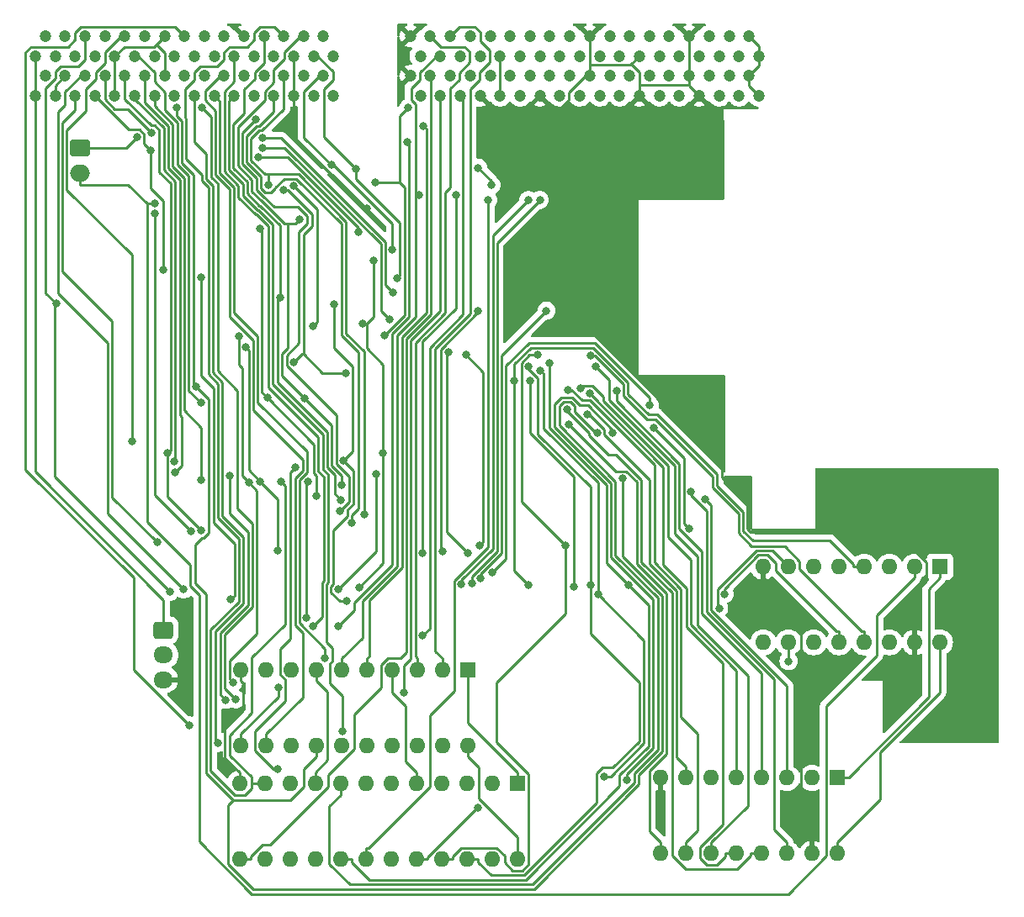
<source format=gbr>
%TF.GenerationSoftware,KiCad,Pcbnew,(7.0.0)*%
%TF.CreationDate,2023-02-16T22:34:58-06:00*%
%TF.ProjectId,cart,63617274-2e6b-4696-9361-645f70636258,rev?*%
%TF.SameCoordinates,Original*%
%TF.FileFunction,Copper,L2,Bot*%
%TF.FilePolarity,Positive*%
%FSLAX46Y46*%
G04 Gerber Fmt 4.6, Leading zero omitted, Abs format (unit mm)*
G04 Created by KiCad (PCBNEW (7.0.0)) date 2023-02-16 22:34:58*
%MOMM*%
%LPD*%
G01*
G04 APERTURE LIST*
G04 Aperture macros list*
%AMRoundRect*
0 Rectangle with rounded corners*
0 $1 Rounding radius*
0 $2 $3 $4 $5 $6 $7 $8 $9 X,Y pos of 4 corners*
0 Add a 4 corners polygon primitive as box body*
4,1,4,$2,$3,$4,$5,$6,$7,$8,$9,$2,$3,0*
0 Add four circle primitives for the rounded corners*
1,1,$1+$1,$2,$3*
1,1,$1+$1,$4,$5*
1,1,$1+$1,$6,$7*
1,1,$1+$1,$8,$9*
0 Add four rect primitives between the rounded corners*
20,1,$1+$1,$2,$3,$4,$5,0*
20,1,$1+$1,$4,$5,$6,$7,0*
20,1,$1+$1,$6,$7,$8,$9,0*
20,1,$1+$1,$8,$9,$2,$3,0*%
G04 Aperture macros list end*
%TA.AperFunction,ComponentPad*%
%ADD10R,1.600000X1.600000*%
%TD*%
%TA.AperFunction,ComponentPad*%
%ADD11O,1.600000X1.600000*%
%TD*%
%TA.AperFunction,ComponentPad*%
%ADD12RoundRect,0.250000X-0.750000X0.600000X-0.750000X-0.600000X0.750000X-0.600000X0.750000X0.600000X0*%
%TD*%
%TA.AperFunction,ComponentPad*%
%ADD13O,2.000000X1.700000*%
%TD*%
%TA.AperFunction,ComponentPad*%
%ADD14C,1.200000*%
%TD*%
%TA.AperFunction,ComponentPad*%
%ADD15RoundRect,0.250000X-0.725000X0.600000X-0.725000X-0.600000X0.725000X-0.600000X0.725000X0.600000X0*%
%TD*%
%TA.AperFunction,ComponentPad*%
%ADD16O,1.950000X1.700000*%
%TD*%
%TA.AperFunction,ViaPad*%
%ADD17C,0.800000*%
%TD*%
%TA.AperFunction,Conductor*%
%ADD18C,0.250000*%
%TD*%
G04 APERTURE END LIST*
D10*
%TO.P,U5,1,A/B*%
%TO.N,MUX1*%
X165609999Y-165469999D03*
D11*
%TO.P,U5,2,I0a*%
%TO.N,B40*%
X163069999Y-165469999D03*
%TO.P,U5,3,I1a*%
%TO.N,B37*%
X160529999Y-165469999D03*
%TO.P,U5,4,Qa*%
%TO.N,2MEM10*%
X157989999Y-165469999D03*
%TO.P,U5,5,I0b*%
%TO.N,B39*%
X155449999Y-165469999D03*
%TO.P,U5,6,I1b*%
%TO.N,A37*%
X152909999Y-165469999D03*
%TO.P,U5,7,Qb*%
%TO.N,2MEM11*%
X150369999Y-165469999D03*
%TO.P,U5,8,GND*%
%TO.N,GND*%
X147829999Y-165469999D03*
%TO.P,U5,9,Qd*%
%TO.N,2MEM12*%
X147829999Y-173089999D03*
%TO.P,U5,10,I1d*%
%TO.N,B35*%
X150369999Y-173089999D03*
%TO.P,U5,11,I0d*%
%TO.N,B38*%
X152909999Y-173089999D03*
%TO.P,U5,12,Qc*%
%TO.N,2MEM13*%
X155449999Y-173089999D03*
%TO.P,U5,13,I1c*%
%TO.N,A35*%
X157989999Y-173089999D03*
%TO.P,U5,14,I0c*%
%TO.N,A40*%
X160529999Y-173089999D03*
%TO.P,U5,15,~{EN}*%
%TO.N,GND*%
X163069999Y-173089999D03*
%TO.P,U5,16,VCC*%
%TO.N,+5V*%
X165609999Y-173089999D03*
%TD*%
D12*
%TO.P,SW2,1,A*%
%TO.N,A45*%
X89425000Y-102025000D03*
D13*
%TO.P,SW2,2,B*%
%TO.N,A45Switch*%
X89424999Y-104524999D03*
%TD*%
D14*
%TO.P,SSCART1,A1,+5V*%
%TO.N,+5V*%
X157710000Y-92750000D03*
%TO.P,SSCART1,A2,+5V*%
X156710000Y-90750000D03*
%TO.P,SSCART1,A3*%
%TO.N,unconnected-(SSCART1-PadA3)*%
X155710000Y-92750000D03*
%TO.P,SSCART1,A4,D_SIU1C*%
%TO.N,unconnected-(SSCART1-D_SIU1C-PadA4)*%
X154710000Y-90750000D03*
%TO.P,SSCART1,A5,D_SIU1B*%
%TO.N,unconnected-(SSCART1-D_SIU1B-PadA5)*%
X153710000Y-92750000D03*
%TO.P,SSCART1,A6,D_SIU1A*%
%TO.N,unconnected-(SSCART1-D_SIU1A-PadA6)*%
X152710000Y-90750000D03*
%TO.P,SSCART1,A7*%
%TO.N,unconnected-(SSCART1-PadA7)*%
X151690000Y-92750000D03*
%TO.P,SSCART1,A8,GND*%
%TO.N,GND*%
X150690000Y-90750000D03*
%TO.P,SSCART1,A9*%
%TO.N,unconnected-(SSCART1-PadA9)*%
X149690000Y-92750000D03*
%TO.P,SSCART1,A10*%
%TO.N,unconnected-(SSCART1-PadA10)*%
X148690000Y-90750000D03*
%TO.P,SSCART1,A11*%
%TO.N,unconnected-(SSCART1-PadA11)*%
X147690000Y-92750000D03*
%TO.P,SSCART1,A12*%
%TO.N,unconnected-(SSCART1-PadA12)*%
X146690000Y-90750000D03*
%TO.P,SSCART1,A13,GND*%
%TO.N,GND*%
X145690000Y-92750000D03*
%TO.P,SSCART1,A14*%
%TO.N,unconnected-(SSCART1-PadA14)*%
X144690000Y-90750000D03*
%TO.P,SSCART1,A15*%
%TO.N,unconnected-(SSCART1-PadA15)*%
X143690000Y-92750000D03*
%TO.P,SSCART1,A16*%
%TO.N,unconnected-(SSCART1-PadA16)*%
X142690000Y-90750000D03*
%TO.P,SSCART1,A17*%
%TO.N,unconnected-(SSCART1-PadA17)*%
X141690000Y-92750000D03*
%TO.P,SSCART1,A18,GND*%
%TO.N,GND*%
X140690000Y-90750000D03*
%TO.P,SSCART1,A19*%
%TO.N,unconnected-(SSCART1-PadA19)*%
X139670000Y-92750000D03*
%TO.P,SSCART1,A20*%
%TO.N,unconnected-(SSCART1-PadA20)*%
X138670000Y-90750000D03*
%TO.P,SSCART1,A21*%
%TO.N,unconnected-(SSCART1-PadA21)*%
X137670000Y-92750000D03*
%TO.P,SSCART1,A22*%
%TO.N,unconnected-(SSCART1-PadA22)*%
X136670000Y-90750000D03*
%TO.P,SSCART1,A23*%
%TO.N,unconnected-(SSCART1-PadA23)*%
X135670000Y-92750000D03*
%TO.P,SSCART1,A24*%
%TO.N,unconnected-(SSCART1-PadA24)*%
X134670000Y-90750000D03*
%TO.P,SSCART1,A25*%
%TO.N,unconnected-(SSCART1-PadA25)*%
X133670000Y-92750000D03*
%TO.P,SSCART1,A26*%
%TO.N,unconnected-(SSCART1-PadA26)*%
X132670000Y-90750000D03*
%TO.P,SSCART1,A27,+5V*%
%TO.N,+5V*%
X131670000Y-92750000D03*
%TO.P,SSCART1,A28*%
%TO.N,unconnected-(SSCART1-PadA28)*%
X130670000Y-90750000D03*
%TO.P,SSCART1,A29,GND*%
%TO.N,GND*%
X129670000Y-92750000D03*
%TO.P,SSCART1,A30*%
%TO.N,A30*%
X128670000Y-90750000D03*
%TO.P,SSCART1,A31*%
%TO.N,A31*%
X127650000Y-92750000D03*
%TO.P,SSCART1,A32*%
%TO.N,A32*%
X126650000Y-90750000D03*
%TO.P,SSCART1,A33*%
%TO.N,A33*%
X125650000Y-92750000D03*
%TO.P,SSCART1,A34,A18*%
%TO.N,A34*%
X124650000Y-90750000D03*
%TO.P,SSCART1,A35,A16*%
%TO.N,A35*%
X123650000Y-92750000D03*
%TO.P,SSCART1,A36,GND*%
%TO.N,GND*%
X122650000Y-90750000D03*
%TO.P,SSCART1,A37,A14*%
%TO.N,A37*%
X114900000Y-92750000D03*
%TO.P,SSCART1,A38,A11*%
%TO.N,A38*%
X113900000Y-90750000D03*
%TO.P,SSCART1,A39,A12*%
%TO.N,A39*%
X112900000Y-92750000D03*
%TO.P,SSCART1,A40,A7*%
%TO.N,A40*%
X111900000Y-90750000D03*
%TO.P,SSCART1,A41,GND*%
%TO.N,GND*%
X110900000Y-92750000D03*
%TO.P,SSCART1,A42,A8*%
%TO.N,A42*%
X109900000Y-90750000D03*
%TO.P,SSCART1,A43,A10*%
%TO.N,A43*%
X108900000Y-92750000D03*
%TO.P,SSCART1,A44,A9*%
%TO.N,A44*%
X107900000Y-90750000D03*
%TO.P,SSCART1,A45,A0*%
%TO.N,A45*%
X106900000Y-92750000D03*
%TO.P,SSCART1,A46,GND*%
%TO.N,GND*%
X105900000Y-90750000D03*
%TO.P,SSCART1,A47,SLOT_CE#*%
%TO.N,A47*%
X104900000Y-92750000D03*
%TO.P,SSCART1,A48*%
%TO.N,unconnected-(SSCART1-PadA48)*%
X103900000Y-90750000D03*
%TO.P,SSCART1,A49*%
%TO.N,A49*%
X102900000Y-92750000D03*
%TO.P,SSCART1,A50*%
%TO.N,unconnected-(SSCART1-PadA50)*%
X101900000Y-90750000D03*
%TO.P,SSCART1,A51*%
%TO.N,unconnected-(SSCART1-PadA51)*%
X100900000Y-92750000D03*
%TO.P,SSCART1,A52*%
%TO.N,A52*%
X99900000Y-90750000D03*
%TO.P,SSCART1,A53*%
%TO.N,unconnected-(SSCART1-PadA53)*%
X98900000Y-92750000D03*
%TO.P,SSCART1,A54,GND*%
%TO.N,GND*%
X97900000Y-90750000D03*
%TO.P,SSCART1,A55,D0*%
%TO.N,A55*%
X96900000Y-92750000D03*
%TO.P,SSCART1,A56,D1*%
%TO.N,A56*%
X95900000Y-90750000D03*
%TO.P,SSCART1,A57,D2*%
%TO.N,A57*%
X94900000Y-92750000D03*
%TO.P,SSCART1,A58,D3*%
%TO.N,A58*%
X93900000Y-90750000D03*
%TO.P,SSCART1,A59,GND*%
%TO.N,GND*%
X92900000Y-92750000D03*
%TO.P,SSCART1,A60,D8*%
%TO.N,A60*%
X91900000Y-90750000D03*
%TO.P,SSCART1,A61,D9*%
%TO.N,A61*%
X90900000Y-92750000D03*
%TO.P,SSCART1,A62,D10*%
%TO.N,A62*%
X89900000Y-90750000D03*
%TO.P,SSCART1,A63,D11*%
%TO.N,A63*%
X88900000Y-92750000D03*
%TO.P,SSCART1,A64,GND*%
%TO.N,unconnected-(SSCART1-GND-PadA64)*%
X87900000Y-90750000D03*
%TO.P,SSCART1,A65,GND*%
%TO.N,GND*%
X86900000Y-92750000D03*
%TO.P,SSCART1,A66*%
%TO.N,unconnected-(SSCART1-PadA66)*%
X85900000Y-90750000D03*
%TO.P,SSCART1,A67,+5V*%
%TO.N,+5V*%
X84900000Y-92750000D03*
%TO.P,SSCART1,B1,+5V*%
X157710000Y-96750000D03*
%TO.P,SSCART1,B2,+5V*%
X156710000Y-94750000D03*
%TO.P,SSCART1,B3,D_SSEL*%
%TO.N,unconnected-(SSCART1-D_SSEL-PadB3)*%
X155710000Y-96750000D03*
%TO.P,SSCART1,B4,DSU_DAT*%
%TO.N,unconnected-(SSCART1-DSU_DAT-PadB4)*%
X154710000Y-94750000D03*
%TO.P,SSCART1,B5,DSU_CLK*%
%TO.N,unconnected-(SSCART1-DSU_CLK-PadB5)*%
X153710000Y-96750000D03*
%TO.P,SSCART1,B6,DSU_WS*%
%TO.N,unconnected-(SSCART1-DSU_WS-PadB6)*%
X152710000Y-94750000D03*
%TO.P,SSCART1,B7,GND*%
%TO.N,GND*%
X151690000Y-96750000D03*
%TO.P,SSCART1,B8,GND*%
X150690000Y-94750000D03*
%TO.P,SSCART1,B9*%
%TO.N,unconnected-(SSCART1-PadB9)*%
X149690000Y-96750000D03*
%TO.P,SSCART1,B10*%
%TO.N,unconnected-(SSCART1-PadB10)*%
X148690000Y-94750000D03*
%TO.P,SSCART1,B11*%
%TO.N,unconnected-(SSCART1-PadB11)*%
X147690000Y-96750000D03*
%TO.P,SSCART1,B12*%
%TO.N,unconnected-(SSCART1-PadB12)*%
X146690000Y-94750000D03*
%TO.P,SSCART1,B13,GND*%
%TO.N,GND*%
X145690000Y-96750000D03*
%TO.P,SSCART1,B14*%
%TO.N,unconnected-(SSCART1-PadB14)*%
X144690000Y-94750000D03*
%TO.P,SSCART1,B15*%
%TO.N,unconnected-(SSCART1-PadB15)*%
X143690000Y-96750000D03*
%TO.P,SSCART1,B16*%
%TO.N,unconnected-(SSCART1-PadB16)*%
X142690000Y-94750000D03*
%TO.P,SSCART1,B17*%
%TO.N,unconnected-(SSCART1-PadB17)*%
X141690000Y-96750000D03*
%TO.P,SSCART1,B18,GND*%
%TO.N,GND*%
X140690000Y-94750000D03*
%TO.P,SSCART1,B19*%
%TO.N,unconnected-(SSCART1-PadB19)*%
X139670000Y-96750000D03*
%TO.P,SSCART1,B20*%
%TO.N,unconnected-(SSCART1-PadB20)*%
X138670000Y-94750000D03*
%TO.P,SSCART1,B21*%
%TO.N,unconnected-(SSCART1-PadB21)*%
X137670000Y-96750000D03*
%TO.P,SSCART1,B22*%
%TO.N,unconnected-(SSCART1-PadB22)*%
X136670000Y-94750000D03*
%TO.P,SSCART1,B23,GND*%
%TO.N,GND*%
X135670000Y-96750000D03*
%TO.P,SSCART1,B24*%
%TO.N,unconnected-(SSCART1-PadB24)*%
X134670000Y-94750000D03*
%TO.P,SSCART1,B25*%
%TO.N,unconnected-(SSCART1-PadB25)*%
X133670000Y-96750000D03*
%TO.P,SSCART1,B26*%
%TO.N,unconnected-(SSCART1-PadB26)*%
X132670000Y-94750000D03*
%TO.P,SSCART1,B27,+5V*%
%TO.N,+5V*%
X131670000Y-96750000D03*
%TO.P,SSCART1,B28*%
%TO.N,unconnected-(SSCART1-PadB28)*%
X130670000Y-94750000D03*
%TO.P,SSCART1,B29,GND*%
%TO.N,GND*%
X129670000Y-96750000D03*
%TO.P,SSCART1,B30*%
%TO.N,B30*%
X128670000Y-94750000D03*
%TO.P,SSCART1,B31*%
%TO.N,B31*%
X127650000Y-96750000D03*
%TO.P,SSCART1,B32*%
%TO.N,B32*%
X126650000Y-94750000D03*
%TO.P,SSCART1,B33,A19*%
%TO.N,B33*%
X125650000Y-96750000D03*
%TO.P,SSCART1,B34,A17*%
%TO.N,B34*%
X124650000Y-94750000D03*
%TO.P,SSCART1,B35,A15*%
%TO.N,B35*%
X123650000Y-96750000D03*
%TO.P,SSCART1,B36,GND*%
%TO.N,GND*%
X122650000Y-94750000D03*
%TO.P,SSCART1,B37,A13*%
%TO.N,B37*%
X114900000Y-96750000D03*
%TO.P,SSCART1,B38,A6*%
%TO.N,B38*%
X113900000Y-94750000D03*
%TO.P,SSCART1,B39,A5*%
%TO.N,B39*%
X112900000Y-96750000D03*
%TO.P,SSCART1,B40,A4*%
%TO.N,B40*%
X111900000Y-94750000D03*
%TO.P,SSCART1,B41,GND*%
%TO.N,GND*%
X110900000Y-96750000D03*
%TO.P,SSCART1,B42,A3*%
%TO.N,B42*%
X109900000Y-94750000D03*
%TO.P,SSCART1,B43,A2*%
%TO.N,B43*%
X108900000Y-96750000D03*
%TO.P,SSCART1,B44,A1*%
%TO.N,B44*%
X107900000Y-94750000D03*
%TO.P,SSCART1,B45*%
%TO.N,unconnected-(SSCART1-PadB45)*%
X106900000Y-96750000D03*
%TO.P,SSCART1,B46,GND*%
%TO.N,GND*%
X105900000Y-94750000D03*
%TO.P,SSCART1,B47,SLOT_OE#*%
%TO.N,B47*%
X104900000Y-96750000D03*
%TO.P,SSCART1,B48*%
%TO.N,B48*%
X103900000Y-94750000D03*
%TO.P,SSCART1,B49*%
%TO.N,B49*%
X102900000Y-96750000D03*
%TO.P,SSCART1,B50*%
%TO.N,B50*%
X101900000Y-94750000D03*
%TO.P,SSCART1,B51*%
%TO.N,B51*%
X100900000Y-96750000D03*
%TO.P,SSCART1,B52*%
%TO.N,unconnected-(SSCART1-PadB52)*%
X99900000Y-94750000D03*
%TO.P,SSCART1,B53*%
%TO.N,unconnected-(SSCART1-PadB53)*%
X98900000Y-96750000D03*
%TO.P,SSCART1,B54,GND*%
%TO.N,GND*%
X97900000Y-94750000D03*
%TO.P,SSCART1,B55,D7*%
%TO.N,B55*%
X96900000Y-96750000D03*
%TO.P,SSCART1,B56,D6*%
%TO.N,B56*%
X95900000Y-94750000D03*
%TO.P,SSCART1,B57,D5*%
%TO.N,B57*%
X94900000Y-96750000D03*
%TO.P,SSCART1,B58,D4*%
%TO.N,B58*%
X93900000Y-94750000D03*
%TO.P,SSCART1,B59,GND*%
%TO.N,GND*%
X92900000Y-96750000D03*
%TO.P,SSCART1,B60,D15*%
%TO.N,B60*%
X91900000Y-94750000D03*
%TO.P,SSCART1,B61,D14*%
%TO.N,B61*%
X90900000Y-96750000D03*
%TO.P,SSCART1,B62,D13*%
%TO.N,B62*%
X89900000Y-94750000D03*
%TO.P,SSCART1,B63,D12*%
%TO.N,B63*%
X88900000Y-96750000D03*
%TO.P,SSCART1,B64,GND*%
%TO.N,GND*%
X87900000Y-94750000D03*
%TO.P,SSCART1,B65,GND*%
X86900000Y-96750000D03*
%TO.P,SSCART1,B66*%
%TO.N,unconnected-(SSCART1-PadB66)*%
X85900000Y-94750000D03*
%TO.P,SSCART1,B67,+5V*%
%TO.N,+5V*%
X84900000Y-96750000D03*
%TD*%
D10*
%TO.P,U6,1,A/B*%
%TO.N,MUX1*%
X175929999Y-144189999D03*
D11*
%TO.P,U6,2,I0a*%
%TO.N,A45Switch*%
X173389999Y-144189999D03*
%TO.P,U6,3,I1a*%
%TO.N,A44*%
X170849999Y-144189999D03*
%TO.P,U6,4,Qa*%
%TO.N,2MEM16*%
X168309999Y-144189999D03*
%TO.P,U6,5,I0b*%
%TO.N,B44*%
X165769999Y-144189999D03*
%TO.P,U6,6,I1b*%
%TO.N,A43*%
X163229999Y-144189999D03*
%TO.P,U6,7,Qb*%
%TO.N,2MEM17*%
X160689999Y-144189999D03*
%TO.P,U6,8,GND*%
%TO.N,GND*%
X158149999Y-144189999D03*
%TO.P,U6,9,Qd*%
%TO.N,2MEM18*%
X158149999Y-151809999D03*
%TO.P,U6,10,I1d*%
%TO.N,A38*%
X160689999Y-151809999D03*
%TO.P,U6,11,I0d*%
%TO.N,B43*%
X163229999Y-151809999D03*
%TO.P,U6,12,Qc*%
%TO.N,2MEM19*%
X165769999Y-151809999D03*
%TO.P,U6,13,I1c*%
%TO.N,A39*%
X168309999Y-151809999D03*
%TO.P,U6,14,I0c*%
%TO.N,B42*%
X170849999Y-151809999D03*
%TO.P,U6,15,~{EN}*%
%TO.N,GND*%
X173389999Y-151809999D03*
%TO.P,U6,16,VCC*%
%TO.N,+5V*%
X175929999Y-151809999D03*
%TD*%
D10*
%TO.P,U1,1,I1*%
%TO.N,B49*%
X128424999Y-154574999D03*
D11*
%TO.P,U1,2,I2*%
%TO.N,A32*%
X125884999Y-154574999D03*
%TO.P,U1,3,I3*%
%TO.N,A34*%
X123344999Y-154574999D03*
%TO.P,U1,4,I4*%
%TO.N,Net-(U1-I4)*%
X120804999Y-154574999D03*
%TO.P,U1,5,I5*%
%TO.N,A31*%
X118264999Y-154574999D03*
%TO.P,U1,6,I6*%
%TO.N,A33*%
X115724999Y-154574999D03*
%TO.P,U1,7,I7*%
%TO.N,B33*%
X113184999Y-154574999D03*
%TO.P,U1,8,I8*%
%TO.N,B31*%
X110644999Y-154574999D03*
%TO.P,U1,9,I9*%
%TO.N,unconnected-(U1-I9-Pad9)*%
X108104999Y-154574999D03*
%TO.P,U1,10,GND*%
%TO.N,GND*%
X105564999Y-154574999D03*
%TO.P,U1,11,I10*%
%TO.N,B32*%
X105564999Y-162194999D03*
%TO.P,U1,12,IO8*%
%TO.N,B48*%
X108104999Y-162194999D03*
%TO.P,U1,13,IO7*%
%TO.N,Net-(U1-IO7)*%
X110644999Y-162194999D03*
%TO.P,U1,14,IO6*%
%TO.N,A55*%
X113184999Y-162194999D03*
%TO.P,U1,15,IO5*%
%TO.N,A56*%
X115724999Y-162194999D03*
%TO.P,U1,16,IO4*%
%TO.N,unconnected-(U1-IO4-Pad16)*%
X118264999Y-162194999D03*
%TO.P,U1,17,I03*%
%TO.N,Net-(U1-I03)*%
X120804999Y-162194999D03*
%TO.P,U1,18,IO2*%
%TO.N,Net-(U1-IO2)*%
X123344999Y-162194999D03*
%TO.P,U1,19,IO1*%
%TO.N,unconnected-(U1-IO1-Pad19)*%
X125884999Y-162194999D03*
%TO.P,U1,20,VCC*%
%TO.N,+5V*%
X128424999Y-162194999D03*
%TD*%
D10*
%TO.P,U4,1,OD/CLK*%
%TO.N,B49*%
X133399999Y-166049999D03*
D11*
%TO.P,U4,2,I0*%
%TO.N,A47*%
X130859999Y-166049999D03*
%TO.P,U4,3,I1*%
%TO.N,B47*%
X128319999Y-166049999D03*
%TO.P,U4,4,I2*%
%TO.N,Net-(U1-IO2)*%
X125779999Y-166049999D03*
%TO.P,U4,5,I3*%
%TO.N,Net-(U1-I4)*%
X123239999Y-166049999D03*
%TO.P,U4,6,I4*%
%TO.N,B50*%
X120699999Y-166049999D03*
%TO.P,U4,7,I5*%
%TO.N,B51*%
X118159999Y-166049999D03*
%TO.P,U4,8,I6*%
%TO.N,2MEM8*%
X115619999Y-166049999D03*
%TO.P,U4,9,I7*%
%TO.N,B33*%
X113079999Y-166049999D03*
%TO.P,U4,10,I8*%
%TO.N,A52*%
X110539999Y-166049999D03*
%TO.P,U4,11,I9*%
%TO.N,A42*%
X107999999Y-166049999D03*
%TO.P,U4,12,GND*%
%TO.N,GND*%
X105459999Y-166049999D03*
%TO.P,U4,13,CLK/OD*%
%TO.N,B34*%
X105459999Y-173669999D03*
%TO.P,U4,14,LR/O4*%
%TO.N,unconnected-(U4-LR{slash}O4-Pad14)*%
X107999999Y-173669999D03*
%TO.P,U4,15,A0/O3*%
%TO.N,2MEM20*%
X110539999Y-173669999D03*
%TO.P,U4,16,A1/O2*%
%TO.N,2MEM7*%
X113079999Y-173669999D03*
%TO.P,U4,17,A2/O1*%
%TO.N,2MEM22*%
X115619999Y-173669999D03*
%TO.P,U4,18,NC/O0*%
%TO.N,2MEM6*%
X118159999Y-173669999D03*
%TO.P,U4,19,O4/NC*%
%TO.N,1MEM6*%
X120699999Y-173669999D03*
%TO.P,U4,20,O3/A2*%
%TO.N,MUX1*%
X123239999Y-173669999D03*
%TO.P,U4,21,O2/A1*%
%TO.N,2MEM23*%
X125779999Y-173669999D03*
%TO.P,U4,22,O1/A0*%
%TO.N,2MEM21*%
X128319999Y-173669999D03*
%TO.P,U4,23,O0/LR*%
%TO.N,Net-(U4-O0{slash}LR)*%
X130859999Y-173669999D03*
%TO.P,U4,24,VCC*%
%TO.N,+5V*%
X133399999Y-173669999D03*
%TD*%
D15*
%TO.P,SW1,1,A*%
%TO.N,+5V*%
X97800000Y-150575000D03*
D16*
%TO.P,SW1,2,B*%
%TO.N,SW1*%
X97799999Y-153074999D03*
%TO.P,SW1,3,C*%
%TO.N,GND*%
X97799999Y-155574999D03*
%TD*%
D17*
%TO.N,Net-(U1-I03)*%
X106383500Y-135723100D03*
X104794900Y-155874200D03*
X105366600Y-120989900D03*
%TO.N,Net-(U1-IO7)*%
X104077800Y-157618700D03*
X104464600Y-134996600D03*
%TO.N,Net-(U1-I4)*%
X116251400Y-147649600D03*
X115914000Y-133545800D03*
X114981300Y-117797400D03*
%TO.N,A45Switch*%
X96940100Y-107624800D03*
%TO.N,B32*%
X109351000Y-156408000D03*
X115369600Y-150212300D03*
X122332400Y-101441100D03*
%TO.N,B31*%
X123890200Y-151134400D03*
%TO.N,A31*%
X123940500Y-99791800D03*
%TO.N,MUX1*%
X129452600Y-168479800D03*
%TO.N,B33*%
X122024400Y-156852800D03*
%TO.N,2MEM8*%
X141419600Y-130731800D03*
%TO.N,2MEM6*%
X130471400Y-107255700D03*
%TO.N,2MEM23*%
X138225000Y-142063400D03*
X135470800Y-122882500D03*
%TO.N,2MEM22*%
X144585600Y-146052800D03*
X136645600Y-123702600D03*
%TO.N,2MEM21*%
X140754500Y-146061500D03*
X134531300Y-124009200D03*
%TO.N,2MEM20*%
X135723300Y-124427700D03*
X141505900Y-146964900D03*
X142137100Y-165328600D03*
%TO.N,2MEM19*%
X134691400Y-125459500D03*
X139065600Y-146215100D03*
X154270200Y-146935600D03*
%TO.N,2MEM18*%
X129609400Y-142071700D03*
X128235600Y-122855100D03*
%TO.N,2MEM17*%
X128387100Y-142823000D03*
X126444000Y-122619400D03*
X153708600Y-148385900D03*
%TO.N,2MEM16*%
X133036700Y-125480600D03*
X134540000Y-146046000D03*
%TO.N,2MEM13*%
X140693900Y-126706200D03*
%TO.N,2MEM12*%
X138563900Y-129870200D03*
%TO.N,2MEM11*%
X140414200Y-128871300D03*
%TO.N,2MEM10*%
X143367400Y-126509000D03*
%TO.N,A33*%
X123508700Y-106760000D03*
%TO.N,1MEM6*%
X144423200Y-165668600D03*
X143008800Y-130748000D03*
%TO.N,B51*%
X103264500Y-161959500D03*
%TO.N,B50*%
X105088000Y-157562200D03*
X101660600Y-97955600D03*
%TO.N,B49*%
X114041200Y-153447900D03*
%TO.N,B47*%
X115844300Y-160774100D03*
%TO.N,A52*%
X100373000Y-160171600D03*
%TO.N,A47*%
X112800800Y-150181800D03*
%TO.N,A45*%
X95109300Y-100928200D03*
%TO.N,B60*%
X96593100Y-100496000D03*
X107772800Y-101002100D03*
X120887800Y-116546300D03*
%TO.N,B61*%
X96536200Y-102268500D03*
X107800000Y-102002300D03*
X120584000Y-119327500D03*
X97762400Y-114311100D03*
%TO.N,B62*%
X99836400Y-146482400D03*
X129703700Y-145341500D03*
X136336700Y-118416800D03*
%TO.N,B63*%
X97174800Y-141752700D03*
X125865200Y-142619900D03*
X129461400Y-118439200D03*
%TO.N,A63*%
X101572600Y-115035100D03*
X104565400Y-147482100D03*
X127784700Y-145974600D03*
X134509200Y-107249000D03*
%TO.N,A62*%
X98423900Y-146734200D03*
X135662800Y-107249200D03*
X128809400Y-145903900D03*
X86981600Y-117680600D03*
%TO.N,A61*%
X96905300Y-108640200D03*
X100526900Y-140600300D03*
X123865900Y-142783000D03*
X127196100Y-106725800D03*
%TO.N,A60*%
X107342900Y-102959700D03*
X117427100Y-110502900D03*
X129473000Y-104019100D03*
X130811500Y-105755000D03*
%TO.N,SW1*%
X112197900Y-149363100D03*
X112355000Y-135587900D03*
%TO.N,A37*%
X110908600Y-105855700D03*
X112843300Y-119941900D03*
X111069600Y-134185600D03*
X109246800Y-164622600D03*
%TO.N,B37*%
X152307100Y-137388000D03*
%TO.N,A42*%
X109615000Y-135607400D03*
%TO.N,A44*%
X109499400Y-117099700D03*
X115664300Y-137458700D03*
%TO.N,A38*%
X107538500Y-135621100D03*
X109299000Y-142555500D03*
X160690000Y-153707500D03*
X106091700Y-122105700D03*
%TO.N,B55*%
X101620600Y-135423000D03*
%TO.N,B56*%
X98967400Y-134681000D03*
%TO.N,B57*%
X98897500Y-133622600D03*
%TO.N,B58*%
X101550500Y-140552800D03*
X98198800Y-132769300D03*
%TO.N,A58*%
X94635900Y-131598100D03*
X130871400Y-144805700D03*
X146715400Y-127947400D03*
%TO.N,A57*%
X101577600Y-127704400D03*
X150648700Y-140327100D03*
X147108600Y-130240200D03*
%TO.N,GND*%
X118275900Y-108123100D03*
%TO.N,A56*%
X115371400Y-146478500D03*
X119178800Y-134855000D03*
%TO.N,A55*%
X99151700Y-97969700D03*
X143986300Y-135320600D03*
X101071700Y-126048200D03*
%TO.N,B44*%
X107111400Y-99101700D03*
X115560600Y-138582300D03*
%TO.N,B43*%
X116737900Y-139757500D03*
%TO.N,B42*%
X117974900Y-138893200D03*
X108322600Y-105760300D03*
%TO.N,B40*%
X108250200Y-127192700D03*
X113187200Y-137048300D03*
X107538300Y-110172700D03*
%TO.N,B39*%
X109866000Y-106261600D03*
X116135600Y-124669800D03*
X139740100Y-126218900D03*
X110917900Y-123593300D03*
%TO.N,B38*%
X114698100Y-103718600D03*
X120841600Y-112218900D03*
X141255500Y-123996500D03*
%TO.N,A40*%
X111956000Y-127214400D03*
X150869300Y-136626300D03*
X115757600Y-136008400D03*
X111523200Y-109219000D03*
%TO.N,A39*%
X117191800Y-104127300D03*
X121342800Y-115134000D03*
X140784700Y-122892200D03*
%TO.N,B35*%
X120077700Y-120906800D03*
X138537900Y-126390600D03*
X122439700Y-97960300D03*
X119075500Y-105484100D03*
%TO.N,A35*%
X138419000Y-128340200D03*
%TO.N,+5V*%
X117849300Y-119718400D03*
X118966000Y-113350200D03*
X117485600Y-146275600D03*
X119904600Y-132719300D03*
%TD*%
D18*
%TO.N,Net-(U1-I03)*%
X107193700Y-136533300D02*
X106383500Y-135723100D01*
X107193700Y-150925200D02*
X107193700Y-136533300D01*
X104424100Y-153694800D02*
X107193700Y-150925200D01*
X104424100Y-155503400D02*
X104424100Y-153694800D01*
X104794900Y-155874200D02*
X104424100Y-155503400D01*
X105366600Y-123843500D02*
X105366600Y-120989900D01*
X105691700Y-124168600D02*
X105366600Y-123843500D01*
X105691700Y-135031300D02*
X105691700Y-124168600D01*
X106383500Y-135723100D02*
X105691700Y-135031300D01*
%TO.N,Net-(U1-IO7)*%
X104464600Y-138863800D02*
X104464600Y-134996600D01*
X106293500Y-140692700D02*
X104464600Y-138863800D01*
X106293500Y-148071000D02*
X106293500Y-140692700D01*
X103487600Y-150876900D02*
X106293500Y-148071000D01*
X103487600Y-157028500D02*
X103487600Y-150876900D01*
X104077800Y-157618700D02*
X103487600Y-157028500D01*
%TO.N,Net-(U1-I4)*%
X123240000Y-166050000D02*
X123240000Y-164924900D01*
X120805000Y-154575000D02*
X120805000Y-155700100D01*
X122115000Y-163799900D02*
X123240000Y-164924900D01*
X122115000Y-158218600D02*
X122115000Y-163799900D01*
X120805000Y-156908600D02*
X122115000Y-158218600D01*
X120805000Y-155700100D02*
X120805000Y-156908600D01*
X114981300Y-122173900D02*
X114981300Y-117797400D01*
X116860700Y-124053300D02*
X114981300Y-122173900D01*
X116860700Y-132599100D02*
X116860700Y-124053300D01*
X115914000Y-133545800D02*
X116860700Y-132599100D01*
X115517000Y-147649600D02*
X116251400Y-147649600D01*
X114646300Y-146778900D02*
X115517000Y-147649600D01*
X114646300Y-146178200D02*
X114646300Y-146778900D01*
X114897500Y-145927000D02*
X114646300Y-146178200D01*
X114897500Y-140524400D02*
X114897500Y-145927000D01*
X116285800Y-139136100D02*
X114897500Y-140524400D01*
X116285800Y-138499500D02*
X116285800Y-139136100D01*
X116932900Y-137852400D02*
X116285800Y-138499500D01*
X116932900Y-134564700D02*
X116932900Y-137852400D01*
X115914000Y-133545800D02*
X116932900Y-134564700D01*
%TO.N,A45Switch*%
X89425000Y-104525000D02*
X89425000Y-105700100D01*
X173390000Y-144190000D02*
X173390000Y-145315100D01*
X169580000Y-149125100D02*
X173390000Y-145315100D01*
X169580000Y-153124100D02*
X169580000Y-149125100D01*
X164484800Y-158219300D02*
X169580000Y-153124100D01*
X164484800Y-173325900D02*
X164484800Y-158219300D01*
X160650000Y-177160700D02*
X164484800Y-173325900D01*
X106692000Y-177160700D02*
X160650000Y-177160700D01*
X101414100Y-171882800D02*
X106692000Y-177160700D01*
X101414100Y-147034700D02*
X101414100Y-171882800D01*
X100464900Y-146085500D02*
X101414100Y-147034700D01*
X100464900Y-144001200D02*
X100464900Y-146085500D01*
X96171500Y-139707800D02*
X100464900Y-144001200D01*
X96171500Y-107624800D02*
X96171500Y-139707800D01*
X94246800Y-105700100D02*
X96171500Y-107624800D01*
X89425000Y-105700100D02*
X94246800Y-105700100D01*
X96171500Y-107624800D02*
X96940100Y-107624800D01*
%TO.N,B32*%
X109351000Y-157283900D02*
X109351000Y-156408000D01*
X105565000Y-161069900D02*
X109351000Y-157283900D01*
X105565000Y-162195000D02*
X105565000Y-161069900D01*
X122527400Y-101636100D02*
X122332400Y-101441100D01*
X122527400Y-119046200D02*
X122527400Y-101636100D01*
X120834600Y-120739000D02*
X122527400Y-119046200D01*
X120834600Y-143982300D02*
X120834600Y-120739000D01*
X116998800Y-147818100D02*
X120834600Y-143982300D01*
X116998800Y-148583100D02*
X116998800Y-147818100D01*
X115369600Y-150212300D02*
X116998800Y-148583100D01*
%TO.N,B31*%
X124602200Y-150422400D02*
X123890200Y-151134400D01*
X124602200Y-122132300D02*
X124602200Y-150422400D01*
X127929900Y-118804600D02*
X124602200Y-122132300D01*
X127929900Y-97029900D02*
X127929900Y-118804600D01*
X127650000Y-96750000D02*
X127929900Y-97029900D01*
%TO.N,A31*%
X118265000Y-154575000D02*
X118265000Y-153449900D01*
X124233800Y-100085100D02*
X123940500Y-99791800D01*
X124233800Y-118613000D02*
X124233800Y-100085100D01*
X121789400Y-121057400D02*
X124233800Y-118613000D01*
X121789400Y-144300900D02*
X121789400Y-121057400D01*
X118508300Y-147582000D02*
X121789400Y-144300900D01*
X118508300Y-153206600D02*
X118508300Y-147582000D01*
X118265000Y-153449900D02*
X118508300Y-153206600D01*
%TO.N,A34*%
X123345000Y-154575000D02*
X123345000Y-153449900D01*
X125715200Y-91815200D02*
X124650000Y-90750000D01*
X128100400Y-91815200D02*
X125715200Y-91815200D01*
X128604100Y-92318900D02*
X128100400Y-91815200D01*
X128604100Y-93413000D02*
X128604100Y-92318900D01*
X127575200Y-94441900D02*
X128604100Y-93413000D01*
X127575200Y-95133300D02*
X127575200Y-94441900D01*
X126669400Y-96039100D02*
X127575200Y-95133300D01*
X126669400Y-106032800D02*
X126669400Y-96039100D01*
X126158800Y-106543400D02*
X126669400Y-106032800D01*
X126158800Y-118597800D02*
X126158800Y-106543400D01*
X123139700Y-121616900D02*
X126158800Y-118597800D01*
X123139700Y-153244600D02*
X123139700Y-121616900D01*
X123345000Y-153449900D02*
X123139700Y-153244600D01*
%TO.N,A32*%
X125885000Y-154575000D02*
X125885000Y-153449900D01*
X125140000Y-152704900D02*
X125885000Y-153449900D01*
X125140000Y-122231100D02*
X125140000Y-152704900D01*
X128660000Y-118711100D02*
X125140000Y-122231100D01*
X128660000Y-96068500D02*
X128660000Y-118711100D01*
X129595200Y-95133300D02*
X128660000Y-96068500D01*
X129595200Y-94435600D02*
X129595200Y-95133300D01*
X130611600Y-93419200D02*
X129595200Y-94435600D01*
X130611600Y-92198200D02*
X130611600Y-93419200D01*
X129670000Y-91256600D02*
X130611600Y-92198200D01*
X129670000Y-90342800D02*
X129670000Y-91256600D01*
X129123400Y-89796200D02*
X129670000Y-90342800D01*
X127603800Y-89796200D02*
X129123400Y-89796200D01*
X126650000Y-90750000D02*
X127603800Y-89796200D01*
%TO.N,MUX1*%
X174804900Y-146440200D02*
X175930000Y-145315100D01*
X174804900Y-157331500D02*
X174804900Y-146440200D01*
X166735100Y-165401300D02*
X174804900Y-157331500D01*
X166735100Y-165470000D02*
X166735100Y-165401300D01*
X165610000Y-165470000D02*
X166735100Y-165470000D01*
X175930000Y-144190000D02*
X175930000Y-145315100D01*
X123240000Y-173670000D02*
X124365100Y-173670000D01*
X129452600Y-168479900D02*
X129452600Y-168479800D01*
X129363200Y-168479900D02*
X129452600Y-168479900D01*
X124365100Y-173478000D02*
X129363200Y-168479900D01*
X124365100Y-173670000D02*
X124365100Y-173478000D01*
%TO.N,B34*%
X105460000Y-173670000D02*
X106585100Y-173670000D01*
X124709500Y-94809500D02*
X124650000Y-94750000D01*
X124709500Y-118773900D02*
X124709500Y-94809500D01*
X122239500Y-121243900D02*
X124709500Y-118773900D01*
X122239500Y-152786600D02*
X122239500Y-121243900D01*
X121650500Y-153375600D02*
X122239500Y-152786600D01*
X120408000Y-153375600D02*
X121650500Y-153375600D01*
X119663700Y-154119900D02*
X120408000Y-153375600D01*
X119663700Y-156412700D02*
X119663700Y-154119900D01*
X116976200Y-159100200D02*
X119663700Y-156412700D01*
X116976200Y-162562200D02*
X116976200Y-159100200D01*
X114350000Y-165188400D02*
X116976200Y-162562200D01*
X114350000Y-166385900D02*
X114350000Y-165188400D01*
X108547200Y-172188700D02*
X114350000Y-166385900D01*
X107785000Y-172188700D02*
X108547200Y-172188700D01*
X106585100Y-173388600D02*
X107785000Y-172188700D01*
X106585100Y-173670000D02*
X106585100Y-173388600D01*
%TO.N,B33*%
X113080000Y-166050000D02*
X113080000Y-164924900D01*
X113185000Y-154575000D02*
X113185000Y-155700100D01*
X114320500Y-156835600D02*
X113185000Y-155700100D01*
X114320500Y-163684400D02*
X114320500Y-156835600D01*
X113080000Y-164924900D02*
X114320500Y-163684400D01*
X125650000Y-118470000D02*
X125650000Y-96750000D01*
X122689600Y-121430400D02*
X125650000Y-118470000D01*
X122689600Y-153531300D02*
X122689600Y-121430400D01*
X122024400Y-154196500D02*
X122689600Y-153531300D01*
X122024400Y-156852800D02*
X122024400Y-154196500D01*
%TO.N,2MEM8*%
X115620000Y-166050000D02*
X115620000Y-167175100D01*
X114444900Y-168350200D02*
X115620000Y-167175100D01*
X114444900Y-174131100D02*
X114444900Y-168350200D01*
X116528900Y-176215100D02*
X114444900Y-174131100D01*
X134902200Y-176215100D02*
X116528900Y-176215100D01*
X145164500Y-165952800D02*
X134902200Y-176215100D01*
X145164500Y-165011200D02*
X145164500Y-165952800D01*
X147516500Y-162659200D02*
X145164500Y-165011200D01*
X147516500Y-147295700D02*
X147516500Y-162659200D01*
X143261200Y-143040400D02*
X147516500Y-147295700D01*
X143261200Y-135592900D02*
X143261200Y-143040400D01*
X137651300Y-129983000D02*
X143261200Y-135592900D01*
X137651300Y-128028000D02*
X137651300Y-129983000D01*
X138064200Y-127615100D02*
X137651300Y-128028000D01*
X138719400Y-127615100D02*
X138064200Y-127615100D01*
X139144100Y-128039800D02*
X138719400Y-127615100D01*
X139144100Y-128626600D02*
X139144100Y-128039800D01*
X141249300Y-130731800D02*
X139144100Y-128626600D01*
X141419600Y-130731800D02*
X141249300Y-130731800D01*
%TO.N,2MEM6*%
X118160000Y-173670000D02*
X118160000Y-172544900D01*
X130471400Y-142240400D02*
X130471400Y-107255700D01*
X127056800Y-145655000D02*
X130471400Y-142240400D01*
X127056800Y-156732400D02*
X127056800Y-145655000D01*
X124615400Y-159173800D02*
X127056800Y-156732400D01*
X124615400Y-166370800D02*
X124615400Y-159173800D01*
X118441300Y-172544900D02*
X124615400Y-166370800D01*
X118160000Y-172544900D02*
X118441300Y-172544900D01*
%TO.N,2MEM23*%
X125780000Y-173670000D02*
X126905100Y-173670000D01*
X138225000Y-148943900D02*
X138225000Y-142063400D01*
X131303200Y-155865700D02*
X138225000Y-148943900D01*
X131303200Y-161858200D02*
X131303200Y-155865700D01*
X134533100Y-165088100D02*
X131303200Y-161858200D01*
X134533100Y-174156100D02*
X134533100Y-165088100D01*
X133891800Y-174797400D02*
X134533100Y-174156100D01*
X132928300Y-174797400D02*
X133891800Y-174797400D01*
X132130000Y-173999100D02*
X132928300Y-174797400D01*
X132130000Y-173342600D02*
X132130000Y-173999100D01*
X131332200Y-172544800D02*
X132130000Y-173342600D01*
X127749000Y-172544800D02*
X131332200Y-172544800D01*
X126905100Y-173388700D02*
X127749000Y-172544800D01*
X126905100Y-173670000D02*
X126905100Y-173388700D01*
X135470800Y-122882600D02*
X135470800Y-122882500D01*
X134632500Y-122882600D02*
X135470800Y-122882600D01*
X133806200Y-123708900D02*
X134632500Y-122882600D01*
X133806200Y-137644600D02*
X133806200Y-123708900D01*
X138225000Y-142063400D02*
X133806200Y-137644600D01*
%TO.N,2MEM22*%
X115620000Y-173670000D02*
X116745100Y-173670000D01*
X116745100Y-173951300D02*
X116745100Y-173670000D01*
X118514900Y-175721100D02*
X116745100Y-173951300D01*
X134270500Y-175721100D02*
X118514900Y-175721100D01*
X143698100Y-166293500D02*
X134270500Y-175721100D01*
X143698100Y-165169600D02*
X143698100Y-166293500D01*
X146601300Y-162266400D02*
X143698100Y-165169600D01*
X146601300Y-148068500D02*
X146601300Y-162266400D01*
X144585600Y-146052800D02*
X146601300Y-148068500D01*
X136645600Y-130250400D02*
X136645600Y-123702600D01*
X142361000Y-135965800D02*
X136645600Y-130250400D01*
X142361000Y-143828200D02*
X142361000Y-135965800D01*
X144585600Y-146052800D02*
X142361000Y-143828200D01*
%TO.N,2MEM21*%
X128320000Y-173670000D02*
X129445100Y-173670000D01*
X134531300Y-124261500D02*
X134531300Y-124009200D01*
X135450100Y-125180300D02*
X134531300Y-124261500D01*
X135450100Y-130848300D02*
X135450100Y-125180300D01*
X140754500Y-136152700D02*
X135450100Y-130848300D01*
X140754500Y-146061500D02*
X140754500Y-136152700D01*
X129445100Y-173951300D02*
X129445100Y-173670000D01*
X130764700Y-175270900D02*
X129445100Y-173951300D01*
X134084000Y-175270900D02*
X130764700Y-175270900D01*
X141412000Y-167942900D02*
X134084000Y-175270900D01*
X141412000Y-165009300D02*
X141412000Y-167942900D01*
X141984300Y-164437000D02*
X141412000Y-165009300D01*
X143016500Y-164437000D02*
X141984300Y-164437000D01*
X145674400Y-161779100D02*
X143016500Y-164437000D01*
X145674400Y-155881500D02*
X145674400Y-161779100D01*
X140754500Y-150961600D02*
X145674400Y-155881500D01*
X140754500Y-146061500D02*
X140754500Y-150961600D01*
%TO.N,2MEM20*%
X141505900Y-135747300D02*
X141505900Y-146964900D01*
X136032100Y-130273500D02*
X141505900Y-135747300D01*
X136032100Y-124736500D02*
X136032100Y-130273500D01*
X135723300Y-124427700D02*
X136032100Y-124736500D01*
X142802400Y-165328600D02*
X142137100Y-165328600D01*
X146151100Y-161979900D02*
X142802400Y-165328600D01*
X146151100Y-151610100D02*
X146151100Y-161979900D01*
X141505900Y-146964900D02*
X146151100Y-151610100D01*
%TO.N,2MEM19*%
X134691400Y-130726200D02*
X134691400Y-125459500D01*
X139065600Y-135100400D02*
X134691400Y-130726200D01*
X139065600Y-146215100D02*
X139065600Y-135100400D01*
X165770000Y-151810000D02*
X165770000Y-150684900D01*
X154270200Y-146433200D02*
X154270200Y-146935600D01*
X157670400Y-143033000D02*
X154270200Y-146433200D01*
X158589000Y-143033000D02*
X157670400Y-143033000D01*
X159420000Y-143864000D02*
X158589000Y-143033000D01*
X159420000Y-144616200D02*
X159420000Y-143864000D01*
X165488700Y-150684900D02*
X159420000Y-144616200D01*
X165770000Y-150684900D02*
X165488700Y-150684900D01*
%TO.N,2MEM18*%
X129965100Y-141716000D02*
X129609400Y-142071700D01*
X129965100Y-124584600D02*
X129965100Y-141716000D01*
X128235600Y-122855100D02*
X129965100Y-124584600D01*
%TO.N,2MEM17*%
X126299200Y-140735100D02*
X128387100Y-142823000D01*
X126299200Y-122764200D02*
X126299200Y-140735100D01*
X126444000Y-122619400D02*
X126299200Y-122764200D01*
X159082800Y-142582800D02*
X160690000Y-144190000D01*
X157426800Y-142582800D02*
X159082800Y-142582800D01*
X153537100Y-146472500D02*
X157426800Y-142582800D01*
X153537100Y-148214400D02*
X153537100Y-146472500D01*
X153708600Y-148385900D02*
X153537100Y-148214400D01*
%TO.N,2MEM16*%
X168310000Y-144190000D02*
X167184900Y-144190000D01*
X133100800Y-125480600D02*
X133036700Y-125480600D01*
X133100800Y-144606800D02*
X134540000Y-146046000D01*
X133100800Y-125480600D02*
X133100800Y-144606800D01*
X133100800Y-123777700D02*
X133100800Y-125480600D01*
X134738800Y-122139700D02*
X133100800Y-123777700D01*
X141060800Y-122139700D02*
X134738800Y-122139700D01*
X144542600Y-125621500D02*
X141060800Y-122139700D01*
X144542600Y-126800200D02*
X144542600Y-125621500D01*
X146626300Y-128883900D02*
X144542600Y-126800200D01*
X147481200Y-128883900D02*
X146626300Y-128883900D01*
X153504700Y-134907400D02*
X147481200Y-128883900D01*
X153504700Y-136062400D02*
X153504700Y-134907400D01*
X156096600Y-138654300D02*
X153504700Y-136062400D01*
X156096600Y-140588100D02*
X156096600Y-138654300D01*
X157083900Y-141575400D02*
X156096600Y-140588100D01*
X164851600Y-141575400D02*
X157083900Y-141575400D01*
X167184900Y-143908700D02*
X164851600Y-141575400D01*
X167184900Y-144190000D02*
X167184900Y-143908700D01*
%TO.N,2MEM13*%
X155450000Y-173090000D02*
X154324900Y-173090000D01*
X154324900Y-173371300D02*
X154324900Y-173090000D01*
X153452300Y-174243900D02*
X154324900Y-173371300D01*
X152441900Y-174243900D02*
X153452300Y-174243900D01*
X151768600Y-173570600D02*
X152441900Y-174243900D01*
X151768600Y-172431400D02*
X151768600Y-173570600D01*
X154050100Y-170149900D02*
X151768600Y-172431400D01*
X154050100Y-153891100D02*
X154050100Y-170149900D01*
X150408600Y-150249600D02*
X154050100Y-153891100D01*
X150408600Y-146368200D02*
X150408600Y-150249600D01*
X148080100Y-144039700D02*
X150408600Y-146368200D01*
X148080100Y-134157300D02*
X148080100Y-144039700D01*
X140693900Y-126771100D02*
X148080100Y-134157300D01*
X140693900Y-126706200D02*
X140693900Y-126771100D01*
%TO.N,2MEM12*%
X147830000Y-173090000D02*
X147830000Y-171964900D01*
X146685300Y-170820200D02*
X147830000Y-171964900D01*
X146685300Y-164763600D02*
X146685300Y-170820200D01*
X148416700Y-163032200D02*
X146685300Y-164763600D01*
X148416700Y-146922700D02*
X148416700Y-163032200D01*
X145413300Y-143919300D02*
X148416700Y-146922700D01*
X145413300Y-135668300D02*
X145413300Y-143919300D01*
X144340500Y-134595500D02*
X145413300Y-135668300D01*
X143289200Y-134595500D02*
X144340500Y-134595500D01*
X138563900Y-129870200D02*
X143289200Y-134595500D01*
%TO.N,2MEM11*%
X150370000Y-165470000D02*
X150370000Y-164344900D01*
X149410300Y-163385200D02*
X150370000Y-164344900D01*
X149410300Y-146643100D02*
X149410300Y-163385200D01*
X146729800Y-143962600D02*
X149410300Y-146643100D01*
X146729800Y-135498000D02*
X146729800Y-143962600D01*
X142144800Y-130913000D02*
X146729800Y-135498000D01*
X142144800Y-130379500D02*
X142144800Y-130913000D01*
X140636600Y-128871300D02*
X142144800Y-130379500D01*
X140414200Y-128871300D02*
X140636600Y-128871300D01*
%TO.N,2MEM10*%
X157990000Y-165470000D02*
X157990000Y-164344900D01*
X143367400Y-127529000D02*
X143367400Y-126509000D01*
X149694000Y-133855600D02*
X143367400Y-127529000D01*
X149694000Y-140398000D02*
X149694000Y-133855600D01*
X151984000Y-142688000D02*
X149694000Y-140398000D01*
X151984000Y-148960200D02*
X151984000Y-142688000D01*
X157990000Y-154966200D02*
X151984000Y-148960200D01*
X157990000Y-164344900D02*
X157990000Y-154966200D01*
%TO.N,A33*%
X115725000Y-154575000D02*
X115725000Y-153449900D01*
X123201100Y-106760000D02*
X123508700Y-106760000D01*
X123201100Y-119009100D02*
X123201100Y-106760000D01*
X121284800Y-120925400D02*
X123201100Y-119009100D01*
X121284800Y-144168800D02*
X121284800Y-120925400D01*
X117833300Y-147620300D02*
X121284800Y-144168800D01*
X117833300Y-151341600D02*
X117833300Y-147620300D01*
X115725000Y-153449900D02*
X117833300Y-151341600D01*
X125260700Y-92750000D02*
X125650000Y-92750000D01*
X123575200Y-94435500D02*
X125260700Y-92750000D01*
X123575200Y-95133300D02*
X123575200Y-94435500D01*
X122722600Y-95985900D02*
X123575200Y-95133300D01*
X122722600Y-97148300D02*
X122722600Y-95985900D01*
X123201100Y-97626800D02*
X122722600Y-97148300D01*
X123201100Y-106760000D02*
X123201100Y-97626800D01*
%TO.N,1MEM6*%
X144423200Y-165115900D02*
X144423200Y-165668600D01*
X147066400Y-162472700D02*
X144423200Y-165115900D01*
X147066400Y-147482200D02*
X147066400Y-162472700D01*
X142811100Y-143226900D02*
X147066400Y-147482200D01*
X142811100Y-135779400D02*
X142811100Y-143226900D01*
X137179900Y-130148200D02*
X142811100Y-135779400D01*
X137179900Y-127800200D02*
X137179900Y-130148200D01*
X137815100Y-127165000D02*
X137179900Y-127800200D01*
X138905900Y-127165000D02*
X137815100Y-127165000D01*
X139668600Y-127927700D02*
X138905900Y-127165000D01*
X140496200Y-127927700D02*
X139668600Y-127927700D01*
X143008800Y-130440300D02*
X140496200Y-127927700D01*
X143008800Y-130748000D02*
X143008800Y-130440300D01*
%TO.N,B51*%
X100900000Y-101406000D02*
X100900000Y-96750000D01*
X102116800Y-102622800D02*
X100900000Y-101406000D01*
X102116800Y-105125000D02*
X102116800Y-102622800D01*
X102786100Y-105794300D02*
X102116800Y-105125000D01*
X102786100Y-124644000D02*
X102786100Y-105794300D01*
X103739400Y-125597300D02*
X102786100Y-124644000D01*
X103739400Y-139093700D02*
X103739400Y-125597300D01*
X105843300Y-141197600D02*
X103739400Y-139093700D01*
X105843300Y-147884600D02*
X105843300Y-141197600D01*
X103000300Y-150727600D02*
X105843300Y-147884600D01*
X103000300Y-161695300D02*
X103000300Y-150727600D01*
X103264500Y-161959500D02*
X103000300Y-161695300D01*
%TO.N,B50*%
X103973900Y-156448100D02*
X105088000Y-157562200D01*
X103973900Y-151027200D02*
X103973900Y-156448100D01*
X106743600Y-148257500D02*
X103973900Y-151027200D01*
X106743600Y-139869700D02*
X106743600Y-148257500D01*
X105241600Y-138367700D02*
X106743600Y-139869700D01*
X105241600Y-126462900D02*
X105241600Y-138367700D01*
X103236200Y-124457500D02*
X105241600Y-126462900D01*
X103236200Y-105607800D02*
X103236200Y-124457500D01*
X102566900Y-104938500D02*
X103236200Y-105607800D01*
X102566900Y-98861900D02*
X102566900Y-104938500D01*
X101660600Y-97955600D02*
X102566900Y-98861900D01*
%TO.N,B49*%
X133400000Y-166050000D02*
X133400000Y-164924900D01*
X128425000Y-154575000D02*
X128425000Y-155700100D01*
X128425000Y-159949900D02*
X128425000Y-155700100D01*
X133400000Y-164924900D02*
X128425000Y-159949900D01*
X114041200Y-152447500D02*
X114041200Y-153447900D01*
X111472800Y-149879100D02*
X114041200Y-152447500D01*
X111472800Y-135444500D02*
X111472800Y-149879100D01*
X112244800Y-134672500D02*
X111472800Y-135444500D01*
X112244800Y-132620000D02*
X112244800Y-134672500D01*
X107267000Y-127642200D02*
X112244800Y-132620000D01*
X107267000Y-120978400D02*
X107267000Y-127642200D01*
X104896900Y-118608300D02*
X107267000Y-120978400D01*
X104896900Y-105995300D02*
X104896900Y-118608300D01*
X103467100Y-104565500D02*
X104896900Y-105995300D01*
X103467100Y-97317100D02*
X103467100Y-104565500D01*
X102900000Y-96750000D02*
X103467100Y-97317100D01*
%TO.N,B48*%
X108105000Y-162195000D02*
X108105000Y-161069900D01*
X111791400Y-157383500D02*
X108105000Y-161069900D01*
X111791400Y-150864800D02*
X111791400Y-157383500D01*
X111022700Y-150096100D02*
X111791400Y-150864800D01*
X111022700Y-135258000D02*
X111022700Y-150096100D01*
X111794700Y-134486000D02*
X111022700Y-135258000D01*
X111794700Y-133443000D02*
X111794700Y-134486000D01*
X106816900Y-128465200D02*
X111794700Y-133443000D01*
X106816900Y-121377500D02*
X106816900Y-128465200D01*
X104446800Y-119007400D02*
X106816900Y-121377500D01*
X104446800Y-106181800D02*
X104446800Y-119007400D01*
X103017000Y-104752000D02*
X104446800Y-106181800D01*
X103017000Y-98248000D02*
X103017000Y-104752000D01*
X101973900Y-97204900D02*
X103017000Y-98248000D01*
X101973900Y-96286800D02*
X101973900Y-97204900D01*
X103510700Y-94750000D02*
X101973900Y-96286800D01*
X103900000Y-94750000D02*
X103510700Y-94750000D01*
%TO.N,B47*%
X115844300Y-157229400D02*
X115844300Y-160774100D01*
X114568600Y-155953700D02*
X115844300Y-157229400D01*
X114568600Y-153946000D02*
X114568600Y-155953700D01*
X114766300Y-153748300D02*
X114568600Y-153946000D01*
X114766300Y-152405100D02*
X114766300Y-153748300D01*
X114196200Y-151835000D02*
X114766300Y-152405100D01*
X114196200Y-145991700D02*
X114196200Y-151835000D01*
X114384800Y-145803100D02*
X114196200Y-145991700D01*
X114384800Y-134951800D02*
X114384800Y-145803100D01*
X113825900Y-134392900D02*
X114384800Y-134951800D01*
X113825900Y-130881400D02*
X113825900Y-134392900D01*
X108766900Y-125822400D02*
X113825900Y-130881400D01*
X108766900Y-109725100D02*
X108766900Y-125822400D01*
X107327600Y-108285800D02*
X108766900Y-109725100D01*
X107276300Y-108285800D02*
X107327600Y-108285800D01*
X105797100Y-106806600D02*
X107276300Y-108285800D01*
X105797100Y-105622300D02*
X105797100Y-106806600D01*
X104367300Y-104192500D02*
X105797100Y-105622300D01*
X104367300Y-97282700D02*
X104367300Y-104192500D01*
X104900000Y-96750000D02*
X104367300Y-97282700D01*
%TO.N,A52*%
X94814200Y-154612800D02*
X100373000Y-160171600D01*
X94814200Y-145310000D02*
X94814200Y-154612800D01*
X83925200Y-134421000D02*
X94814200Y-145310000D01*
X83925200Y-92365600D02*
X83925200Y-134421000D01*
X84475600Y-91815200D02*
X83925200Y-92365600D01*
X88205100Y-91815200D02*
X84475600Y-91815200D01*
X88900000Y-91120300D02*
X88205100Y-91815200D01*
X88900000Y-90391500D02*
X88900000Y-91120300D01*
X89495300Y-89796200D02*
X88900000Y-90391500D01*
X98946200Y-89796200D02*
X89495300Y-89796200D01*
X99900000Y-90750000D02*
X98946200Y-89796200D01*
%TO.N,A47*%
X113746100Y-149236500D02*
X112800800Y-150181800D01*
X113746100Y-145805200D02*
X113746100Y-149236500D01*
X113934500Y-145616800D02*
X113746100Y-145805200D01*
X113934500Y-135138100D02*
X113934500Y-145616800D01*
X113375800Y-134579400D02*
X113934500Y-135138100D01*
X113375800Y-131180500D02*
X113375800Y-134579400D01*
X108316800Y-126121500D02*
X113375800Y-131180500D01*
X108316800Y-109911600D02*
X108316800Y-126121500D01*
X107141100Y-108735900D02*
X108316800Y-109911600D01*
X107089800Y-108735900D02*
X107141100Y-108735900D01*
X105347000Y-106993100D02*
X107089800Y-108735900D01*
X105347000Y-105808800D02*
X105347000Y-106993100D01*
X103917200Y-104379000D02*
X105347000Y-105808800D01*
X103917200Y-96343600D02*
X103917200Y-104379000D01*
X104900000Y-95360800D02*
X103917200Y-96343600D01*
X104900000Y-92750000D02*
X104900000Y-95360800D01*
%TO.N,A45*%
X94012500Y-102025000D02*
X95109300Y-100928200D01*
X89425000Y-102025000D02*
X94012500Y-102025000D01*
%TO.N,B60*%
X94183000Y-98085900D02*
X96593100Y-100496000D01*
X92872600Y-98085900D02*
X94183000Y-98085900D01*
X91900000Y-97113300D02*
X92872600Y-98085900D01*
X91900000Y-94750000D02*
X91900000Y-97113300D01*
X120158500Y-115817000D02*
X120887800Y-116546300D01*
X120158500Y-112561200D02*
X120158500Y-115817000D01*
X120116500Y-112519200D02*
X120158500Y-112561200D01*
X120116500Y-111491700D02*
X120116500Y-112519200D01*
X109626900Y-101002100D02*
X120116500Y-111491700D01*
X107772800Y-101002100D02*
X109626900Y-101002100D01*
%TO.N,B61*%
X119708400Y-118451900D02*
X120584000Y-119327500D01*
X119708400Y-112747700D02*
X119708400Y-118451900D01*
X119666400Y-112705700D02*
X119708400Y-112747700D01*
X119666400Y-111678300D02*
X119666400Y-112705700D01*
X109990400Y-102002300D02*
X119666400Y-111678300D01*
X107800000Y-102002300D02*
X109990400Y-102002300D01*
X95834400Y-101566700D02*
X96536200Y-102268500D01*
X95834400Y-100627800D02*
X95834400Y-101566700D01*
X95390800Y-100184200D02*
X95834400Y-100627800D01*
X94334200Y-100184200D02*
X95390800Y-100184200D01*
X90900000Y-96750000D02*
X94334200Y-100184200D01*
X97762400Y-107321700D02*
X97762400Y-114311100D01*
X96536200Y-106095500D02*
X97762400Y-107321700D01*
X96536200Y-102268500D02*
X96536200Y-106095500D01*
%TO.N,B62*%
X92180100Y-138826100D02*
X99836400Y-146482400D01*
X92180100Y-121685400D02*
X92180100Y-138826100D01*
X87171900Y-116677200D02*
X92180100Y-121685400D01*
X87171900Y-98403300D02*
X87171900Y-116677200D01*
X87900000Y-97675200D02*
X87171900Y-98403300D01*
X87900000Y-96375100D02*
X87900000Y-97675200D01*
X89525100Y-94750000D02*
X87900000Y-96375100D01*
X89900000Y-94750000D02*
X89525100Y-94750000D01*
X129703700Y-144917900D02*
X129703700Y-145341500D01*
X131821700Y-142799900D02*
X129703700Y-144917900D01*
X131821700Y-122931800D02*
X131821700Y-142799900D01*
X136336700Y-118416800D02*
X131821700Y-122931800D01*
%TO.N,B63*%
X125696300Y-142451000D02*
X125865200Y-142619900D01*
X125696300Y-122311400D02*
X125696300Y-142451000D01*
X129461400Y-118546300D02*
X125696300Y-122311400D01*
X129461400Y-118439200D02*
X129461400Y-118546300D01*
X88900000Y-98194200D02*
X88900000Y-96750000D01*
X87622100Y-99472100D02*
X88900000Y-98194200D01*
X87622100Y-114463700D02*
X87622100Y-99472100D01*
X92630200Y-119471800D02*
X87622100Y-114463700D01*
X92630200Y-137208100D02*
X92630200Y-119471800D01*
X97174800Y-141752700D02*
X92630200Y-137208100D01*
%TO.N,A63*%
X127784700Y-145563700D02*
X127784700Y-145974600D01*
X130921500Y-142426900D02*
X127784700Y-145563700D01*
X130921500Y-110836700D02*
X130921500Y-142426900D01*
X134509200Y-107249000D02*
X130921500Y-110836700D01*
X101572600Y-124928600D02*
X101572600Y-115035100D01*
X102839200Y-126195200D02*
X101572600Y-124928600D01*
X102839200Y-139784800D02*
X102839200Y-126195200D01*
X104943100Y-141888700D02*
X102839200Y-139784800D01*
X104943100Y-147104400D02*
X104943100Y-141888700D01*
X104565400Y-147482100D02*
X104943100Y-147104400D01*
%TO.N,A62*%
X86832300Y-117829900D02*
X86981600Y-117680600D01*
X86832300Y-135142600D02*
X86832300Y-117829900D01*
X98423900Y-146734200D02*
X86832300Y-135142600D01*
X89900000Y-93128600D02*
X89900000Y-90750000D01*
X89203800Y-93824800D02*
X89900000Y-93128600D01*
X87430200Y-93824800D02*
X89203800Y-93824800D01*
X86974800Y-94280200D02*
X87430200Y-93824800D01*
X86974800Y-94983600D02*
X86974800Y-94280200D01*
X85939400Y-96019000D02*
X86974800Y-94983600D01*
X85939400Y-116638400D02*
X85939400Y-96019000D01*
X86981600Y-117680600D02*
X85939400Y-116638400D01*
X128809400Y-145175600D02*
X128809400Y-145903900D01*
X131371600Y-142613400D02*
X128809400Y-145175600D01*
X131371600Y-111540400D02*
X131371600Y-142613400D01*
X135662800Y-107249200D02*
X131371600Y-111540400D01*
%TO.N,A61*%
X127196100Y-118197100D02*
X127196100Y-106725800D01*
X123865900Y-121527300D02*
X127196100Y-118197100D01*
X123865900Y-142783000D02*
X123865900Y-121527300D01*
X96905300Y-136978700D02*
X100526900Y-140600300D01*
X96905300Y-108640200D02*
X96905300Y-136978700D01*
%TO.N,A60*%
X130811500Y-105357600D02*
X130811500Y-105755000D01*
X129473000Y-104019100D02*
X130811500Y-105357600D01*
X117427100Y-110075500D02*
X117427100Y-110502900D01*
X110311300Y-102959700D02*
X117427100Y-110075500D01*
X107342900Y-102959700D02*
X110311300Y-102959700D01*
%TO.N,SW1*%
X112197900Y-135745000D02*
X112355000Y-135587900D01*
X112197900Y-149363100D02*
X112197900Y-135745000D01*
%TO.N,A37*%
X110572600Y-134682600D02*
X111069600Y-134185600D01*
X110572600Y-151430200D02*
X110572600Y-134682600D01*
X109519800Y-152483000D02*
X110572600Y-151430200D01*
X109519800Y-155041100D02*
X109519800Y-152483000D01*
X110076100Y-155597400D02*
X109519800Y-155041100D01*
X110076100Y-157685400D02*
X110076100Y-155597400D01*
X106979800Y-160781700D02*
X110076100Y-157685400D01*
X106979800Y-162720200D02*
X106979800Y-160781700D01*
X108882200Y-164622600D02*
X106979800Y-162720200D01*
X109246800Y-164622600D02*
X108882200Y-164622600D01*
X113240100Y-119545100D02*
X112843300Y-119941900D01*
X113240100Y-108187200D02*
X113240100Y-119545100D01*
X110908600Y-105855700D02*
X113240100Y-108187200D01*
%TO.N,B37*%
X152884200Y-137965100D02*
X152307100Y-137388000D01*
X152884200Y-148587200D02*
X152884200Y-137965100D01*
X160530000Y-156233000D02*
X152884200Y-148587200D01*
X160530000Y-165470000D02*
X160530000Y-156233000D01*
%TO.N,A42*%
X108000000Y-166050000D02*
X107451700Y-166050000D01*
X106636300Y-166050000D02*
X107451700Y-166050000D01*
X110047600Y-136040000D02*
X109615000Y-135607400D01*
X110047600Y-149982200D02*
X110047600Y-136040000D01*
X106690200Y-153339600D02*
X110047600Y-149982200D01*
X106690200Y-158923900D02*
X106690200Y-153339600D01*
X104439800Y-161174300D02*
X106690200Y-158923900D01*
X104439800Y-163189800D02*
X104439800Y-161174300D01*
X106636300Y-165386300D02*
X104439800Y-163189800D01*
X106636300Y-166050000D02*
X106636300Y-165386300D01*
X108946200Y-89796200D02*
X109900000Y-90750000D01*
X107543800Y-89796200D02*
X108946200Y-89796200D01*
X106900000Y-90440000D02*
X107543800Y-89796200D01*
X106900000Y-91120300D02*
X106900000Y-90440000D01*
X106205100Y-91815200D02*
X106900000Y-91120300D01*
X104462200Y-91815200D02*
X106205100Y-91815200D01*
X103900000Y-92377400D02*
X104462200Y-91815200D01*
X103900000Y-93120300D02*
X103900000Y-92377400D01*
X103205100Y-93815200D02*
X103900000Y-93120300D01*
X101462200Y-93815200D02*
X103205100Y-93815200D01*
X100900000Y-94377400D02*
X101462200Y-93815200D01*
X100900000Y-95150000D02*
X100900000Y-94377400D01*
X99967700Y-96082300D02*
X100900000Y-95150000D01*
X99967700Y-98961700D02*
X99967700Y-96082300D01*
X100085400Y-99079400D02*
X99967700Y-98961700D01*
X100085400Y-103152400D02*
X100085400Y-99079400D01*
X101666700Y-104733700D02*
X100085400Y-103152400D01*
X101666700Y-105311500D02*
X101666700Y-104733700D01*
X102336000Y-105980800D02*
X101666700Y-105311500D01*
X102336000Y-124830600D02*
X102336000Y-105980800D01*
X103289300Y-125783900D02*
X102336000Y-124830600D01*
X103289300Y-139280200D02*
X103289300Y-125783900D01*
X105393200Y-141384100D02*
X103289300Y-139280200D01*
X105393200Y-147698100D02*
X105393200Y-141384100D01*
X102539300Y-150552000D02*
X105393200Y-147698100D01*
X102539300Y-164780200D02*
X102539300Y-150552000D01*
X104956800Y-167197700D02*
X102539300Y-164780200D01*
X105944600Y-167197700D02*
X104956800Y-167197700D01*
X106636300Y-166506000D02*
X105944600Y-167197700D01*
X106636300Y-166050000D02*
X106636300Y-166506000D01*
%TO.N,A44*%
X115032500Y-136826900D02*
X115664300Y-137458700D01*
X115032500Y-134962900D02*
X115032500Y-136826900D01*
X114276000Y-134206400D02*
X115032500Y-134962900D01*
X114276000Y-130614300D02*
X114276000Y-134206400D01*
X109292500Y-125630800D02*
X114276000Y-130614300D01*
X109292500Y-117306600D02*
X109292500Y-125630800D01*
X109499400Y-117099700D02*
X109292500Y-117306600D01*
X109499400Y-109821000D02*
X109499400Y-117099700D01*
X107514100Y-107835700D02*
X109499400Y-109821000D01*
X107462800Y-107835700D02*
X107514100Y-107835700D01*
X106247200Y-106620100D02*
X107462800Y-107835700D01*
X106247200Y-105435800D02*
X106247200Y-106620100D01*
X104817400Y-104006000D02*
X106247200Y-105435800D01*
X104817400Y-99667200D02*
X104817400Y-104006000D01*
X105936200Y-98548400D02*
X104817400Y-99667200D01*
X105936200Y-96103000D02*
X105936200Y-98548400D01*
X106974800Y-95064400D02*
X105936200Y-96103000D01*
X106974800Y-94366800D02*
X106974800Y-95064400D01*
X107900000Y-93441600D02*
X106974800Y-94366800D01*
X107900000Y-90750000D02*
X107900000Y-93441600D01*
%TO.N,A38*%
X160690000Y-151810000D02*
X160690000Y-152935100D01*
X160690000Y-152935100D02*
X160690000Y-153707500D01*
X109299000Y-137381600D02*
X109299000Y-142555500D01*
X107538500Y-135621100D02*
X109299000Y-137381600D01*
X106366800Y-134449400D02*
X107538500Y-135621100D01*
X106366800Y-122380800D02*
X106366800Y-134449400D01*
X106091700Y-122105700D02*
X106366800Y-122380800D01*
%TO.N,B55*%
X96900000Y-97803900D02*
X96900000Y-96750000D01*
X98732300Y-99636200D02*
X96900000Y-97803900D01*
X98732300Y-103880700D02*
X98732300Y-99636200D01*
X99880000Y-105028400D02*
X98732300Y-103880700D01*
X99880000Y-128444100D02*
X99880000Y-105028400D01*
X101620600Y-130184700D02*
X99880000Y-128444100D01*
X101620600Y-135423000D02*
X101620600Y-130184700D01*
%TO.N,B56*%
X95900000Y-97440500D02*
X95900000Y-94750000D01*
X98282200Y-99822700D02*
X95900000Y-97440500D01*
X98282200Y-104067200D02*
X98282200Y-99822700D01*
X99429900Y-105214900D02*
X98282200Y-104067200D01*
X99429900Y-128948700D02*
X99429900Y-105214900D01*
X99622800Y-129141600D02*
X99429900Y-128948700D01*
X99622800Y-134025600D02*
X99622800Y-129141600D01*
X98967400Y-134681000D02*
X99622800Y-134025600D01*
%TO.N,B57*%
X94900000Y-97077100D02*
X94900000Y-96750000D01*
X97832100Y-100009200D02*
X94900000Y-97077100D01*
X97832100Y-104253700D02*
X97832100Y-100009200D01*
X98976600Y-105398200D02*
X97832100Y-104253700D01*
X98976600Y-133543500D02*
X98976600Y-105398200D01*
X98897500Y-133622600D02*
X98976600Y-133543500D01*
%TO.N,B58*%
X98172300Y-132795800D02*
X98198800Y-132769300D01*
X98172300Y-137174600D02*
X98172300Y-132795800D01*
X101550500Y-140552800D02*
X98172300Y-137174600D01*
X93900000Y-97110500D02*
X93900000Y-94750000D01*
X96560400Y-99770900D02*
X93900000Y-97110500D01*
X96957300Y-99770900D02*
X96560400Y-99770900D01*
X97382000Y-100195600D02*
X96957300Y-99770900D01*
X97382000Y-104440300D02*
X97382000Y-100195600D01*
X98497400Y-105555700D02*
X97382000Y-104440300D01*
X98497400Y-132470700D02*
X98497400Y-105555700D01*
X98198800Y-132769300D02*
X98497400Y-132470700D01*
%TO.N,A58*%
X93525100Y-90750000D02*
X93900000Y-90750000D01*
X91900000Y-92375100D02*
X93525100Y-90750000D01*
X91900000Y-93441600D02*
X91900000Y-92375100D01*
X90974800Y-94366800D02*
X91900000Y-93441600D01*
X90974800Y-95064400D02*
X90974800Y-94366800D01*
X89956800Y-96082400D02*
X90974800Y-95064400D01*
X89956800Y-98326100D02*
X89956800Y-96082400D01*
X88072300Y-100210600D02*
X89956800Y-98326100D01*
X88072300Y-106238200D02*
X88072300Y-100210600D01*
X94635900Y-112801800D02*
X88072300Y-106238200D01*
X94635900Y-131598100D02*
X94635900Y-112801800D01*
X132271900Y-143405200D02*
X130871400Y-144805700D01*
X132271900Y-123970000D02*
X132271900Y-143405200D01*
X134562600Y-121679300D02*
X132271900Y-123970000D01*
X141237000Y-121679300D02*
X134562600Y-121679300D01*
X146715400Y-127157700D02*
X141237000Y-121679300D01*
X146715400Y-127947400D02*
X146715400Y-127157700D01*
%TO.N,A57*%
X150144100Y-133275700D02*
X147108600Y-130240200D01*
X150144100Y-139822500D02*
X150144100Y-133275700D01*
X150648700Y-140327100D02*
X150144100Y-139822500D01*
X95257100Y-92750000D02*
X94900000Y-92750000D01*
X96900000Y-94392900D02*
X95257100Y-92750000D01*
X96900000Y-95350000D02*
X96900000Y-94392900D01*
X97954800Y-96404800D02*
X96900000Y-95350000D01*
X97954800Y-98222000D02*
X97954800Y-96404800D01*
X99182400Y-99449600D02*
X97954800Y-98222000D01*
X99182400Y-103694200D02*
X99182400Y-99449600D01*
X100330200Y-104842000D02*
X99182400Y-103694200D01*
X100330200Y-126457000D02*
X100330200Y-104842000D01*
X101577600Y-127704400D02*
X100330200Y-126457000D01*
%TO.N,GND*%
X150690000Y-94750000D02*
X150690000Y-90750000D01*
X150690000Y-95750000D02*
X150690000Y-95678600D01*
X151690000Y-96750000D02*
X150690000Y-95750000D01*
X150690000Y-95678600D02*
X150690000Y-94750000D01*
X97900000Y-92423900D02*
X97063100Y-91586900D01*
X97900000Y-94750000D02*
X97900000Y-92423900D01*
X96834800Y-91815200D02*
X97063100Y-91586900D01*
X93834800Y-91815200D02*
X96834800Y-91815200D01*
X92900000Y-92750000D02*
X93834800Y-91815200D01*
X97063100Y-91586900D02*
X97900000Y-90750000D01*
X92900000Y-96750000D02*
X92900000Y-92750000D01*
X137333700Y-117040900D02*
X137333700Y-98413700D01*
X153954800Y-133662000D02*
X137333700Y-117040900D01*
X153954800Y-135239300D02*
X153954800Y-133662000D01*
X156546700Y-137831200D02*
X153954800Y-135239300D01*
X156546700Y-140347100D02*
X156546700Y-137831200D01*
X156874800Y-140675200D02*
X156546700Y-140347100D01*
X171482200Y-140675200D02*
X156874800Y-140675200D01*
X174571500Y-143764500D02*
X171482200Y-140675200D01*
X174571500Y-145628800D02*
X174571500Y-143764500D01*
X173390000Y-146810300D02*
X174571500Y-145628800D01*
X173390000Y-151810000D02*
X173390000Y-146810300D01*
X137333700Y-98413700D02*
X135670000Y-96750000D01*
X161944900Y-149110000D02*
X158150000Y-145315100D01*
X161944900Y-170839800D02*
X161944900Y-149110000D01*
X163070000Y-171964900D02*
X161944900Y-170839800D01*
X163070000Y-173090000D02*
X163070000Y-171964900D01*
X158150000Y-144190000D02*
X158150000Y-145315100D01*
X86900000Y-95750000D02*
X86900000Y-96750000D01*
X87900000Y-94750000D02*
X86900000Y-95750000D01*
X105565000Y-154575000D02*
X105565000Y-155700100D01*
X105460000Y-166050000D02*
X105460000Y-164924900D01*
X140280700Y-94750000D02*
X140690000Y-94750000D01*
X138595200Y-96435500D02*
X140280700Y-94750000D01*
X138595200Y-97152200D02*
X138595200Y-96435500D01*
X137333700Y-98413700D02*
X138595200Y-97152200D01*
X110900000Y-92750000D02*
X110900000Y-96750000D01*
X105813600Y-155948700D02*
X105565000Y-155700100D01*
X105813600Y-158688400D02*
X105813600Y-155948700D01*
X103989600Y-160512400D02*
X105813600Y-158688400D01*
X103989600Y-163454500D02*
X103989600Y-160512400D01*
X105460000Y-164924900D02*
X103989600Y-163454500D01*
X118077200Y-108123100D02*
X118275900Y-108123100D01*
X110900000Y-100945900D02*
X118077200Y-108123100D01*
X110900000Y-96750000D02*
X110900000Y-100945900D01*
X140690000Y-94750000D02*
X140690000Y-93675200D01*
X140690000Y-93675200D02*
X140690000Y-90750000D01*
X145690000Y-96750000D02*
X145690000Y-95678600D01*
X145690000Y-95678600D02*
X150690000Y-95678600D01*
X145690000Y-94375200D02*
X144877400Y-93562600D01*
X145690000Y-95678600D02*
X145690000Y-94375200D01*
X144764800Y-93675200D02*
X144877400Y-93562600D01*
X140690000Y-93675200D02*
X144764800Y-93675200D01*
X144877400Y-93562600D02*
X145690000Y-92750000D01*
%TO.N,A56*%
X119178800Y-142671100D02*
X115371400Y-146478500D01*
X119178800Y-134855000D02*
X119178800Y-142671100D01*
%TO.N,A55*%
X113185000Y-162195000D02*
X113185000Y-163320100D01*
X111900100Y-164605000D02*
X113185000Y-163320100D01*
X111900100Y-166346100D02*
X111900100Y-164605000D01*
X110537300Y-167708900D02*
X111900100Y-166346100D01*
X104831300Y-167708900D02*
X110537300Y-167708900D01*
X102360700Y-127337200D02*
X101071700Y-126048200D01*
X102360700Y-140768100D02*
X102360700Y-127337200D01*
X101850900Y-141277900D02*
X102360700Y-140768100D01*
X101662600Y-141277900D02*
X101850900Y-141277900D01*
X100977700Y-141962800D02*
X101662600Y-141277900D01*
X100977700Y-145857500D02*
X100977700Y-141962800D01*
X102089200Y-146969000D02*
X100977700Y-145857500D01*
X102089200Y-164966800D02*
X102089200Y-146969000D01*
X104831300Y-167708900D02*
X102089200Y-164966800D01*
X104288700Y-168251500D02*
X104831300Y-167708900D01*
X104288700Y-174110000D02*
X104288700Y-168251500D01*
X106843900Y-176665200D02*
X104288700Y-174110000D01*
X135088700Y-176665200D02*
X106843900Y-176665200D01*
X145614600Y-166139300D02*
X135088700Y-176665200D01*
X145614600Y-165197700D02*
X145614600Y-166139300D01*
X147966600Y-162845700D02*
X145614600Y-165197700D01*
X147966600Y-147109200D02*
X147966600Y-162845700D01*
X143986300Y-143128900D02*
X147966600Y-147109200D01*
X143986300Y-135320600D02*
X143986300Y-143128900D01*
X99151700Y-98782300D02*
X99151700Y-97969700D01*
X99635300Y-99265900D02*
X99151700Y-98782300D01*
X99635300Y-103510500D02*
X99635300Y-99265900D01*
X100847400Y-104722600D02*
X99635300Y-103510500D01*
X100847400Y-125823900D02*
X100847400Y-104722600D01*
X101071700Y-126048200D02*
X100847400Y-125823900D01*
%TO.N,B44*%
X115566500Y-138582300D02*
X115560600Y-138582300D01*
X116482800Y-137666000D02*
X115566500Y-138582300D01*
X116482800Y-135140000D02*
X116482800Y-137666000D01*
X115188900Y-133846100D02*
X116482800Y-135140000D01*
X115188900Y-128920500D02*
X115188900Y-133846100D01*
X110192700Y-123924300D02*
X115188900Y-128920500D01*
X110192700Y-122908300D02*
X110192700Y-123924300D01*
X111421500Y-121679500D02*
X110192700Y-122908300D01*
X111421500Y-110472600D02*
X111421500Y-121679500D01*
X112264500Y-109629600D02*
X111421500Y-110472600D01*
X112264500Y-108903900D02*
X112264500Y-109629600D01*
X111330700Y-107970100D02*
X112264500Y-108903900D01*
X108921600Y-107970100D02*
X111330700Y-107970100D01*
X107887000Y-106935500D02*
X108921600Y-107970100D01*
X107835800Y-106935500D02*
X107887000Y-106935500D01*
X107147400Y-106247100D02*
X107835800Y-106935500D01*
X107147400Y-105062700D02*
X107147400Y-106247100D01*
X105717600Y-103632900D02*
X107147400Y-105062700D01*
X105717600Y-100495500D02*
X105717600Y-103632900D01*
X107111400Y-99101700D02*
X105717600Y-100495500D01*
%TO.N,B43*%
X116737900Y-139002200D02*
X116737900Y-139757500D01*
X117383000Y-138357100D02*
X116737900Y-139002200D01*
X117383000Y-122583500D02*
X117383000Y-138357100D01*
X115725500Y-120926000D02*
X117383000Y-122583500D01*
X115725500Y-109647100D02*
X115725500Y-120926000D01*
X111188400Y-105110000D02*
X115725500Y-109647100D01*
X109929700Y-105110000D02*
X111188400Y-105110000D01*
X109047700Y-105992000D02*
X109929700Y-105110000D01*
X109047700Y-106060700D02*
X109047700Y-105992000D01*
X108623000Y-106485400D02*
X109047700Y-106060700D01*
X108022300Y-106485400D02*
X108623000Y-106485400D01*
X107597500Y-106060600D02*
X108022300Y-106485400D01*
X107597500Y-104876200D02*
X107597500Y-106060600D01*
X106167700Y-103446400D02*
X107597500Y-104876200D01*
X106167700Y-100815100D02*
X106167700Y-103446400D01*
X107155900Y-99826900D02*
X106167700Y-100815100D01*
X107433800Y-99826900D02*
X107155900Y-99826900D01*
X108900000Y-98360700D02*
X107433800Y-99826900D01*
X108900000Y-96750000D02*
X108900000Y-98360700D01*
%TO.N,B42*%
X108322600Y-104659900D02*
X108322600Y-105760300D01*
X108017700Y-104659900D02*
X108322600Y-104659900D01*
X106617800Y-103260000D02*
X108017700Y-104659900D01*
X106617800Y-101106200D02*
X106617800Y-103260000D01*
X107447000Y-100277000D02*
X106617800Y-101106200D01*
X107712900Y-100277000D02*
X107447000Y-100277000D01*
X109900000Y-98089900D02*
X107712900Y-100277000D01*
X109900000Y-94750000D02*
X109900000Y-98089900D01*
X117974900Y-122538800D02*
X117974900Y-138893200D01*
X116175600Y-120739500D02*
X117974900Y-122538800D01*
X116175600Y-109460600D02*
X116175600Y-120739500D01*
X111374900Y-104659900D02*
X116175600Y-109460600D01*
X108322600Y-104659900D02*
X111374900Y-104659900D01*
%TO.N,B40*%
X113187200Y-135027400D02*
X113187200Y-137048300D01*
X112925700Y-134765900D02*
X113187200Y-135027400D01*
X112925700Y-131868200D02*
X112925700Y-134765900D01*
X108250200Y-127192700D02*
X112925700Y-131868200D01*
X107717100Y-110351500D02*
X107538300Y-110172700D01*
X107717100Y-126659600D02*
X107717100Y-110351500D01*
X108250200Y-127192700D02*
X107717100Y-126659600D01*
%TO.N,B39*%
X155450000Y-165470000D02*
X155450000Y-164344900D01*
X111768700Y-122742500D02*
X111871700Y-122742500D01*
X110917900Y-123593300D02*
X111768700Y-122742500D01*
X111871700Y-110771700D02*
X111871700Y-122742500D01*
X112733500Y-109909900D02*
X111871700Y-110771700D01*
X112733500Y-108732400D02*
X112733500Y-109909900D01*
X110262700Y-106261600D02*
X112733500Y-108732400D01*
X109866000Y-106261600D02*
X110262700Y-106261600D01*
X116135600Y-124669700D02*
X116135600Y-124669800D01*
X113798900Y-124669700D02*
X116135600Y-124669700D01*
X111871700Y-122742500D02*
X113798900Y-124669700D01*
X155449900Y-164344900D02*
X155450000Y-164344900D01*
X155449900Y-154654300D02*
X155449900Y-164344900D01*
X150858700Y-150063100D02*
X155449900Y-154654300D01*
X150858700Y-143472500D02*
X150858700Y-150063100D01*
X148592000Y-141205800D02*
X150858700Y-143472500D01*
X148592000Y-134026800D02*
X148592000Y-141205800D01*
X142084200Y-127519000D02*
X148592000Y-134026800D01*
X142084200Y-127071000D02*
X142084200Y-127519000D01*
X140979700Y-125966500D02*
X142084200Y-127071000D01*
X139992500Y-125966500D02*
X140979700Y-125966500D01*
X139740100Y-126218900D02*
X139992500Y-125966500D01*
%TO.N,B38*%
X111950800Y-100971300D02*
X114698100Y-103718600D01*
X111950800Y-96324300D02*
X111950800Y-100971300D01*
X113525100Y-94750000D02*
X111950800Y-96324300D01*
X113900000Y-94750000D02*
X113525100Y-94750000D01*
X120841600Y-109663000D02*
X120841600Y-112218900D01*
X114897200Y-103718600D02*
X120841600Y-109663000D01*
X114698100Y-103718600D02*
X114897200Y-103718600D01*
X142642200Y-125383200D02*
X141255500Y-123996500D01*
X142642200Y-127440300D02*
X142642200Y-125383200D01*
X149243800Y-134041900D02*
X142642200Y-127440300D01*
X149243800Y-140902600D02*
X149243800Y-134041900D01*
X151533900Y-143192700D02*
X149243800Y-140902600D01*
X151533900Y-150101700D02*
X151533900Y-143192700D01*
X156589400Y-155157200D02*
X151533900Y-150101700D01*
X156589400Y-168285500D02*
X156589400Y-155157200D01*
X152910000Y-171964900D02*
X156589400Y-168285500D01*
X152910000Y-173090000D02*
X152910000Y-171964900D01*
%TO.N,A40*%
X160530000Y-173090000D02*
X160530000Y-171964900D01*
X115757600Y-135051300D02*
X115757600Y-136008400D01*
X114738700Y-134032400D02*
X115757600Y-135051300D01*
X114738700Y-129997100D02*
X114738700Y-134032400D01*
X111956000Y-127214400D02*
X114738700Y-129997100D01*
X150869300Y-137017000D02*
X150869300Y-136626300D01*
X152434100Y-138581800D02*
X150869300Y-137017000D01*
X152434100Y-148773700D02*
X152434100Y-138581800D01*
X159205600Y-155545200D02*
X152434100Y-148773700D01*
X159205600Y-170640500D02*
X159205600Y-155545200D01*
X160530000Y-171964900D02*
X159205600Y-170640500D01*
X109983400Y-109668500D02*
X110272600Y-109668500D01*
X107700500Y-107385600D02*
X109983400Y-109668500D01*
X107649300Y-107385600D02*
X107700500Y-107385600D01*
X106697300Y-106433600D02*
X107649300Y-107385600D01*
X106697300Y-105249200D02*
X106697300Y-106433600D01*
X105267500Y-103819400D02*
X106697300Y-105249200D01*
X105267500Y-99920200D02*
X105267500Y-103819400D01*
X107974800Y-97212900D02*
X105267500Y-99920200D01*
X107974800Y-96366800D02*
X107974800Y-97212900D01*
X108900000Y-95441600D02*
X107974800Y-96366800D01*
X108900000Y-94139200D02*
X108900000Y-95441600D01*
X109974800Y-93064400D02*
X108900000Y-94139200D01*
X109974800Y-92366800D02*
X109974800Y-93064400D01*
X111591600Y-90750000D02*
X109974800Y-92366800D01*
X111900000Y-90750000D02*
X111591600Y-90750000D01*
X109742600Y-125001000D02*
X111956000Y-127214400D01*
X109742600Y-122721800D02*
X109742600Y-125001000D01*
X110272600Y-122191800D02*
X109742600Y-122721800D01*
X110272600Y-109668500D02*
X110272600Y-122191800D01*
X111073700Y-109668500D02*
X111523200Y-109219000D01*
X110272600Y-109668500D02*
X111073700Y-109668500D01*
%TO.N,A39*%
X113959400Y-100894900D02*
X117191800Y-104127300D01*
X113959400Y-96079800D02*
X113959400Y-100894900D01*
X114850200Y-95189000D02*
X113959400Y-96079800D01*
X114850200Y-94326100D02*
X114850200Y-95189000D01*
X113274100Y-92750000D02*
X114850200Y-94326100D01*
X112900000Y-92750000D02*
X113274100Y-92750000D01*
X168310000Y-151810000D02*
X168310000Y-150684900D01*
X117191800Y-105177300D02*
X117191800Y-104127300D01*
X121566700Y-109552200D02*
X117191800Y-105177300D01*
X121566700Y-114910100D02*
X121566700Y-109552200D01*
X121342800Y-115134000D02*
X121566700Y-114910100D01*
X141176700Y-122892200D02*
X140784700Y-122892200D01*
X144092500Y-125808000D02*
X141176700Y-122892200D01*
X144092500Y-126986700D02*
X144092500Y-125808000D01*
X146439800Y-129334000D02*
X144092500Y-126986700D01*
X147294700Y-129334000D02*
X146439800Y-129334000D01*
X153054600Y-135093900D02*
X147294700Y-129334000D01*
X153054600Y-136248800D02*
X153054600Y-135093900D01*
X155646500Y-138840700D02*
X153054600Y-136248800D01*
X155646500Y-140807000D02*
X155646500Y-138840700D01*
X156972100Y-142132600D02*
X155646500Y-140807000D01*
X160297900Y-142132600D02*
X156972100Y-142132600D01*
X161815200Y-143649900D02*
X160297900Y-142132600D01*
X161815200Y-144471400D02*
X161815200Y-143649900D01*
X168028700Y-150684900D02*
X161815200Y-144471400D01*
X168310000Y-150684900D02*
X168028700Y-150684900D01*
%TO.N,B35*%
X150370000Y-173090000D02*
X150370000Y-171964900D01*
X151551600Y-170783300D02*
X150370000Y-171964900D01*
X151551600Y-161061000D02*
X151551600Y-170783300D01*
X149860500Y-159369900D02*
X151551600Y-161061000D01*
X149860500Y-146456700D02*
X149860500Y-159369900D01*
X147180000Y-143776200D02*
X149860500Y-146456700D01*
X147180000Y-133893700D02*
X147180000Y-143776200D01*
X140726200Y-127439900D02*
X147180000Y-133893700D01*
X139920600Y-127439900D02*
X140726200Y-127439900D01*
X138871300Y-126390600D02*
X139920600Y-127439900D01*
X138537900Y-126390600D02*
X138871300Y-126390600D01*
X121591900Y-105484100D02*
X119075500Y-105484100D01*
X122077300Y-105969500D02*
X121591900Y-105484100D01*
X122077300Y-118859600D02*
X122077300Y-105969500D01*
X120077700Y-120859200D02*
X122077300Y-118859600D01*
X120077700Y-120906800D02*
X120077700Y-120859200D01*
X121591900Y-98808100D02*
X122439700Y-97960300D01*
X121591900Y-105484100D02*
X121591900Y-98808100D01*
%TO.N,A35*%
X157990000Y-173090000D02*
X156864900Y-173090000D01*
X156864900Y-173323100D02*
X156864900Y-173090000D01*
X155492000Y-174696000D02*
X156864900Y-173323100D01*
X150366800Y-174696000D02*
X155492000Y-174696000D01*
X148955200Y-173284400D02*
X150366800Y-174696000D01*
X148955200Y-146824600D02*
X148955200Y-173284400D01*
X145863600Y-143733000D02*
X148955200Y-146824600D01*
X145863600Y-135459900D02*
X145863600Y-143733000D01*
X143319400Y-132915700D02*
X145863600Y-135459900D01*
X142521300Y-132915700D02*
X143319400Y-132915700D01*
X140581700Y-130976100D02*
X142521300Y-132915700D01*
X140581700Y-130700900D02*
X140581700Y-130976100D01*
X138419000Y-128538200D02*
X140581700Y-130700900D01*
X138419000Y-128340200D02*
X138419000Y-128538200D01*
%TO.N,+5V*%
X131670000Y-96750000D02*
X131670000Y-92750000D01*
X165610000Y-173090000D02*
X165610000Y-171964900D01*
X169901600Y-167673300D02*
X165610000Y-171964900D01*
X169901600Y-162871500D02*
X169901600Y-167673300D01*
X175930000Y-156843100D02*
X169901600Y-162871500D01*
X175930000Y-151810000D02*
X175930000Y-156843100D01*
X157710000Y-93750000D02*
X157710000Y-92750000D01*
X156710000Y-94750000D02*
X157710000Y-93750000D01*
X157710000Y-91750000D02*
X156710000Y-90750000D01*
X157710000Y-92750000D02*
X157710000Y-91750000D01*
X84900000Y-96750000D02*
X84900000Y-92750000D01*
X128425000Y-162195000D02*
X128425000Y-163320100D01*
X133400000Y-173670000D02*
X133400000Y-172544900D01*
X117849300Y-119718400D02*
X118280200Y-119718400D01*
X118966000Y-119032600D02*
X118966000Y-113350200D01*
X118280200Y-119718400D02*
X118966000Y-119032600D01*
X119904600Y-143856600D02*
X119904600Y-132719300D01*
X117485600Y-146275600D02*
X119904600Y-143856600D01*
X118280200Y-122207400D02*
X118280200Y-119718400D01*
X119904600Y-123831800D02*
X118280200Y-122207400D01*
X119904600Y-132719300D02*
X119904600Y-123831800D01*
X156710000Y-95750000D02*
X156710000Y-94750000D01*
X157710000Y-96750000D02*
X156710000Y-95750000D01*
X84900000Y-134653900D02*
X84900000Y-96750000D01*
X97800000Y-147553900D02*
X84900000Y-134653900D01*
X97800000Y-150575000D02*
X97800000Y-147553900D01*
X129550100Y-164445200D02*
X128425000Y-163320100D01*
X129550100Y-167551900D02*
X129550100Y-164445200D01*
X133400000Y-171401800D02*
X129550100Y-167551900D01*
X133400000Y-172544900D02*
X133400000Y-171401800D01*
%TD*%
%TA.AperFunction,Conductor*%
%TO.N,GND*%
G36*
X161866626Y-166031478D02*
G01*
X161912380Y-166083650D01*
X161932477Y-166126749D01*
X161935584Y-166131186D01*
X162060696Y-166309865D01*
X162060699Y-166309869D01*
X162063802Y-166314300D01*
X162225700Y-166476198D01*
X162230132Y-166479301D01*
X162230134Y-166479303D01*
X162270966Y-166507894D01*
X162413251Y-166607523D01*
X162620757Y-166704284D01*
X162625977Y-166705682D01*
X162625978Y-166705683D01*
X162836680Y-166762141D01*
X162836682Y-166762141D01*
X162841913Y-166763543D01*
X163070000Y-166783498D01*
X163298087Y-166763543D01*
X163519243Y-166704284D01*
X163674897Y-166631701D01*
X163735410Y-166620349D01*
X163793925Y-166639503D01*
X163836014Y-166684441D01*
X163851300Y-166744084D01*
X163851300Y-171825293D01*
X163836014Y-171884936D01*
X163793925Y-171929873D01*
X163735410Y-171949027D01*
X163674896Y-171937675D01*
X163521239Y-171866024D01*
X163511092Y-171862330D01*
X163333780Y-171814820D01*
X163322551Y-171814452D01*
X163320000Y-171825395D01*
X163320000Y-173216000D01*
X163303387Y-173278000D01*
X163258000Y-173323387D01*
X163196000Y-173340000D01*
X162944000Y-173340000D01*
X162882000Y-173323387D01*
X162836613Y-173278000D01*
X162820000Y-173216000D01*
X162820000Y-171825395D01*
X162817448Y-171814452D01*
X162806219Y-171814820D01*
X162628907Y-171862330D01*
X162618765Y-171866022D01*
X162422419Y-171957579D01*
X162413087Y-171962967D01*
X162235618Y-172087232D01*
X162227352Y-172094169D01*
X162074169Y-172247352D01*
X162067232Y-172255618D01*
X161942967Y-172433087D01*
X161937578Y-172442421D01*
X161917069Y-172486403D01*
X161871311Y-172538578D01*
X161804686Y-172557996D01*
X161738061Y-172538576D01*
X161692307Y-172486401D01*
X161667523Y-172433251D01*
X161559991Y-172279680D01*
X161539303Y-172250134D01*
X161539301Y-172250132D01*
X161536198Y-172245700D01*
X161374300Y-172083802D01*
X161369869Y-172080699D01*
X161369865Y-172080696D01*
X161213761Y-171971391D01*
X161175807Y-171928791D01*
X161162756Y-171880416D01*
X161162139Y-171880514D01*
X161161223Y-171874733D01*
X161160946Y-171873705D01*
X161160673Y-171865010D01*
X161154979Y-171845413D01*
X161151031Y-171826349D01*
X161150571Y-171822709D01*
X161150307Y-171820619D01*
X161149452Y-171813843D01*
X161149451Y-171813840D01*
X161148474Y-171806103D01*
X161132163Y-171764907D01*
X161128380Y-171753858D01*
X161116018Y-171711306D01*
X161105625Y-171693733D01*
X161097063Y-171676255D01*
X161092423Y-171664535D01*
X161089552Y-171657283D01*
X161063512Y-171621443D01*
X161057097Y-171611676D01*
X161038515Y-171580254D01*
X161038512Y-171580250D01*
X161034542Y-171573537D01*
X161020106Y-171559101D01*
X161007469Y-171544305D01*
X161000058Y-171534105D01*
X161000057Y-171534104D01*
X160995472Y-171527793D01*
X160961336Y-171499553D01*
X160952696Y-171491691D01*
X159875419Y-170414414D01*
X159848539Y-170374186D01*
X159839100Y-170326733D01*
X159839100Y-166786238D01*
X159854386Y-166726595D01*
X159896475Y-166681657D01*
X159954990Y-166662503D01*
X160015502Y-166673855D01*
X160080757Y-166704284D01*
X160085977Y-166705682D01*
X160085978Y-166705683D01*
X160296680Y-166762141D01*
X160296682Y-166762141D01*
X160301913Y-166763543D01*
X160530000Y-166783498D01*
X160758087Y-166763543D01*
X160979243Y-166704284D01*
X161186749Y-166607523D01*
X161374300Y-166476198D01*
X161536198Y-166314300D01*
X161667523Y-166126749D01*
X161687619Y-166083650D01*
X161733374Y-166031478D01*
X161800000Y-166012058D01*
X161866626Y-166031478D01*
G37*
%TD.AperFunction*%
%TA.AperFunction,Conductor*%
G36*
X148018000Y-165236613D02*
G01*
X148063387Y-165282000D01*
X148080000Y-165344000D01*
X148080000Y-166734605D01*
X148082551Y-166745547D01*
X148093780Y-166745179D01*
X148165607Y-166725934D01*
X148221892Y-166724092D01*
X148273187Y-166747333D01*
X148308912Y-166790865D01*
X148321700Y-166845709D01*
X148321700Y-171261333D01*
X148308185Y-171317628D01*
X148270585Y-171361651D01*
X148217098Y-171383806D01*
X148159382Y-171379264D01*
X148110019Y-171349014D01*
X147355119Y-170594114D01*
X147328239Y-170553886D01*
X147318800Y-170506433D01*
X147318800Y-166840484D01*
X147331588Y-166785640D01*
X147367313Y-166742108D01*
X147418609Y-166718867D01*
X147474893Y-166720709D01*
X147566219Y-166745179D01*
X147577448Y-166745547D01*
X147580000Y-166734605D01*
X147580000Y-165344000D01*
X147596613Y-165282000D01*
X147642000Y-165236613D01*
X147704000Y-165220000D01*
X147956000Y-165220000D01*
X148018000Y-165236613D01*
G37*
%TD.AperFunction*%
%TA.AperFunction,Conductor*%
G36*
X103749835Y-162799700D02*
G01*
X103791273Y-162844527D01*
X103806300Y-162903695D01*
X103806300Y-163110954D01*
X103805768Y-163122237D01*
X103804098Y-163129709D01*
X103804343Y-163137505D01*
X103804343Y-163137507D01*
X103806239Y-163197817D01*
X103806300Y-163201713D01*
X103806300Y-163229656D01*
X103806788Y-163233521D01*
X103806789Y-163233532D01*
X103806819Y-163233770D01*
X103807734Y-163245396D01*
X103808881Y-163281896D01*
X103808882Y-163281903D01*
X103809127Y-163289689D01*
X103811300Y-163297170D01*
X103811302Y-163297180D01*
X103814822Y-163309295D01*
X103818767Y-163328342D01*
X103821326Y-163348597D01*
X103824195Y-163355845D01*
X103824198Y-163355854D01*
X103837638Y-163389801D01*
X103841421Y-163400848D01*
X103853782Y-163443393D01*
X103857753Y-163450108D01*
X103857754Y-163450110D01*
X103864175Y-163460968D01*
X103872730Y-163478431D01*
X103880248Y-163497417D01*
X103884830Y-163503724D01*
X103884831Y-163503725D01*
X103906291Y-163533262D01*
X103912705Y-163543027D01*
X103935258Y-163581162D01*
X103940776Y-163586680D01*
X103949689Y-163595593D01*
X103962325Y-163610388D01*
X103969738Y-163620591D01*
X103969743Y-163620596D01*
X103974328Y-163626907D01*
X104007713Y-163654525D01*
X104008467Y-163655149D01*
X104017108Y-163663012D01*
X105000403Y-164646308D01*
X105030983Y-164696701D01*
X105034838Y-164755521D01*
X105011098Y-164809475D01*
X104965127Y-164846371D01*
X104812419Y-164917579D01*
X104803087Y-164922967D01*
X104625618Y-165047232D01*
X104617352Y-165054169D01*
X104464169Y-165207352D01*
X104457232Y-165215618D01*
X104332967Y-165393087D01*
X104327575Y-165402426D01*
X104316505Y-165426166D01*
X104279609Y-165472136D01*
X104225655Y-165495875D01*
X104166837Y-165492019D01*
X104116444Y-165461439D01*
X103209119Y-164554114D01*
X103182239Y-164513886D01*
X103172800Y-164466433D01*
X103172800Y-162992000D01*
X103189413Y-162930000D01*
X103234800Y-162884613D01*
X103296800Y-162868000D01*
X103353484Y-162868000D01*
X103359987Y-162868000D01*
X103546788Y-162828294D01*
X103631863Y-162790416D01*
X103692029Y-162780077D01*
X103749835Y-162799700D01*
G37*
%TD.AperFunction*%
%TA.AperFunction,Conductor*%
G36*
X167106626Y-152371478D02*
G01*
X167152380Y-152423650D01*
X167172477Y-152466749D01*
X167175584Y-152471186D01*
X167300696Y-152649865D01*
X167300699Y-152649869D01*
X167303802Y-152654300D01*
X167465700Y-152816198D01*
X167470132Y-152819301D01*
X167470134Y-152819303D01*
X167512873Y-152849229D01*
X167653251Y-152947523D01*
X167860757Y-153044284D01*
X167865977Y-153045682D01*
X167865978Y-153045683D01*
X168076680Y-153102141D01*
X168076682Y-153102141D01*
X168081913Y-153103543D01*
X168310000Y-153123498D01*
X168381231Y-153117266D01*
X168440489Y-153126651D01*
X168488404Y-153162758D01*
X168513760Y-153217134D01*
X168510620Y-153277048D01*
X168479719Y-153328475D01*
X164092593Y-157715600D01*
X164084244Y-157723198D01*
X164077782Y-157727300D01*
X164072441Y-157732986D01*
X164072439Y-157732989D01*
X164031139Y-157776968D01*
X164028434Y-157779760D01*
X164008665Y-157799530D01*
X164006281Y-157802602D01*
X164006278Y-157802606D01*
X164006122Y-157802808D01*
X163998552Y-157811670D01*
X163977627Y-157833955D01*
X163968214Y-157843979D01*
X163964459Y-157850807D01*
X163964458Y-157850810D01*
X163958379Y-157861867D01*
X163947703Y-157878119D01*
X163939968Y-157888091D01*
X163939960Y-157888102D01*
X163935186Y-157894259D01*
X163932091Y-157901410D01*
X163932088Y-157901416D01*
X163917586Y-157934928D01*
X163912448Y-157945415D01*
X163894865Y-157977398D01*
X163894861Y-157977406D01*
X163891105Y-157984240D01*
X163889166Y-157991791D01*
X163889163Y-157991799D01*
X163886025Y-158004022D01*
X163879726Y-158022419D01*
X163871619Y-158041155D01*
X163870399Y-158048853D01*
X163870398Y-158048859D01*
X163864688Y-158084911D01*
X163862320Y-158096345D01*
X163853238Y-158131717D01*
X163853236Y-158131726D01*
X163851300Y-158139270D01*
X163851300Y-158147066D01*
X163851300Y-158159685D01*
X163849772Y-158179083D01*
X163846580Y-158199243D01*
X163847314Y-158207008D01*
X163847314Y-158207011D01*
X163850750Y-158243358D01*
X163851300Y-158255027D01*
X163851300Y-164195916D01*
X163836014Y-164255559D01*
X163793925Y-164300497D01*
X163735410Y-164319651D01*
X163674897Y-164308298D01*
X163519243Y-164235716D01*
X163514028Y-164234318D01*
X163514021Y-164234316D01*
X163303319Y-164177858D01*
X163303308Y-164177856D01*
X163298087Y-164176457D01*
X163292695Y-164175985D01*
X163292688Y-164175984D01*
X163075395Y-164156974D01*
X163070000Y-164156502D01*
X163064605Y-164156974D01*
X162847311Y-164175984D01*
X162847302Y-164175985D01*
X162841913Y-164176457D01*
X162836692Y-164177855D01*
X162836680Y-164177858D01*
X162625978Y-164234316D01*
X162625967Y-164234319D01*
X162620757Y-164235716D01*
X162615860Y-164237999D01*
X162615853Y-164238002D01*
X162418165Y-164330185D01*
X162418159Y-164330188D01*
X162413251Y-164332477D01*
X162408817Y-164335581D01*
X162408813Y-164335584D01*
X162230134Y-164460696D01*
X162230124Y-164460703D01*
X162225700Y-164463802D01*
X162221874Y-164467627D01*
X162221868Y-164467633D01*
X162067633Y-164621868D01*
X162067627Y-164621874D01*
X162063802Y-164625700D01*
X162060703Y-164630124D01*
X162060696Y-164630134D01*
X161935584Y-164808813D01*
X161935581Y-164808817D01*
X161932477Y-164813251D01*
X161930189Y-164818156D01*
X161930187Y-164818161D01*
X161925697Y-164827790D01*
X161913015Y-164854989D01*
X161912382Y-164856346D01*
X161866625Y-164908521D01*
X161800000Y-164927941D01*
X161733375Y-164908521D01*
X161687618Y-164856346D01*
X161667523Y-164813251D01*
X161570997Y-164675398D01*
X161539303Y-164630134D01*
X161539301Y-164630132D01*
X161536198Y-164625700D01*
X161374300Y-164463802D01*
X161369869Y-164460699D01*
X161369865Y-164460696D01*
X161216376Y-164353222D01*
X161177511Y-164308904D01*
X161163500Y-164251647D01*
X161163500Y-156311846D01*
X161164031Y-156300562D01*
X161165702Y-156293091D01*
X161163560Y-156224982D01*
X161163500Y-156221087D01*
X161163500Y-156197042D01*
X161163500Y-156193144D01*
X161162981Y-156189041D01*
X161162064Y-156177389D01*
X161161236Y-156151043D01*
X161160673Y-156133111D01*
X161154979Y-156113512D01*
X161151032Y-156094455D01*
X161149451Y-156081941D01*
X161148474Y-156074203D01*
X161132159Y-156032998D01*
X161128379Y-156021955D01*
X161118194Y-155986896D01*
X161118193Y-155986893D01*
X161116018Y-155979407D01*
X161105619Y-155961824D01*
X161097070Y-155944371D01*
X161089552Y-155925383D01*
X161063503Y-155889530D01*
X161057098Y-155879779D01*
X161045484Y-155860141D01*
X161034542Y-155841638D01*
X161020107Y-155827203D01*
X161007470Y-155812407D01*
X161003539Y-155806997D01*
X160995472Y-155795893D01*
X160989460Y-155790920D01*
X160989457Y-155790916D01*
X160961325Y-155767643D01*
X160952685Y-155759781D01*
X158465568Y-153272663D01*
X158433474Y-153217075D01*
X158433474Y-153152888D01*
X158465568Y-153097300D01*
X158521154Y-153065207D01*
X158599243Y-153044284D01*
X158806749Y-152947523D01*
X158994300Y-152816198D01*
X159156198Y-152654300D01*
X159287523Y-152466749D01*
X159307619Y-152423650D01*
X159353374Y-152371478D01*
X159420000Y-152352058D01*
X159486626Y-152371478D01*
X159532380Y-152423650D01*
X159552477Y-152466749D01*
X159555584Y-152471186D01*
X159680696Y-152649865D01*
X159680699Y-152649869D01*
X159683802Y-152654300D01*
X159845700Y-152816198D01*
X159850132Y-152819301D01*
X159850134Y-152819303D01*
X159892873Y-152849229D01*
X159988434Y-152916142D01*
X159991138Y-152918035D01*
X160034437Y-152971824D01*
X160042253Y-153040432D01*
X160012164Y-153102582D01*
X159956578Y-153164317D01*
X159950960Y-153170556D01*
X159947714Y-153176176D01*
X159947711Y-153176182D01*
X159858721Y-153330317D01*
X159858718Y-153330322D01*
X159855473Y-153335944D01*
X159853467Y-153342116D01*
X159853465Y-153342122D01*
X159798465Y-153511392D01*
X159798463Y-153511401D01*
X159796458Y-153517572D01*
X159795780Y-153524022D01*
X159795778Y-153524032D01*
X159784873Y-153627797D01*
X159776496Y-153707500D01*
X159777175Y-153713960D01*
X159795778Y-153890967D01*
X159795779Y-153890975D01*
X159796458Y-153897428D01*
X159798463Y-153903600D01*
X159798465Y-153903607D01*
X159850138Y-154062637D01*
X159855473Y-154079056D01*
X159858720Y-154084680D01*
X159858721Y-154084682D01*
X159940805Y-154226856D01*
X159950960Y-154244444D01*
X160078747Y-154386366D01*
X160083997Y-154390180D01*
X160084000Y-154390183D01*
X160141596Y-154432029D01*
X160233248Y-154498618D01*
X160407712Y-154576294D01*
X160414070Y-154577645D01*
X160414072Y-154577646D01*
X160450874Y-154585468D01*
X160594513Y-154616000D01*
X160778984Y-154616000D01*
X160785487Y-154616000D01*
X160972288Y-154576294D01*
X161146752Y-154498618D01*
X161301253Y-154386366D01*
X161429040Y-154244444D01*
X161524527Y-154079056D01*
X161583542Y-153897428D01*
X161603504Y-153707500D01*
X161583542Y-153517572D01*
X161524527Y-153335944D01*
X161429040Y-153170556D01*
X161367835Y-153102581D01*
X161337746Y-153040432D01*
X161345562Y-152971824D01*
X161388862Y-152918035D01*
X161391566Y-152916142D01*
X161497175Y-152842193D01*
X161529860Y-152819307D01*
X161529860Y-152819306D01*
X161534300Y-152816198D01*
X161696198Y-152654300D01*
X161827523Y-152466749D01*
X161847619Y-152423650D01*
X161893374Y-152371478D01*
X161960000Y-152352058D01*
X162026626Y-152371478D01*
X162072380Y-152423650D01*
X162092477Y-152466749D01*
X162095584Y-152471186D01*
X162220696Y-152649865D01*
X162220699Y-152649869D01*
X162223802Y-152654300D01*
X162385700Y-152816198D01*
X162390132Y-152819301D01*
X162390134Y-152819303D01*
X162432873Y-152849229D01*
X162573251Y-152947523D01*
X162780757Y-153044284D01*
X162785977Y-153045682D01*
X162785978Y-153045683D01*
X162996680Y-153102141D01*
X162996682Y-153102141D01*
X163001913Y-153103543D01*
X163230000Y-153123498D01*
X163458087Y-153103543D01*
X163679243Y-153044284D01*
X163886749Y-152947523D01*
X164074300Y-152816198D01*
X164236198Y-152654300D01*
X164367523Y-152466749D01*
X164387619Y-152423650D01*
X164433374Y-152371478D01*
X164500000Y-152352058D01*
X164566626Y-152371478D01*
X164612380Y-152423650D01*
X164632477Y-152466749D01*
X164635584Y-152471186D01*
X164760696Y-152649865D01*
X164760699Y-152649869D01*
X164763802Y-152654300D01*
X164925700Y-152816198D01*
X164930132Y-152819301D01*
X164930134Y-152819303D01*
X164972873Y-152849229D01*
X165113251Y-152947523D01*
X165320757Y-153044284D01*
X165325977Y-153045682D01*
X165325978Y-153045683D01*
X165536680Y-153102141D01*
X165536682Y-153102141D01*
X165541913Y-153103543D01*
X165770000Y-153123498D01*
X165998087Y-153103543D01*
X166219243Y-153044284D01*
X166426749Y-152947523D01*
X166614300Y-152816198D01*
X166776198Y-152654300D01*
X166907523Y-152466749D01*
X166927619Y-152423650D01*
X166973374Y-152371478D01*
X167040000Y-152352058D01*
X167106626Y-152371478D01*
G37*
%TD.AperFunction*%
%TA.AperFunction,Conductor*%
G36*
X181695669Y-134274790D02*
G01*
X181757597Y-134291459D01*
X181802915Y-134336839D01*
X181819500Y-134398790D01*
X181819500Y-161855500D01*
X181802887Y-161917500D01*
X181757500Y-161962887D01*
X181695500Y-161979500D01*
X171988866Y-161979500D01*
X171932571Y-161965985D01*
X171888548Y-161928385D01*
X171866393Y-161874898D01*
X171870935Y-161817182D01*
X171901185Y-161767819D01*
X174032871Y-159636133D01*
X176322217Y-157346786D01*
X176330552Y-157339202D01*
X176337018Y-157335100D01*
X176383691Y-157285396D01*
X176386308Y-157282695D01*
X176406135Y-157262870D01*
X176408660Y-157259613D01*
X176416251Y-157250724D01*
X176446586Y-157218421D01*
X176456423Y-157200525D01*
X176467096Y-157184277D01*
X176479614Y-157168141D01*
X176497215Y-157127464D01*
X176502350Y-157116984D01*
X176506236Y-157109917D01*
X176523695Y-157078160D01*
X176528774Y-157058373D01*
X176535070Y-157039985D01*
X176543181Y-157021245D01*
X176550112Y-156977476D01*
X176552482Y-156966039D01*
X176556997Y-156948456D01*
X176563500Y-156923130D01*
X176563500Y-156902715D01*
X176565027Y-156883317D01*
X176565065Y-156883072D01*
X176568220Y-156863157D01*
X176564050Y-156819042D01*
X176563500Y-156807373D01*
X176563500Y-153028353D01*
X176577511Y-152971096D01*
X176616376Y-152926778D01*
X176657299Y-152898123D01*
X176774300Y-152816198D01*
X176936198Y-152654300D01*
X177067523Y-152466749D01*
X177164284Y-152259243D01*
X177223543Y-152038087D01*
X177243498Y-151810000D01*
X177223543Y-151581913D01*
X177185207Y-151438844D01*
X177165683Y-151365978D01*
X177165682Y-151365977D01*
X177164284Y-151360757D01*
X177067523Y-151153251D01*
X176968169Y-151011359D01*
X176939303Y-150970134D01*
X176939301Y-150970132D01*
X176936198Y-150965700D01*
X176774300Y-150803802D01*
X176769869Y-150800699D01*
X176769865Y-150800696D01*
X176624792Y-150699115D01*
X176586749Y-150672477D01*
X176581834Y-150670185D01*
X176384146Y-150578002D01*
X176384143Y-150578000D01*
X176379243Y-150575716D01*
X176374028Y-150574318D01*
X176374021Y-150574316D01*
X176163319Y-150517858D01*
X176163308Y-150517856D01*
X176158087Y-150516457D01*
X176152695Y-150515985D01*
X176152688Y-150515984D01*
X175935395Y-150496974D01*
X175930000Y-150496502D01*
X175924605Y-150496974D01*
X175707311Y-150515984D01*
X175707302Y-150515985D01*
X175701913Y-150516457D01*
X175696692Y-150517855D01*
X175696680Y-150517858D01*
X175594494Y-150545240D01*
X175538209Y-150547082D01*
X175486914Y-150523841D01*
X175451188Y-150480309D01*
X175438400Y-150425465D01*
X175438400Y-146753966D01*
X175447839Y-146706513D01*
X175474719Y-146666285D01*
X175683124Y-146457880D01*
X176322212Y-145818790D01*
X176330550Y-145811204D01*
X176337018Y-145807100D01*
X176383706Y-145757379D01*
X176386324Y-145754678D01*
X176406135Y-145734869D01*
X176408662Y-145731609D01*
X176416243Y-145722731D01*
X176446586Y-145690421D01*
X176456421Y-145672530D01*
X176467100Y-145656271D01*
X176479614Y-145640140D01*
X176497217Y-145599460D01*
X176502339Y-145589005D01*
X176516769Y-145562757D01*
X176562308Y-145515767D01*
X176625428Y-145498500D01*
X176775328Y-145498500D01*
X176778638Y-145498500D01*
X176839201Y-145491989D01*
X176976204Y-145440889D01*
X177093261Y-145353261D01*
X177180889Y-145236204D01*
X177231989Y-145099201D01*
X177238500Y-145038638D01*
X177238500Y-143341362D01*
X177231989Y-143280799D01*
X177180889Y-143143796D01*
X177093261Y-143026739D01*
X177037874Y-142985277D01*
X176983304Y-142944426D01*
X176983303Y-142944425D01*
X176976204Y-142939111D01*
X176967896Y-142936012D01*
X176967894Y-142936011D01*
X176846463Y-142890719D01*
X176846458Y-142890717D01*
X176839201Y-142888011D01*
X176831497Y-142887182D01*
X176831494Y-142887182D01*
X176781924Y-142881853D01*
X176781918Y-142881852D01*
X176778638Y-142881500D01*
X175081362Y-142881500D01*
X175078082Y-142881852D01*
X175078075Y-142881853D01*
X175028505Y-142887182D01*
X175028500Y-142887182D01*
X175020799Y-142888011D01*
X175013543Y-142890717D01*
X175013536Y-142890719D01*
X174892105Y-142936011D01*
X174892099Y-142936013D01*
X174883796Y-142939111D01*
X174876698Y-142944423D01*
X174876695Y-142944426D01*
X174773835Y-143021426D01*
X174773831Y-143021429D01*
X174766739Y-143026739D01*
X174761429Y-143033831D01*
X174761426Y-143033835D01*
X174684426Y-143136695D01*
X174684423Y-143136698D01*
X174679111Y-143143796D01*
X174676013Y-143152099D01*
X174676011Y-143152105D01*
X174630719Y-143273536D01*
X174630717Y-143273543D01*
X174628011Y-143280799D01*
X174627182Y-143288502D01*
X174627181Y-143288510D01*
X174626429Y-143295504D01*
X174606047Y-143351425D01*
X174561955Y-143391406D01*
X174504313Y-143406236D01*
X174446400Y-143392499D01*
X174401560Y-143353358D01*
X174396198Y-143345700D01*
X174234300Y-143183802D01*
X174229869Y-143180699D01*
X174229865Y-143180696D01*
X174092244Y-143084333D01*
X174046749Y-143052477D01*
X174006771Y-143033835D01*
X173844146Y-142958002D01*
X173844143Y-142958000D01*
X173839243Y-142955716D01*
X173834028Y-142954318D01*
X173834021Y-142954316D01*
X173623319Y-142897858D01*
X173623308Y-142897856D01*
X173618087Y-142896457D01*
X173612695Y-142895985D01*
X173612688Y-142895984D01*
X173395395Y-142876974D01*
X173390000Y-142876502D01*
X173384605Y-142876974D01*
X173167311Y-142895984D01*
X173167302Y-142895985D01*
X173161913Y-142896457D01*
X173156692Y-142897855D01*
X173156680Y-142897858D01*
X172945978Y-142954316D01*
X172945967Y-142954319D01*
X172940757Y-142955716D01*
X172935860Y-142957999D01*
X172935853Y-142958002D01*
X172738165Y-143050185D01*
X172738159Y-143050188D01*
X172733251Y-143052477D01*
X172728817Y-143055581D01*
X172728813Y-143055584D01*
X172550134Y-143180696D01*
X172550124Y-143180703D01*
X172545700Y-143183802D01*
X172541874Y-143187627D01*
X172541868Y-143187633D01*
X172387633Y-143341868D01*
X172387627Y-143341874D01*
X172383802Y-143345700D01*
X172380703Y-143350124D01*
X172380696Y-143350134D01*
X172255584Y-143528813D01*
X172255581Y-143528817D01*
X172252477Y-143533251D01*
X172250189Y-143538156D01*
X172250187Y-143538161D01*
X172232382Y-143576346D01*
X172186625Y-143628521D01*
X172120000Y-143647941D01*
X172053375Y-143628521D01*
X172007618Y-143576346D01*
X171987523Y-143533251D01*
X171860207Y-143351425D01*
X171859303Y-143350134D01*
X171859301Y-143350132D01*
X171856198Y-143345700D01*
X171694300Y-143183802D01*
X171689869Y-143180699D01*
X171689865Y-143180696D01*
X171552244Y-143084333D01*
X171506749Y-143052477D01*
X171466771Y-143033835D01*
X171304146Y-142958002D01*
X171304143Y-142958000D01*
X171299243Y-142955716D01*
X171294028Y-142954318D01*
X171294021Y-142954316D01*
X171083319Y-142897858D01*
X171083308Y-142897856D01*
X171078087Y-142896457D01*
X171072695Y-142895985D01*
X171072688Y-142895984D01*
X170855395Y-142876974D01*
X170850000Y-142876502D01*
X170844605Y-142876974D01*
X170627311Y-142895984D01*
X170627302Y-142895985D01*
X170621913Y-142896457D01*
X170616692Y-142897855D01*
X170616680Y-142897858D01*
X170405978Y-142954316D01*
X170405967Y-142954319D01*
X170400757Y-142955716D01*
X170395860Y-142957999D01*
X170395853Y-142958002D01*
X170198165Y-143050185D01*
X170198159Y-143050188D01*
X170193251Y-143052477D01*
X170188817Y-143055581D01*
X170188813Y-143055584D01*
X170010134Y-143180696D01*
X170010124Y-143180703D01*
X170005700Y-143183802D01*
X170001874Y-143187627D01*
X170001868Y-143187633D01*
X169847633Y-143341868D01*
X169847627Y-143341874D01*
X169843802Y-143345700D01*
X169840703Y-143350124D01*
X169840696Y-143350134D01*
X169715584Y-143528813D01*
X169715581Y-143528817D01*
X169712477Y-143533251D01*
X169710189Y-143538156D01*
X169710187Y-143538161D01*
X169692382Y-143576346D01*
X169646625Y-143628521D01*
X169580000Y-143647941D01*
X169513375Y-143628521D01*
X169467618Y-143576346D01*
X169447523Y-143533251D01*
X169320207Y-143351425D01*
X169319303Y-143350134D01*
X169319301Y-143350132D01*
X169316198Y-143345700D01*
X169154300Y-143183802D01*
X169149869Y-143180699D01*
X169149865Y-143180696D01*
X169012244Y-143084333D01*
X168966749Y-143052477D01*
X168926771Y-143033835D01*
X168764146Y-142958002D01*
X168764143Y-142958000D01*
X168759243Y-142955716D01*
X168754028Y-142954318D01*
X168754021Y-142954316D01*
X168543319Y-142897858D01*
X168543308Y-142897856D01*
X168538087Y-142896457D01*
X168532695Y-142895985D01*
X168532688Y-142895984D01*
X168315395Y-142876974D01*
X168310000Y-142876502D01*
X168304605Y-142876974D01*
X168087311Y-142895984D01*
X168087302Y-142895985D01*
X168081913Y-142896457D01*
X168076692Y-142897855D01*
X168076680Y-142897858D01*
X167865978Y-142954316D01*
X167865967Y-142954319D01*
X167860757Y-142955716D01*
X167855860Y-142957999D01*
X167855853Y-142958002D01*
X167658165Y-143050185D01*
X167658159Y-143050188D01*
X167653251Y-143052477D01*
X167648817Y-143055581D01*
X167648813Y-143055584D01*
X167486355Y-143169339D01*
X167433203Y-143190455D01*
X167376227Y-143185470D01*
X167327550Y-143155445D01*
X165355295Y-141183190D01*
X165347703Y-141174848D01*
X165343600Y-141168382D01*
X165293916Y-141121726D01*
X165291150Y-141119045D01*
X165274127Y-141102022D01*
X165271370Y-141099265D01*
X165268086Y-141096717D01*
X165259224Y-141089146D01*
X165232609Y-141064154D01*
X165232603Y-141064149D01*
X165226921Y-141058814D01*
X165220088Y-141055058D01*
X165220082Y-141055053D01*
X165209029Y-141048976D01*
X165192774Y-141038299D01*
X165182809Y-141030570D01*
X165182806Y-141030568D01*
X165176641Y-141025786D01*
X165135976Y-141008189D01*
X165125484Y-141003049D01*
X165093496Y-140985463D01*
X165093494Y-140985462D01*
X165086660Y-140981705D01*
X165066884Y-140976627D01*
X165048481Y-140970326D01*
X165036909Y-140965318D01*
X165036901Y-140965315D01*
X165029745Y-140962219D01*
X165022040Y-140960998D01*
X165022038Y-140960998D01*
X164985981Y-140955287D01*
X164974555Y-140952921D01*
X164931630Y-140941900D01*
X164923828Y-140941900D01*
X164911215Y-140941900D01*
X164891817Y-140940373D01*
X164879366Y-140938401D01*
X164871657Y-140937180D01*
X164863891Y-140937914D01*
X164863888Y-140937914D01*
X164827542Y-140941350D01*
X164815873Y-140941900D01*
X157397666Y-140941900D01*
X157350213Y-140932461D01*
X157309985Y-140905581D01*
X156958387Y-140553982D01*
X156926277Y-140498333D01*
X156926291Y-140479335D01*
X156905694Y-140478931D01*
X156851673Y-140447268D01*
X156766419Y-140362014D01*
X156739539Y-140321786D01*
X156730100Y-140274333D01*
X156730100Y-138733146D01*
X156730631Y-138721862D01*
X156732302Y-138714391D01*
X156730160Y-138646282D01*
X156730100Y-138642387D01*
X156730100Y-138618342D01*
X156730100Y-138614444D01*
X156729581Y-138610341D01*
X156728664Y-138598688D01*
X156727273Y-138554410D01*
X156721579Y-138534813D01*
X156717631Y-138515749D01*
X156716051Y-138503241D01*
X156715074Y-138495503D01*
X156698762Y-138454305D01*
X156694977Y-138443249D01*
X156684795Y-138408201D01*
X156682618Y-138400707D01*
X156672219Y-138383124D01*
X156663670Y-138365671D01*
X156656152Y-138346683D01*
X156630103Y-138310830D01*
X156623698Y-138301079D01*
X156605114Y-138269655D01*
X156601142Y-138262938D01*
X156586707Y-138248503D01*
X156574070Y-138233707D01*
X156562072Y-138217193D01*
X156556060Y-138212220D01*
X156556057Y-138212216D01*
X156527925Y-138188943D01*
X156519285Y-138181081D01*
X154174519Y-135836314D01*
X154147639Y-135796086D01*
X154138200Y-135748633D01*
X154138200Y-135168253D01*
X154155832Y-135104521D01*
X154203713Y-135058913D01*
X154268227Y-135044400D01*
X154296721Y-135053796D01*
X154296775Y-135053527D01*
X154319500Y-135058022D01*
X154319500Y-135059901D01*
X154319459Y-135060000D01*
X154319500Y-135060099D01*
X154319617Y-135060383D01*
X154320000Y-135060541D01*
X154320099Y-135060500D01*
X156926746Y-135060500D01*
X156988578Y-135077016D01*
X157033939Y-135122164D01*
X157050745Y-135183918D01*
X157059499Y-137048290D01*
X157059500Y-137048771D01*
X157059500Y-140339901D01*
X157059459Y-140340000D01*
X157059500Y-140340099D01*
X157059617Y-140340383D01*
X157060000Y-140340541D01*
X157060099Y-140340500D01*
X157060671Y-140340500D01*
X157060313Y-140346567D01*
X157074984Y-140346600D01*
X157075000Y-140350000D01*
X163350000Y-140375000D01*
X163398994Y-134373151D01*
X163415970Y-134311534D01*
X163461380Y-134266555D01*
X163523154Y-134250166D01*
X181695669Y-134274790D01*
G37*
%TD.AperFunction*%
%TA.AperFunction,Conductor*%
G36*
X105999142Y-158058824D02*
G01*
X106041362Y-158103783D01*
X106056700Y-158163521D01*
X106056700Y-158610133D01*
X106047261Y-158657586D01*
X106020381Y-158697814D01*
X104047593Y-160670600D01*
X104039244Y-160678198D01*
X104032782Y-160682300D01*
X104027441Y-160687986D01*
X104027439Y-160687989D01*
X103986139Y-160731968D01*
X103983434Y-160734760D01*
X103963665Y-160754530D01*
X103961281Y-160757602D01*
X103961278Y-160757606D01*
X103961122Y-160757808D01*
X103953552Y-160766670D01*
X103939691Y-160781432D01*
X103923214Y-160798979D01*
X103919459Y-160805807D01*
X103919458Y-160805810D01*
X103913379Y-160816867D01*
X103902703Y-160833119D01*
X103894968Y-160843091D01*
X103894960Y-160843102D01*
X103890186Y-160849259D01*
X103887091Y-160856410D01*
X103887088Y-160856416D01*
X103872586Y-160889928D01*
X103867465Y-160900384D01*
X103866480Y-160902177D01*
X103821616Y-160948791D01*
X103759381Y-160966463D01*
X103696715Y-160950383D01*
X103650677Y-160904929D01*
X103633800Y-160842473D01*
X103633800Y-158604908D01*
X103647315Y-158548614D01*
X103684912Y-158504592D01*
X103738398Y-158482435D01*
X103793967Y-158486806D01*
X103795512Y-158487494D01*
X103982313Y-158527200D01*
X104166784Y-158527200D01*
X104173287Y-158527200D01*
X104360088Y-158487494D01*
X104534552Y-158409818D01*
X104561591Y-158390172D01*
X104621512Y-158367170D01*
X104684910Y-158377209D01*
X104740955Y-158402162D01*
X104770453Y-158415296D01*
X104805712Y-158430994D01*
X104812070Y-158432345D01*
X104812072Y-158432346D01*
X104848874Y-158440168D01*
X104992513Y-158470700D01*
X105176984Y-158470700D01*
X105183487Y-158470700D01*
X105370288Y-158430994D01*
X105544752Y-158353318D01*
X105699253Y-158241066D01*
X105827040Y-158099144D01*
X105830289Y-158093515D01*
X105832382Y-158090636D01*
X105879903Y-158051323D01*
X105940486Y-158039766D01*
X105999142Y-158058824D01*
G37*
%TD.AperFunction*%
%TA.AperFunction,Conductor*%
G36*
X174561953Y-144988592D02*
G01*
X174606046Y-145028574D01*
X174626429Y-145084496D01*
X174627181Y-145091489D01*
X174627182Y-145091494D01*
X174628011Y-145099201D01*
X174630717Y-145106458D01*
X174630719Y-145106463D01*
X174676011Y-145227894D01*
X174679111Y-145236204D01*
X174684425Y-145243303D01*
X174684426Y-145243304D01*
X174749184Y-145329811D01*
X174766739Y-145353261D01*
X174773835Y-145358573D01*
X174773836Y-145358574D01*
X174783253Y-145365624D01*
X174825123Y-145421558D01*
X174830107Y-145491249D01*
X174796622Y-145552571D01*
X174412693Y-145936500D01*
X174404344Y-145944098D01*
X174397882Y-145948200D01*
X174392541Y-145953886D01*
X174392539Y-145953889D01*
X174351238Y-145997869D01*
X174348533Y-146000661D01*
X174328765Y-146020430D01*
X174326381Y-146023502D01*
X174326378Y-146023506D01*
X174326222Y-146023708D01*
X174318652Y-146032570D01*
X174314612Y-146036873D01*
X174288314Y-146064879D01*
X174284559Y-146071707D01*
X174284558Y-146071710D01*
X174278479Y-146082767D01*
X174267803Y-146099019D01*
X174260068Y-146108991D01*
X174260060Y-146109002D01*
X174255286Y-146115159D01*
X174252191Y-146122310D01*
X174252188Y-146122316D01*
X174237686Y-146155828D01*
X174232548Y-146166315D01*
X174214965Y-146198298D01*
X174214961Y-146198306D01*
X174211205Y-146205140D01*
X174209266Y-146212691D01*
X174209263Y-146212699D01*
X174206125Y-146224922D01*
X174199826Y-146243319D01*
X174191719Y-146262055D01*
X174190499Y-146269753D01*
X174190498Y-146269759D01*
X174184788Y-146305811D01*
X174182420Y-146317245D01*
X174173338Y-146352617D01*
X174173336Y-146352626D01*
X174171400Y-146360170D01*
X174171400Y-146367966D01*
X174171400Y-146380585D01*
X174169872Y-146399983D01*
X174166680Y-146420143D01*
X174167414Y-146427908D01*
X174167414Y-146427911D01*
X174170850Y-146464258D01*
X174171400Y-146475927D01*
X174171400Y-150545340D01*
X174156114Y-150604983D01*
X174114025Y-150649921D01*
X174055510Y-150669075D01*
X173994995Y-150657722D01*
X173841234Y-150586022D01*
X173831092Y-150582330D01*
X173653780Y-150534820D01*
X173642551Y-150534452D01*
X173640000Y-150545395D01*
X173640000Y-153074605D01*
X173642551Y-153085547D01*
X173653780Y-153085179D01*
X173831092Y-153037669D01*
X173841234Y-153033977D01*
X173994995Y-152962278D01*
X174055510Y-152950925D01*
X174114025Y-152970079D01*
X174156114Y-153015017D01*
X174171400Y-153074660D01*
X174171400Y-157017734D01*
X174161961Y-157065187D01*
X174135081Y-157105415D01*
X170332181Y-160908314D01*
X170282818Y-160938564D01*
X170225102Y-160943106D01*
X170171615Y-160920951D01*
X170134015Y-160876928D01*
X170120500Y-160820633D01*
X170120500Y-155722025D01*
X170120500Y-155710099D01*
X170120541Y-155710000D01*
X170120383Y-155709617D01*
X170120099Y-155709500D01*
X170120000Y-155709459D01*
X170119901Y-155709500D01*
X168189867Y-155709500D01*
X168133572Y-155695985D01*
X168089549Y-155658385D01*
X168067394Y-155604898D01*
X168071936Y-155547182D01*
X168102186Y-155497819D01*
X168550098Y-155049907D01*
X169972217Y-153627786D01*
X169980552Y-153620202D01*
X169987018Y-153616100D01*
X170033691Y-153566396D01*
X170036308Y-153563695D01*
X170056135Y-153543870D01*
X170058660Y-153540613D01*
X170066251Y-153531724D01*
X170096586Y-153499421D01*
X170106423Y-153481525D01*
X170117096Y-153465277D01*
X170129614Y-153449141D01*
X170147215Y-153408464D01*
X170152350Y-153397984D01*
X170169935Y-153365999D01*
X170169934Y-153365999D01*
X170173695Y-153359160D01*
X170178774Y-153339373D01*
X170185070Y-153320985D01*
X170193181Y-153302245D01*
X170200112Y-153258476D01*
X170202482Y-153247039D01*
X170203542Y-153242912D01*
X170213500Y-153204130D01*
X170213500Y-153183715D01*
X170215027Y-153164317D01*
X170215511Y-153161259D01*
X170218220Y-153144157D01*
X170218547Y-153144208D01*
X170233738Y-153091057D01*
X170276044Y-153047630D01*
X170333881Y-153029451D01*
X170390695Y-153040341D01*
X170390767Y-153040146D01*
X170391978Y-153040586D01*
X170393421Y-153040863D01*
X170400757Y-153044284D01*
X170405977Y-153045682D01*
X170405978Y-153045683D01*
X170616680Y-153102141D01*
X170616682Y-153102141D01*
X170621913Y-153103543D01*
X170850000Y-153123498D01*
X171078087Y-153103543D01*
X171299243Y-153044284D01*
X171506749Y-152947523D01*
X171694300Y-152816198D01*
X171856198Y-152654300D01*
X171987523Y-152466749D01*
X172012307Y-152413598D01*
X172058061Y-152361424D01*
X172124686Y-152342003D01*
X172191312Y-152361422D01*
X172237070Y-152413597D01*
X172257581Y-152457583D01*
X172262967Y-152466912D01*
X172387232Y-152644381D01*
X172394169Y-152652647D01*
X172547352Y-152805830D01*
X172555618Y-152812767D01*
X172733087Y-152937032D01*
X172742419Y-152942420D01*
X172938765Y-153033977D01*
X172948907Y-153037669D01*
X173126219Y-153085179D01*
X173137448Y-153085547D01*
X173140000Y-153074605D01*
X173140000Y-150545395D01*
X173137448Y-150534452D01*
X173126219Y-150534820D01*
X172948907Y-150582330D01*
X172938765Y-150586022D01*
X172742419Y-150677579D01*
X172733087Y-150682967D01*
X172555618Y-150807232D01*
X172547352Y-150814169D01*
X172394169Y-150967352D01*
X172387232Y-150975618D01*
X172262967Y-151153087D01*
X172257578Y-151162421D01*
X172237069Y-151206403D01*
X172191311Y-151258578D01*
X172124686Y-151277996D01*
X172058061Y-151258576D01*
X172012307Y-151206401D01*
X171987523Y-151153251D01*
X171888169Y-151011359D01*
X171859303Y-150970134D01*
X171859301Y-150970132D01*
X171856198Y-150965700D01*
X171694300Y-150803802D01*
X171689869Y-150800699D01*
X171689865Y-150800696D01*
X171544792Y-150699115D01*
X171506749Y-150672477D01*
X171501834Y-150670185D01*
X171304146Y-150578002D01*
X171304143Y-150578000D01*
X171299243Y-150575716D01*
X171294028Y-150574318D01*
X171294021Y-150574316D01*
X171083319Y-150517858D01*
X171083308Y-150517856D01*
X171078087Y-150516457D01*
X171072695Y-150515985D01*
X171072688Y-150515984D01*
X170855395Y-150496974D01*
X170850000Y-150496502D01*
X170844605Y-150496974D01*
X170627311Y-150515984D01*
X170627302Y-150515985D01*
X170621913Y-150516457D01*
X170616692Y-150517855D01*
X170616680Y-150517858D01*
X170405978Y-150574316D01*
X170405967Y-150574319D01*
X170400757Y-150575716D01*
X170395863Y-150577997D01*
X170395863Y-150577998D01*
X170395373Y-150578226D01*
X170389901Y-150580777D01*
X170329391Y-150592130D01*
X170270875Y-150572976D01*
X170228786Y-150528038D01*
X170213500Y-150468395D01*
X170213500Y-149438866D01*
X170222939Y-149391413D01*
X170249819Y-149351185D01*
X171094846Y-148506158D01*
X173782212Y-145818790D01*
X173790550Y-145811204D01*
X173797018Y-145807100D01*
X173843706Y-145757379D01*
X173846324Y-145754678D01*
X173866135Y-145734869D01*
X173868662Y-145731609D01*
X173876243Y-145722731D01*
X173906586Y-145690421D01*
X173916421Y-145672530D01*
X173927100Y-145656271D01*
X173939614Y-145640140D01*
X173957217Y-145599460D01*
X173962339Y-145589005D01*
X173983695Y-145550160D01*
X173988346Y-145532045D01*
X173988773Y-145530383D01*
X173995078Y-145511969D01*
X174003181Y-145493245D01*
X174010112Y-145449476D01*
X174012482Y-145438039D01*
X174015189Y-145427499D01*
X174017096Y-145420071D01*
X174021558Y-145402694D01*
X174021558Y-145402692D01*
X174023500Y-145395130D01*
X174023500Y-145391632D01*
X174039489Y-145345587D01*
X174074544Y-145308061D01*
X174229860Y-145199307D01*
X174229860Y-145199306D01*
X174234300Y-145196198D01*
X174396198Y-145034300D01*
X174401557Y-145026645D01*
X174446395Y-144987503D01*
X174504308Y-144973763D01*
X174561953Y-144988592D01*
G37*
%TD.AperFunction*%
%TA.AperFunction,Conductor*%
G36*
X100633439Y-147149943D02*
G01*
X100744281Y-147260785D01*
X100771161Y-147301013D01*
X100780600Y-147348466D01*
X100780600Y-159176315D01*
X100768521Y-159229698D01*
X100734636Y-159272681D01*
X100685547Y-159296889D01*
X100630819Y-159297605D01*
X100474849Y-159264452D01*
X100474846Y-159264451D01*
X100468487Y-159263100D01*
X100461984Y-159263100D01*
X100411767Y-159263100D01*
X100364314Y-159253661D01*
X100324086Y-159226781D01*
X98191169Y-157093864D01*
X98159075Y-157038276D01*
X98159075Y-156974089D01*
X98191169Y-156918501D01*
X98246757Y-156886408D01*
X98383261Y-156849832D01*
X98393397Y-156846143D01*
X98597667Y-156750889D01*
X98607017Y-156745491D01*
X98791642Y-156616215D01*
X98799907Y-156609280D01*
X98959278Y-156449909D01*
X98966215Y-156441643D01*
X99095498Y-156257008D01*
X99100886Y-156247676D01*
X99196143Y-156043397D01*
X99199831Y-156033263D01*
X99251943Y-155838780D01*
X99252311Y-155827551D01*
X99241369Y-155825000D01*
X97674000Y-155825000D01*
X97612000Y-155808387D01*
X97566613Y-155763000D01*
X97550000Y-155701000D01*
X97550000Y-155449000D01*
X97566613Y-155387000D01*
X97612000Y-155341613D01*
X97674000Y-155325000D01*
X99241369Y-155325000D01*
X99252311Y-155322448D01*
X99251943Y-155311219D01*
X99199831Y-155116736D01*
X99196143Y-155106602D01*
X99100889Y-154902332D01*
X99095491Y-154892982D01*
X98966215Y-154708357D01*
X98959280Y-154700092D01*
X98799907Y-154540719D01*
X98791647Y-154533788D01*
X98645088Y-154431166D01*
X98605987Y-154386393D01*
X98592216Y-154328567D01*
X98606940Y-154270976D01*
X98646776Y-154226856D01*
X98679705Y-154204600D01*
X98781523Y-154135783D01*
X98948476Y-153975772D01*
X99085985Y-153789847D01*
X99190095Y-153583357D01*
X99257811Y-153362243D01*
X99287184Y-153132865D01*
X99277369Y-152901822D01*
X99228649Y-152675762D01*
X99142426Y-152461187D01*
X99021179Y-152264270D01*
X98921936Y-152151507D01*
X98871883Y-152094635D01*
X98871878Y-152094630D01*
X98868398Y-152090676D01*
X98864296Y-152087363D01*
X98864293Y-152087361D01*
X98838778Y-152066759D01*
X98803159Y-152020178D01*
X98792926Y-151962440D01*
X98810367Y-151906455D01*
X98851579Y-151864745D01*
X98998652Y-151774030D01*
X99124030Y-151648652D01*
X99217115Y-151497738D01*
X99272887Y-151329426D01*
X99283500Y-151225545D01*
X99283499Y-149924456D01*
X99272887Y-149820574D01*
X99217115Y-149652262D01*
X99124030Y-149501348D01*
X98998652Y-149375970D01*
X98935154Y-149336804D01*
X98853887Y-149286677D01*
X98853881Y-149286674D01*
X98847738Y-149282885D01*
X98840880Y-149280612D01*
X98840877Y-149280611D01*
X98685850Y-149229241D01*
X98685844Y-149229239D01*
X98679426Y-149227113D01*
X98672696Y-149226425D01*
X98672694Y-149226425D01*
X98578674Y-149216819D01*
X98578660Y-149216818D01*
X98575545Y-149216500D01*
X98572398Y-149216500D01*
X98557500Y-149216500D01*
X98495500Y-149199887D01*
X98450113Y-149154500D01*
X98433500Y-149092500D01*
X98433500Y-147761369D01*
X98446049Y-147707011D01*
X98481158Y-147663656D01*
X98531719Y-147640079D01*
X98634259Y-147618283D01*
X98706188Y-147602994D01*
X98880652Y-147525318D01*
X99035153Y-147413066D01*
X99162940Y-147271144D01*
X99164380Y-147268649D01*
X99213124Y-147229174D01*
X99276523Y-147219130D01*
X99336449Y-147242133D01*
X99374388Y-147269697D01*
X99374392Y-147269699D01*
X99379648Y-147273518D01*
X99385581Y-147276159D01*
X99385582Y-147276160D01*
X99547984Y-147348466D01*
X99554112Y-147351194D01*
X99560470Y-147352545D01*
X99560472Y-147352546D01*
X99597274Y-147360368D01*
X99740913Y-147390900D01*
X99925384Y-147390900D01*
X99931887Y-147390900D01*
X100118688Y-147351194D01*
X100293152Y-147273518D01*
X100447653Y-147161266D01*
X100453606Y-147154653D01*
X100454889Y-147153836D01*
X100456829Y-147152090D01*
X100457121Y-147152414D01*
X100509502Y-147119043D01*
X100575755Y-147117307D01*
X100633439Y-147149943D01*
G37*
%TD.AperFunction*%
%TA.AperFunction,Conductor*%
G36*
X106008186Y-155852333D02*
G01*
X106043912Y-155895865D01*
X106056700Y-155950709D01*
X106056700Y-156960879D01*
X106041362Y-157020617D01*
X105999142Y-157065576D01*
X105940486Y-157084634D01*
X105879903Y-157073077D01*
X105832382Y-157033764D01*
X105830289Y-157030883D01*
X105827040Y-157025256D01*
X105699253Y-156883334D01*
X105694003Y-156879519D01*
X105693999Y-156879516D01*
X105550006Y-156774899D01*
X105550004Y-156774897D01*
X105544752Y-156771082D01*
X105538821Y-156768441D01*
X105538817Y-156768439D01*
X105461604Y-156734062D01*
X105415673Y-156698818D01*
X105390749Y-156646563D01*
X105392264Y-156588688D01*
X105419888Y-156537811D01*
X105533940Y-156411144D01*
X105629427Y-156245756D01*
X105688442Y-156064128D01*
X105698623Y-155967260D01*
X105715291Y-155916968D01*
X105751435Y-155878222D01*
X105791989Y-155861575D01*
X105791605Y-155860141D01*
X105900606Y-155830934D01*
X105956891Y-155829092D01*
X106008186Y-155852333D01*
G37*
%TD.AperFunction*%
%TA.AperFunction,Conductor*%
G36*
X158338000Y-143956613D02*
G01*
X158383387Y-144002000D01*
X158400000Y-144064000D01*
X158400000Y-145454605D01*
X158402551Y-145465547D01*
X158413780Y-145465179D01*
X158591092Y-145417669D01*
X158601234Y-145413977D01*
X158797580Y-145322420D01*
X158806912Y-145317032D01*
X158967542Y-145204558D01*
X159020694Y-145183442D01*
X159077669Y-145188427D01*
X159126347Y-145218452D01*
X164735445Y-150827550D01*
X164765470Y-150876227D01*
X164770455Y-150933203D01*
X164749339Y-150986355D01*
X164635584Y-151148813D01*
X164635581Y-151148817D01*
X164632477Y-151153251D01*
X164630189Y-151158156D01*
X164630187Y-151158161D01*
X164612382Y-151196346D01*
X164566625Y-151248521D01*
X164500000Y-151267941D01*
X164433375Y-151248521D01*
X164387618Y-151196346D01*
X164367523Y-151153251D01*
X164268169Y-151011359D01*
X164239303Y-150970134D01*
X164239301Y-150970132D01*
X164236198Y-150965700D01*
X164074300Y-150803802D01*
X164069869Y-150800699D01*
X164069865Y-150800696D01*
X163924792Y-150699115D01*
X163886749Y-150672477D01*
X163881834Y-150670185D01*
X163684146Y-150578002D01*
X163684143Y-150578000D01*
X163679243Y-150575716D01*
X163674028Y-150574318D01*
X163674021Y-150574316D01*
X163463319Y-150517858D01*
X163463308Y-150517856D01*
X163458087Y-150516457D01*
X163452695Y-150515985D01*
X163452688Y-150515984D01*
X163235395Y-150496974D01*
X163230000Y-150496502D01*
X163224605Y-150496974D01*
X163007311Y-150515984D01*
X163007302Y-150515985D01*
X163001913Y-150516457D01*
X162996692Y-150517855D01*
X162996680Y-150517858D01*
X162785978Y-150574316D01*
X162785967Y-150574319D01*
X162780757Y-150575716D01*
X162775860Y-150577999D01*
X162775853Y-150578002D01*
X162578165Y-150670185D01*
X162578159Y-150670188D01*
X162573251Y-150672477D01*
X162568817Y-150675581D01*
X162568813Y-150675584D01*
X162390134Y-150800696D01*
X162390124Y-150800703D01*
X162385700Y-150803802D01*
X162381874Y-150807627D01*
X162381868Y-150807633D01*
X162227633Y-150961868D01*
X162227627Y-150961874D01*
X162223802Y-150965700D01*
X162220703Y-150970124D01*
X162220696Y-150970134D01*
X162095584Y-151148813D01*
X162095581Y-151148817D01*
X162092477Y-151153251D01*
X162090189Y-151158156D01*
X162090187Y-151158161D01*
X162072382Y-151196346D01*
X162026625Y-151248521D01*
X161960000Y-151267941D01*
X161893375Y-151248521D01*
X161847618Y-151196346D01*
X161827523Y-151153251D01*
X161728169Y-151011359D01*
X161699303Y-150970134D01*
X161699301Y-150970132D01*
X161696198Y-150965700D01*
X161534300Y-150803802D01*
X161529869Y-150800699D01*
X161529865Y-150800696D01*
X161384792Y-150699115D01*
X161346749Y-150672477D01*
X161341834Y-150670185D01*
X161144146Y-150578002D01*
X161144143Y-150578000D01*
X161139243Y-150575716D01*
X161134028Y-150574318D01*
X161134021Y-150574316D01*
X160923319Y-150517858D01*
X160923308Y-150517856D01*
X160918087Y-150516457D01*
X160912695Y-150515985D01*
X160912688Y-150515984D01*
X160695395Y-150496974D01*
X160690000Y-150496502D01*
X160684605Y-150496974D01*
X160467311Y-150515984D01*
X160467302Y-150515985D01*
X160461913Y-150516457D01*
X160456692Y-150517855D01*
X160456680Y-150517858D01*
X160245978Y-150574316D01*
X160245967Y-150574319D01*
X160240757Y-150575716D01*
X160235860Y-150577999D01*
X160235853Y-150578002D01*
X160038165Y-150670185D01*
X160038159Y-150670188D01*
X160033251Y-150672477D01*
X160028817Y-150675581D01*
X160028813Y-150675584D01*
X159850134Y-150800696D01*
X159850124Y-150800703D01*
X159845700Y-150803802D01*
X159841874Y-150807627D01*
X159841868Y-150807633D01*
X159687633Y-150961868D01*
X159687627Y-150961874D01*
X159683802Y-150965700D01*
X159680703Y-150970124D01*
X159680696Y-150970134D01*
X159555584Y-151148813D01*
X159555581Y-151148817D01*
X159552477Y-151153251D01*
X159550189Y-151158156D01*
X159550187Y-151158161D01*
X159532382Y-151196346D01*
X159486625Y-151248521D01*
X159420000Y-151267941D01*
X159353375Y-151248521D01*
X159307618Y-151196346D01*
X159287523Y-151153251D01*
X159188169Y-151011359D01*
X159159303Y-150970134D01*
X159159301Y-150970132D01*
X159156198Y-150965700D01*
X158994300Y-150803802D01*
X158989869Y-150800699D01*
X158989865Y-150800696D01*
X158844792Y-150699115D01*
X158806749Y-150672477D01*
X158801834Y-150670185D01*
X158604146Y-150578002D01*
X158604143Y-150578000D01*
X158599243Y-150575716D01*
X158594028Y-150574318D01*
X158594021Y-150574316D01*
X158383319Y-150517858D01*
X158383308Y-150517856D01*
X158378087Y-150516457D01*
X158372695Y-150515985D01*
X158372688Y-150515984D01*
X158155395Y-150496974D01*
X158150000Y-150496502D01*
X158144605Y-150496974D01*
X157927311Y-150515984D01*
X157927302Y-150515985D01*
X157921913Y-150516457D01*
X157916692Y-150517855D01*
X157916680Y-150517858D01*
X157705978Y-150574316D01*
X157705967Y-150574319D01*
X157700757Y-150575716D01*
X157695860Y-150577999D01*
X157695853Y-150578002D01*
X157498165Y-150670185D01*
X157498159Y-150670188D01*
X157493251Y-150672477D01*
X157488817Y-150675581D01*
X157488813Y-150675584D01*
X157310134Y-150800696D01*
X157310124Y-150800703D01*
X157305700Y-150803802D01*
X157301874Y-150807627D01*
X157301868Y-150807633D01*
X157147633Y-150961868D01*
X157147627Y-150961874D01*
X157143802Y-150965700D01*
X157140703Y-150970124D01*
X157140696Y-150970134D01*
X157015584Y-151148813D01*
X157015581Y-151148817D01*
X157012477Y-151153251D01*
X157010188Y-151158159D01*
X157010185Y-151158165D01*
X156918002Y-151355853D01*
X156917999Y-151355860D01*
X156915716Y-151360757D01*
X156914319Y-151365967D01*
X156914316Y-151365978D01*
X156894792Y-151438844D01*
X156862698Y-151494432D01*
X156807110Y-151526525D01*
X156742923Y-151526525D01*
X156687336Y-151494431D01*
X154373597Y-149180692D01*
X154342081Y-149127190D01*
X154340456Y-149065116D01*
X154369127Y-149010041D01*
X154447640Y-148922844D01*
X154543127Y-148757456D01*
X154602142Y-148575828D01*
X154622104Y-148385900D01*
X154612123Y-148290936D01*
X154602821Y-148202432D01*
X154602820Y-148202431D01*
X154602142Y-148195972D01*
X154543127Y-148014344D01*
X154517470Y-147969905D01*
X154500934Y-147903580D01*
X154522058Y-147838567D01*
X154574420Y-147794629D01*
X154726952Y-147726718D01*
X154881453Y-147614466D01*
X155009240Y-147472544D01*
X155104727Y-147307156D01*
X155163742Y-147125528D01*
X155183704Y-146935600D01*
X155169391Y-146799416D01*
X155164421Y-146752132D01*
X155164420Y-146752131D01*
X155163742Y-146745672D01*
X155118725Y-146607124D01*
X155111172Y-146583879D01*
X155108529Y-146516614D01*
X155141420Y-146457882D01*
X156810996Y-144788307D01*
X156861384Y-144757731D01*
X156920203Y-144753876D01*
X156974156Y-144777615D01*
X157011053Y-144823584D01*
X157017581Y-144837582D01*
X157022967Y-144846912D01*
X157147232Y-145024381D01*
X157154169Y-145032647D01*
X157307352Y-145185830D01*
X157315618Y-145192767D01*
X157493087Y-145317032D01*
X157502419Y-145322420D01*
X157698765Y-145413977D01*
X157708907Y-145417669D01*
X157886219Y-145465179D01*
X157897448Y-145465547D01*
X157900000Y-145454605D01*
X157900000Y-144064000D01*
X157916613Y-144002000D01*
X157962000Y-143956613D01*
X158024000Y-143940000D01*
X158276000Y-143940000D01*
X158338000Y-143956613D01*
G37*
%TD.AperFunction*%
%TA.AperFunction,Conductor*%
G36*
X135757680Y-96484127D02*
G01*
X136594890Y-97321337D01*
X136608580Y-97328825D01*
X136633703Y-97327081D01*
X136638314Y-97325247D01*
X136701557Y-97334309D01*
X136751894Y-97373654D01*
X136843841Y-97495413D01*
X136843843Y-97495415D01*
X136847299Y-97499991D01*
X136999118Y-97638392D01*
X137003985Y-97641405D01*
X137003987Y-97641407D01*
X137156568Y-97735882D01*
X137173782Y-97746540D01*
X137365345Y-97820751D01*
X137567282Y-97858500D01*
X137766989Y-97858500D01*
X137772718Y-97858500D01*
X137974655Y-97820751D01*
X138166218Y-97746540D01*
X138340882Y-97638392D01*
X138492701Y-97499991D01*
X138496162Y-97495408D01*
X138571046Y-97396246D01*
X138614728Y-97359972D01*
X138670000Y-97346972D01*
X138725272Y-97359972D01*
X138768954Y-97396246D01*
X138843837Y-97495408D01*
X138843843Y-97495414D01*
X138847299Y-97499991D01*
X138999118Y-97638392D01*
X139003985Y-97641405D01*
X139003987Y-97641407D01*
X139156568Y-97735882D01*
X139173782Y-97746540D01*
X139365345Y-97820751D01*
X139567282Y-97858500D01*
X139766989Y-97858500D01*
X139772718Y-97858500D01*
X139974655Y-97820751D01*
X140166218Y-97746540D01*
X140340882Y-97638392D01*
X140492701Y-97499991D01*
X140581047Y-97383001D01*
X140624728Y-97346729D01*
X140680000Y-97333729D01*
X140735272Y-97346729D01*
X140778952Y-97383001D01*
X140867299Y-97499991D01*
X141019118Y-97638392D01*
X141023985Y-97641405D01*
X141023987Y-97641407D01*
X141176568Y-97735882D01*
X141193782Y-97746540D01*
X141385345Y-97820751D01*
X141587282Y-97858500D01*
X141786989Y-97858500D01*
X141792718Y-97858500D01*
X141994655Y-97820751D01*
X142186218Y-97746540D01*
X142360882Y-97638392D01*
X142512701Y-97499991D01*
X142516162Y-97495408D01*
X142591046Y-97396246D01*
X142634728Y-97359972D01*
X142690000Y-97346972D01*
X142745272Y-97359972D01*
X142788954Y-97396246D01*
X142863837Y-97495408D01*
X142863843Y-97495414D01*
X142867299Y-97499991D01*
X143019118Y-97638392D01*
X143023985Y-97641405D01*
X143023987Y-97641407D01*
X143176568Y-97735882D01*
X143193782Y-97746540D01*
X143385345Y-97820751D01*
X143587282Y-97858500D01*
X143786989Y-97858500D01*
X143792718Y-97858500D01*
X143994655Y-97820751D01*
X144186218Y-97746540D01*
X144287582Y-97683778D01*
X145113298Y-97683778D01*
X145121235Y-97691624D01*
X145192712Y-97735880D01*
X145202929Y-97740968D01*
X145382333Y-97810469D01*
X145393318Y-97813594D01*
X145582440Y-97848947D01*
X145593799Y-97850000D01*
X145786201Y-97850000D01*
X145797559Y-97848947D01*
X145986681Y-97813594D01*
X145997666Y-97810469D01*
X146177071Y-97740968D01*
X146187284Y-97735882D01*
X146258764Y-97691623D01*
X146266701Y-97683778D01*
X146260771Y-97674324D01*
X145701542Y-97115095D01*
X145690000Y-97108431D01*
X145678456Y-97115096D01*
X145119228Y-97674323D01*
X145113298Y-97683778D01*
X144287582Y-97683778D01*
X144360882Y-97638392D01*
X144512701Y-97499991D01*
X144608103Y-97373657D01*
X144658434Y-97334316D01*
X144721673Y-97325251D01*
X144726252Y-97327073D01*
X144751418Y-97328823D01*
X144765111Y-97321334D01*
X145602318Y-96484127D01*
X145657905Y-96452033D01*
X145722093Y-96452033D01*
X145777680Y-96484127D01*
X146614890Y-97321337D01*
X146628580Y-97328825D01*
X146653703Y-97327081D01*
X146658314Y-97325247D01*
X146721557Y-97334309D01*
X146771894Y-97373654D01*
X146863841Y-97495413D01*
X146863843Y-97495415D01*
X146867299Y-97499991D01*
X147019118Y-97638392D01*
X147023985Y-97641405D01*
X147023987Y-97641407D01*
X147176568Y-97735882D01*
X147193782Y-97746540D01*
X147385345Y-97820751D01*
X147587282Y-97858500D01*
X147786989Y-97858500D01*
X147792718Y-97858500D01*
X147994655Y-97820751D01*
X148186218Y-97746540D01*
X148360882Y-97638392D01*
X148512701Y-97499991D01*
X148516162Y-97495408D01*
X148591046Y-97396246D01*
X148634728Y-97359972D01*
X148690000Y-97346972D01*
X148745272Y-97359972D01*
X148788954Y-97396246D01*
X148863837Y-97495408D01*
X148863843Y-97495414D01*
X148867299Y-97499991D01*
X149019118Y-97638392D01*
X149023985Y-97641405D01*
X149023987Y-97641407D01*
X149176568Y-97735882D01*
X149193782Y-97746540D01*
X149385345Y-97820751D01*
X149587282Y-97858500D01*
X149786989Y-97858500D01*
X149792718Y-97858500D01*
X149994655Y-97820751D01*
X150186218Y-97746540D01*
X150287582Y-97683778D01*
X151113298Y-97683778D01*
X151121235Y-97691624D01*
X151192712Y-97735880D01*
X151202929Y-97740968D01*
X151382333Y-97810469D01*
X151393318Y-97813594D01*
X151582440Y-97848947D01*
X151593799Y-97850000D01*
X151786201Y-97850000D01*
X151797559Y-97848947D01*
X151986681Y-97813594D01*
X151997666Y-97810469D01*
X152177071Y-97740968D01*
X152187284Y-97735882D01*
X152258764Y-97691623D01*
X152266701Y-97683778D01*
X152260771Y-97674324D01*
X151701542Y-97115095D01*
X151690000Y-97108431D01*
X151678456Y-97115096D01*
X151119228Y-97674323D01*
X151113298Y-97683778D01*
X150287582Y-97683778D01*
X150360882Y-97638392D01*
X150512701Y-97499991D01*
X150608103Y-97373657D01*
X150658434Y-97334316D01*
X150721673Y-97325251D01*
X150726252Y-97327073D01*
X150751418Y-97328823D01*
X150765111Y-97321334D01*
X151602318Y-96484127D01*
X151657905Y-96452033D01*
X151722093Y-96452033D01*
X151777680Y-96484127D01*
X152614890Y-97321337D01*
X152628580Y-97328825D01*
X152640242Y-97328016D01*
X152671143Y-97315724D01*
X152734377Y-97324793D01*
X152784705Y-97364135D01*
X152883837Y-97495408D01*
X152883843Y-97495414D01*
X152887299Y-97499991D01*
X153039118Y-97638392D01*
X153043985Y-97641405D01*
X153043987Y-97641407D01*
X153196568Y-97735882D01*
X153213782Y-97746540D01*
X153405345Y-97820751D01*
X153607282Y-97858500D01*
X153806989Y-97858500D01*
X153812718Y-97858500D01*
X154014655Y-97820751D01*
X154206218Y-97746540D01*
X154380882Y-97638392D01*
X154532701Y-97499991D01*
X154536162Y-97495408D01*
X154611046Y-97396246D01*
X154654728Y-97359972D01*
X154710000Y-97346972D01*
X154765272Y-97359972D01*
X154808954Y-97396246D01*
X154883837Y-97495408D01*
X154883843Y-97495414D01*
X154887299Y-97499991D01*
X155039118Y-97638392D01*
X155043985Y-97641405D01*
X155043987Y-97641407D01*
X155196568Y-97735882D01*
X155213782Y-97746540D01*
X155405345Y-97820751D01*
X155607282Y-97858500D01*
X155806989Y-97858500D01*
X155812718Y-97858500D01*
X156014655Y-97820751D01*
X156206218Y-97746540D01*
X156380882Y-97638392D01*
X156532701Y-97499991D01*
X156536162Y-97495408D01*
X156611046Y-97396246D01*
X156654728Y-97359972D01*
X156710000Y-97346972D01*
X156765272Y-97359972D01*
X156808954Y-97396246D01*
X156883837Y-97495408D01*
X156883843Y-97495414D01*
X156887299Y-97499991D01*
X157039118Y-97638392D01*
X157043985Y-97641405D01*
X157043987Y-97641407D01*
X157196568Y-97735882D01*
X157213782Y-97746540D01*
X157405345Y-97820751D01*
X157580949Y-97853577D01*
X157635755Y-97878743D01*
X157672208Y-97926790D01*
X157681682Y-97986352D01*
X157661935Y-98043339D01*
X157617639Y-98084269D01*
X157559273Y-98099460D01*
X155544951Y-98117526D01*
X155544528Y-98117529D01*
X154216325Y-98124909D01*
X154216323Y-98124909D01*
X154200000Y-98125000D01*
X154200089Y-98141319D01*
X154200089Y-98141322D01*
X154211859Y-100283520D01*
X154211861Y-100284065D01*
X154219336Y-107100864D01*
X154202768Y-107162921D01*
X154157375Y-107208364D01*
X154095336Y-107225000D01*
X145650000Y-107225000D01*
X145650000Y-107230098D01*
X145635958Y-107241611D01*
X145624123Y-107249500D01*
X145620099Y-107249500D01*
X145620000Y-107249459D01*
X145619901Y-107249500D01*
X145619617Y-107249617D01*
X145619459Y-107250000D01*
X145619500Y-107250099D01*
X145619506Y-107261987D01*
X145619506Y-107261991D01*
X145629492Y-124838315D01*
X145629499Y-124849900D01*
X145629459Y-124849999D01*
X145629617Y-124850383D01*
X145629900Y-124850500D01*
X145630000Y-124850541D01*
X145630098Y-124850500D01*
X154185776Y-124860356D01*
X154247676Y-124876994D01*
X154292999Y-124922321D01*
X154309632Y-124984223D01*
X154319499Y-134199901D01*
X154319483Y-134199901D01*
X154319500Y-134200038D01*
X154319500Y-134587388D01*
X154303017Y-134649163D01*
X154257949Y-134694514D01*
X154196279Y-134711386D01*
X154134402Y-134695291D01*
X154088768Y-134650509D01*
X154080324Y-134636231D01*
X154071763Y-134618755D01*
X154067123Y-134607035D01*
X154064252Y-134599783D01*
X154055246Y-134587388D01*
X154038213Y-134563944D01*
X154031797Y-134554176D01*
X154013215Y-134522754D01*
X154013212Y-134522750D01*
X154009242Y-134516037D01*
X153994807Y-134501602D01*
X153982169Y-134486805D01*
X153974758Y-134476605D01*
X153974757Y-134476604D01*
X153970172Y-134470293D01*
X153936036Y-134442053D01*
X153927396Y-134434191D01*
X147984895Y-128491690D01*
X147977303Y-128483348D01*
X147973200Y-128476882D01*
X147923516Y-128430226D01*
X147920750Y-128427545D01*
X147903727Y-128410522D01*
X147903726Y-128410521D01*
X147900970Y-128407765D01*
X147897686Y-128405217D01*
X147888824Y-128397646D01*
X147862209Y-128372654D01*
X147862203Y-128372649D01*
X147856521Y-128367314D01*
X147849688Y-128363558D01*
X147849682Y-128363553D01*
X147838629Y-128357476D01*
X147822374Y-128346799D01*
X147812409Y-128339070D01*
X147812406Y-128339068D01*
X147806241Y-128334286D01*
X147765576Y-128316689D01*
X147755084Y-128311549D01*
X147723096Y-128293963D01*
X147723094Y-128293962D01*
X147716260Y-128290205D01*
X147708706Y-128288265D01*
X147708700Y-128288263D01*
X147698195Y-128285566D01*
X147643521Y-128255257D01*
X147610581Y-128202126D01*
X147607800Y-128140840D01*
X147608942Y-128137328D01*
X147628904Y-127947400D01*
X147608942Y-127757472D01*
X147549927Y-127575844D01*
X147454440Y-127410456D01*
X147380749Y-127328614D01*
X147357136Y-127290081D01*
X147348900Y-127245643D01*
X147348900Y-127236548D01*
X147349431Y-127225263D01*
X147351102Y-127217792D01*
X147348960Y-127149669D01*
X147348900Y-127145775D01*
X147348900Y-127121744D01*
X147348900Y-127117844D01*
X147348383Y-127113758D01*
X147347465Y-127102099D01*
X147346074Y-127057811D01*
X147340377Y-127038201D01*
X147336432Y-127019157D01*
X147333874Y-126998903D01*
X147317556Y-126957690D01*
X147313788Y-126946682D01*
X147301419Y-126904107D01*
X147291020Y-126886523D01*
X147282465Y-126869059D01*
X147277825Y-126857340D01*
X147274952Y-126850083D01*
X147248912Y-126814242D01*
X147242498Y-126804478D01*
X147223914Y-126773055D01*
X147219942Y-126766338D01*
X147205507Y-126751903D01*
X147192870Y-126737107D01*
X147180872Y-126720593D01*
X147174860Y-126715620D01*
X147174857Y-126715616D01*
X147146725Y-126692343D01*
X147138085Y-126684481D01*
X145509292Y-125055688D01*
X145477834Y-125002060D01*
X145424277Y-124970673D01*
X144435646Y-123982042D01*
X141740695Y-121287090D01*
X141733103Y-121278748D01*
X141729000Y-121272282D01*
X141679316Y-121225626D01*
X141676550Y-121222945D01*
X141659527Y-121205922D01*
X141659527Y-121205921D01*
X141656770Y-121203165D01*
X141653486Y-121200617D01*
X141644624Y-121193046D01*
X141618009Y-121168054D01*
X141618003Y-121168049D01*
X141612321Y-121162714D01*
X141605488Y-121158958D01*
X141605482Y-121158953D01*
X141594429Y-121152876D01*
X141578174Y-121142199D01*
X141568209Y-121134470D01*
X141568206Y-121134468D01*
X141562041Y-121129686D01*
X141521376Y-121112089D01*
X141510884Y-121106949D01*
X141478896Y-121089363D01*
X141478894Y-121089362D01*
X141472060Y-121085605D01*
X141452284Y-121080527D01*
X141433881Y-121074226D01*
X141422309Y-121069218D01*
X141422301Y-121069215D01*
X141415145Y-121066119D01*
X141407440Y-121064898D01*
X141407438Y-121064898D01*
X141371381Y-121059187D01*
X141359955Y-121056821D01*
X141317030Y-121045800D01*
X141309228Y-121045800D01*
X141296615Y-121045800D01*
X141277217Y-121044273D01*
X141264766Y-121042301D01*
X141257057Y-121041080D01*
X141249291Y-121041814D01*
X141249288Y-121041814D01*
X141212942Y-121045250D01*
X141201273Y-121045800D01*
X134902965Y-121045800D01*
X134846670Y-121032285D01*
X134802647Y-120994685D01*
X134780492Y-120941198D01*
X134785034Y-120883482D01*
X134815284Y-120834119D01*
X135473767Y-120175637D01*
X136287784Y-119361619D01*
X136328013Y-119334739D01*
X136375466Y-119325300D01*
X136425684Y-119325300D01*
X136432187Y-119325300D01*
X136618988Y-119285594D01*
X136793452Y-119207918D01*
X136947953Y-119095666D01*
X137075740Y-118953744D01*
X137171227Y-118788356D01*
X137230242Y-118606728D01*
X137250204Y-118416800D01*
X137230242Y-118226872D01*
X137171227Y-118045244D01*
X137075740Y-117879856D01*
X136947953Y-117737934D01*
X136942703Y-117734119D01*
X136942699Y-117734116D01*
X136798706Y-117629499D01*
X136798704Y-117629497D01*
X136793452Y-117625682D01*
X136787521Y-117623041D01*
X136787517Y-117623039D01*
X136624926Y-117550649D01*
X136624919Y-117550646D01*
X136618988Y-117548006D01*
X136612635Y-117546655D01*
X136612627Y-117546653D01*
X136438549Y-117509652D01*
X136438546Y-117509651D01*
X136432187Y-117508300D01*
X136241213Y-117508300D01*
X136234854Y-117509651D01*
X136234850Y-117509652D01*
X136060772Y-117546653D01*
X136060761Y-117546656D01*
X136054412Y-117548006D01*
X136048482Y-117550645D01*
X136048473Y-117550649D01*
X135885882Y-117623039D01*
X135885874Y-117623043D01*
X135879948Y-117625682D01*
X135874699Y-117629495D01*
X135874693Y-117629499D01*
X135730700Y-117734116D01*
X135730691Y-117734123D01*
X135725447Y-117737934D01*
X135721103Y-117742757D01*
X135721100Y-117742761D01*
X135611876Y-117864067D01*
X135597660Y-117879856D01*
X135594414Y-117885476D01*
X135594411Y-117885482D01*
X135505421Y-118039617D01*
X135505418Y-118039622D01*
X135502173Y-118045244D01*
X135500167Y-118051416D01*
X135500165Y-118051422D01*
X135445165Y-118220692D01*
X135445163Y-118220701D01*
X135443158Y-118226872D01*
X135442479Y-118233331D01*
X135442479Y-118233332D01*
X135425718Y-118392796D01*
X135414317Y-118433218D01*
X135390078Y-118467515D01*
X132216781Y-121640814D01*
X132167418Y-121671064D01*
X132109702Y-121675606D01*
X132056215Y-121653451D01*
X132018615Y-121609428D01*
X132005100Y-121553133D01*
X132005100Y-111854166D01*
X132014539Y-111806713D01*
X132041419Y-111766485D01*
X135613885Y-108194019D01*
X135654113Y-108167139D01*
X135701566Y-108157700D01*
X135751784Y-108157700D01*
X135758287Y-108157700D01*
X135945088Y-108117994D01*
X136119552Y-108040318D01*
X136274053Y-107928066D01*
X136401840Y-107786144D01*
X136497327Y-107620756D01*
X136556342Y-107439128D01*
X136576304Y-107249200D01*
X136556342Y-107059272D01*
X136497327Y-106877644D01*
X136401840Y-106712256D01*
X136274053Y-106570334D01*
X136268803Y-106566519D01*
X136268799Y-106566516D01*
X136124806Y-106461899D01*
X136124804Y-106461897D01*
X136119552Y-106458082D01*
X136113621Y-106455441D01*
X136113617Y-106455439D01*
X135951026Y-106383049D01*
X135951019Y-106383046D01*
X135945088Y-106380406D01*
X135938735Y-106379055D01*
X135938727Y-106379053D01*
X135764649Y-106342052D01*
X135764646Y-106342051D01*
X135758287Y-106340700D01*
X135567313Y-106340700D01*
X135560954Y-106342051D01*
X135560950Y-106342052D01*
X135386872Y-106379053D01*
X135386861Y-106379056D01*
X135380512Y-106380406D01*
X135374582Y-106383045D01*
X135374573Y-106383049D01*
X135211984Y-106455438D01*
X135211975Y-106455442D01*
X135206048Y-106458082D01*
X135200793Y-106461899D01*
X135200791Y-106461901D01*
X135159020Y-106492249D01*
X135111916Y-106513220D01*
X135060355Y-106513219D01*
X135013251Y-106492247D01*
X134971206Y-106461699D01*
X134971204Y-106461697D01*
X134965952Y-106457882D01*
X134960021Y-106455241D01*
X134960017Y-106455239D01*
X134797426Y-106382849D01*
X134797419Y-106382846D01*
X134791488Y-106380206D01*
X134785135Y-106378855D01*
X134785127Y-106378853D01*
X134611049Y-106341852D01*
X134611046Y-106341851D01*
X134604687Y-106340500D01*
X134413713Y-106340500D01*
X134407354Y-106341851D01*
X134407350Y-106341852D01*
X134233272Y-106378853D01*
X134233261Y-106378856D01*
X134226912Y-106380206D01*
X134220982Y-106382845D01*
X134220973Y-106382849D01*
X134058382Y-106455239D01*
X134058374Y-106455243D01*
X134052448Y-106457882D01*
X134047199Y-106461695D01*
X134047193Y-106461699D01*
X133903200Y-106566316D01*
X133903191Y-106566323D01*
X133897947Y-106570134D01*
X133893603Y-106574957D01*
X133893600Y-106574961D01*
X133873660Y-106597107D01*
X133770160Y-106712056D01*
X133766914Y-106717676D01*
X133766911Y-106717682D01*
X133677921Y-106871817D01*
X133677918Y-106871822D01*
X133674673Y-106877444D01*
X133672667Y-106883616D01*
X133672665Y-106883622D01*
X133617665Y-107052892D01*
X133617663Y-107052901D01*
X133615658Y-107059072D01*
X133614979Y-107065531D01*
X133614979Y-107065532D01*
X133598218Y-107224996D01*
X133586817Y-107265418D01*
X133562578Y-107299715D01*
X131316581Y-109545714D01*
X131267218Y-109575964D01*
X131209502Y-109580506D01*
X131156015Y-109558351D01*
X131118415Y-109514328D01*
X131104900Y-109458033D01*
X131104900Y-107957457D01*
X131113136Y-107913019D01*
X131136750Y-107874485D01*
X131210440Y-107792644D01*
X131305927Y-107627256D01*
X131364942Y-107445628D01*
X131384904Y-107255700D01*
X131364942Y-107065772D01*
X131305927Y-106884144D01*
X131272597Y-106826416D01*
X131211799Y-106721109D01*
X131195186Y-106659107D01*
X131211800Y-106597107D01*
X131257190Y-106551720D01*
X131262313Y-106548761D01*
X131268252Y-106546118D01*
X131422753Y-106433866D01*
X131550540Y-106291944D01*
X131646027Y-106126556D01*
X131705042Y-105944928D01*
X131725004Y-105755000D01*
X131705042Y-105565072D01*
X131646027Y-105383444D01*
X131550540Y-105218056D01*
X131422753Y-105076134D01*
X131404815Y-105063101D01*
X131370377Y-105038080D01*
X131336530Y-105000882D01*
X131329858Y-104989600D01*
X131316042Y-104966238D01*
X131301606Y-104951802D01*
X131288970Y-104937007D01*
X131282135Y-104927600D01*
X131276972Y-104920493D01*
X131270960Y-104915520D01*
X131270957Y-104915516D01*
X131242825Y-104892243D01*
X131234185Y-104884381D01*
X130419621Y-104069816D01*
X130395381Y-104035518D01*
X130383981Y-103995096D01*
X130367221Y-103835632D01*
X130367220Y-103835631D01*
X130366542Y-103829172D01*
X130307527Y-103647544D01*
X130212040Y-103482156D01*
X130084253Y-103340234D01*
X130079003Y-103336419D01*
X130078999Y-103336416D01*
X129935006Y-103231799D01*
X129935004Y-103231797D01*
X129929752Y-103227982D01*
X129923821Y-103225341D01*
X129923817Y-103225339D01*
X129761226Y-103152949D01*
X129761219Y-103152946D01*
X129755288Y-103150306D01*
X129748935Y-103148955D01*
X129748927Y-103148953D01*
X129574849Y-103111952D01*
X129574846Y-103111951D01*
X129568487Y-103110600D01*
X129417500Y-103110600D01*
X129355500Y-103093987D01*
X129310113Y-103048600D01*
X129293500Y-102986600D01*
X129293500Y-97948002D01*
X129305253Y-97895309D01*
X129338283Y-97852605D01*
X129386330Y-97827984D01*
X129440285Y-97826113D01*
X129562440Y-97848947D01*
X129573799Y-97850000D01*
X129766201Y-97850000D01*
X129777559Y-97848947D01*
X129966681Y-97813594D01*
X129977666Y-97810469D01*
X130157071Y-97740968D01*
X130167284Y-97735882D01*
X130238764Y-97691623D01*
X130246701Y-97683778D01*
X130240771Y-97674324D01*
X129404128Y-96837681D01*
X129372034Y-96782094D01*
X129372034Y-96717906D01*
X129404128Y-96662319D01*
X129582319Y-96484128D01*
X129637906Y-96452034D01*
X129702094Y-96452034D01*
X129757681Y-96484128D01*
X130594890Y-97321337D01*
X130608580Y-97328825D01*
X130633703Y-97327081D01*
X130638314Y-97325247D01*
X130701557Y-97334309D01*
X130751894Y-97373654D01*
X130843841Y-97495413D01*
X130843843Y-97495415D01*
X130847299Y-97499991D01*
X130999118Y-97638392D01*
X131003985Y-97641405D01*
X131003987Y-97641407D01*
X131156568Y-97735882D01*
X131173782Y-97746540D01*
X131365345Y-97820751D01*
X131567282Y-97858500D01*
X131766989Y-97858500D01*
X131772718Y-97858500D01*
X131974655Y-97820751D01*
X132166218Y-97746540D01*
X132340882Y-97638392D01*
X132492701Y-97499991D01*
X132496162Y-97495408D01*
X132571046Y-97396246D01*
X132614728Y-97359972D01*
X132670000Y-97346972D01*
X132725272Y-97359972D01*
X132768954Y-97396246D01*
X132843837Y-97495408D01*
X132843843Y-97495414D01*
X132847299Y-97499991D01*
X132999118Y-97638392D01*
X133003985Y-97641405D01*
X133003987Y-97641407D01*
X133156568Y-97735882D01*
X133173782Y-97746540D01*
X133365345Y-97820751D01*
X133567282Y-97858500D01*
X133766989Y-97858500D01*
X133772718Y-97858500D01*
X133974655Y-97820751D01*
X134166218Y-97746540D01*
X134267582Y-97683778D01*
X135093298Y-97683778D01*
X135101235Y-97691624D01*
X135172712Y-97735880D01*
X135182929Y-97740968D01*
X135362333Y-97810469D01*
X135373318Y-97813594D01*
X135562440Y-97848947D01*
X135573799Y-97850000D01*
X135766201Y-97850000D01*
X135777559Y-97848947D01*
X135966681Y-97813594D01*
X135977666Y-97810469D01*
X136157071Y-97740968D01*
X136167284Y-97735882D01*
X136238764Y-97691623D01*
X136246701Y-97683778D01*
X136240771Y-97674324D01*
X135681542Y-97115095D01*
X135670000Y-97108431D01*
X135658456Y-97115096D01*
X135099228Y-97674323D01*
X135093298Y-97683778D01*
X134267582Y-97683778D01*
X134340882Y-97638392D01*
X134492701Y-97499991D01*
X134588103Y-97373657D01*
X134638434Y-97334316D01*
X134701673Y-97325251D01*
X134706252Y-97327073D01*
X134731418Y-97328823D01*
X134745111Y-97321334D01*
X135582318Y-96484127D01*
X135637905Y-96452033D01*
X135702093Y-96452033D01*
X135757680Y-96484127D01*
G37*
%TD.AperFunction*%
%TA.AperFunction,Conductor*%
G36*
X114602613Y-104627100D02*
G01*
X114787085Y-104627100D01*
X114793587Y-104627100D01*
X114823567Y-104620727D01*
X114884565Y-104623121D01*
X114937030Y-104654334D01*
X117582410Y-107299715D01*
X120171781Y-109889086D01*
X120198661Y-109929314D01*
X120208100Y-109976767D01*
X120208100Y-110388034D01*
X120194585Y-110444329D01*
X120156985Y-110488352D01*
X120103498Y-110510507D01*
X120045782Y-110505965D01*
X119996419Y-110475715D01*
X115269244Y-105748540D01*
X114321041Y-104800336D01*
X114289291Y-104746003D01*
X114288302Y-104683079D01*
X114318331Y-104627773D01*
X114371642Y-104594331D01*
X114434503Y-104591367D01*
X114602613Y-104627100D01*
G37*
%TD.AperFunction*%
%TA.AperFunction,Conductor*%
G36*
X111224470Y-97820357D02*
G01*
X111272517Y-97844978D01*
X111305547Y-97887682D01*
X111317300Y-97940375D01*
X111317300Y-100892454D01*
X111316768Y-100903737D01*
X111315098Y-100911209D01*
X111315343Y-100919005D01*
X111315343Y-100919007D01*
X111317239Y-100979317D01*
X111317300Y-100983213D01*
X111317300Y-101011156D01*
X111317788Y-101015021D01*
X111317789Y-101015032D01*
X111317819Y-101015270D01*
X111318734Y-101026896D01*
X111319881Y-101063396D01*
X111319882Y-101063403D01*
X111320127Y-101071189D01*
X111322300Y-101078670D01*
X111322302Y-101078680D01*
X111325822Y-101090795D01*
X111329767Y-101109842D01*
X111332326Y-101130097D01*
X111335195Y-101137345D01*
X111335198Y-101137354D01*
X111348638Y-101171301D01*
X111352421Y-101182348D01*
X111364782Y-101224893D01*
X111368753Y-101231608D01*
X111368754Y-101231610D01*
X111375175Y-101242468D01*
X111383730Y-101259931D01*
X111388376Y-101271664D01*
X111391248Y-101278917D01*
X111395830Y-101285224D01*
X111395831Y-101285225D01*
X111417291Y-101314762D01*
X111423705Y-101324527D01*
X111446258Y-101362662D01*
X111451775Y-101368179D01*
X111451776Y-101368180D01*
X111460689Y-101377093D01*
X111473325Y-101391888D01*
X111480738Y-101402091D01*
X111480743Y-101402096D01*
X111485328Y-101408407D01*
X111519467Y-101436649D01*
X111528108Y-101444512D01*
X113751478Y-103667883D01*
X113775717Y-103702180D01*
X113787118Y-103742602D01*
X113802310Y-103887144D01*
X113804558Y-103908528D01*
X113806563Y-103914700D01*
X113806565Y-103914707D01*
X113825598Y-103973282D01*
X113828681Y-104038650D01*
X113798059Y-104096484D01*
X113742262Y-104130676D01*
X113676830Y-104131704D01*
X113619986Y-104099281D01*
X110130595Y-100609890D01*
X110123003Y-100601548D01*
X110118900Y-100595082D01*
X110069216Y-100548426D01*
X110066450Y-100545745D01*
X110049427Y-100528722D01*
X110049426Y-100528721D01*
X110046670Y-100525965D01*
X110043386Y-100523417D01*
X110034524Y-100515846D01*
X110007909Y-100490854D01*
X110007903Y-100490849D01*
X110002221Y-100485514D01*
X109995388Y-100481758D01*
X109995382Y-100481753D01*
X109984329Y-100475676D01*
X109968074Y-100464999D01*
X109958109Y-100457270D01*
X109958106Y-100457268D01*
X109951941Y-100452486D01*
X109911276Y-100434889D01*
X109900784Y-100429749D01*
X109868796Y-100412163D01*
X109868794Y-100412162D01*
X109861960Y-100408405D01*
X109842184Y-100403327D01*
X109823781Y-100397026D01*
X109812209Y-100392018D01*
X109812201Y-100392015D01*
X109805045Y-100388919D01*
X109797340Y-100387698D01*
X109797338Y-100387698D01*
X109761281Y-100381987D01*
X109749855Y-100379621D01*
X109706930Y-100368600D01*
X109699128Y-100368600D01*
X109686515Y-100368600D01*
X109667117Y-100367073D01*
X109654666Y-100365101D01*
X109646957Y-100363880D01*
X109639191Y-100364614D01*
X109639188Y-100364614D01*
X109602842Y-100368050D01*
X109591173Y-100368600D01*
X108816566Y-100368600D01*
X108760271Y-100355085D01*
X108716248Y-100317485D01*
X108694093Y-100263998D01*
X108698635Y-100206282D01*
X108728885Y-100156919D01*
X108894407Y-99991395D01*
X110292212Y-98593590D01*
X110300550Y-98586004D01*
X110307018Y-98581900D01*
X110353706Y-98532179D01*
X110356324Y-98529478D01*
X110376134Y-98509670D01*
X110378664Y-98506408D01*
X110386244Y-98497530D01*
X110416586Y-98465221D01*
X110426422Y-98447327D01*
X110437098Y-98431074D01*
X110449613Y-98414941D01*
X110466371Y-98376215D01*
X110467206Y-98374285D01*
X110472341Y-98363800D01*
X110493695Y-98324960D01*
X110498773Y-98305183D01*
X110505078Y-98286769D01*
X110513181Y-98268045D01*
X110520111Y-98224284D01*
X110522481Y-98212843D01*
X110526910Y-98195595D01*
X110533500Y-98169930D01*
X110533500Y-98149509D01*
X110535027Y-98130112D01*
X110535949Y-98124289D01*
X110538219Y-98109957D01*
X110534049Y-98065850D01*
X110533500Y-98054182D01*
X110533500Y-97949871D01*
X110545253Y-97897178D01*
X110578283Y-97854474D01*
X110626330Y-97829853D01*
X110680285Y-97827982D01*
X110792440Y-97848947D01*
X110803799Y-97850000D01*
X110996201Y-97850000D01*
X111007559Y-97848947D01*
X111170515Y-97818486D01*
X111224470Y-97820357D01*
G37*
%TD.AperFunction*%
%TA.AperFunction,Conductor*%
G36*
X122298036Y-89493573D02*
G01*
X122343758Y-89543729D01*
X122356229Y-89610442D01*
X122331712Y-89673727D01*
X122277551Y-89714627D01*
X122162930Y-89759030D01*
X122152718Y-89764115D01*
X122081233Y-89808376D01*
X122073298Y-89816220D01*
X122079228Y-89825675D01*
X122638457Y-90384904D01*
X122649999Y-90391568D01*
X122661542Y-90384904D01*
X123220770Y-89825675D01*
X123226700Y-89816220D01*
X123218763Y-89808374D01*
X123147287Y-89764119D01*
X123137066Y-89759029D01*
X123022449Y-89714627D01*
X122968288Y-89673727D01*
X122943771Y-89610442D01*
X122956242Y-89543729D01*
X123001964Y-89493573D01*
X123067242Y-89475000D01*
X124209230Y-89475000D01*
X124274508Y-89493573D01*
X124320230Y-89543729D01*
X124332701Y-89610442D01*
X124308184Y-89673727D01*
X124254023Y-89714627D01*
X124159126Y-89751389D01*
X124159119Y-89751392D01*
X124153782Y-89753460D01*
X124136567Y-89764119D01*
X123983987Y-89858592D01*
X123983977Y-89858598D01*
X123979118Y-89861608D01*
X123974887Y-89865464D01*
X123974883Y-89865468D01*
X123831539Y-89996143D01*
X123831535Y-89996147D01*
X123827299Y-90000009D01*
X123823846Y-90004581D01*
X123823841Y-90004587D01*
X123731897Y-90126341D01*
X123681563Y-90165684D01*
X123618324Y-90174749D01*
X123613738Y-90172924D01*
X123588579Y-90171175D01*
X123574889Y-90178662D01*
X122650000Y-91103553D01*
X122079228Y-91674323D01*
X122073298Y-91683778D01*
X122081235Y-91691624D01*
X122152712Y-91735880D01*
X122162929Y-91740968D01*
X122342333Y-91810469D01*
X122353318Y-91813594D01*
X122542440Y-91848947D01*
X122553799Y-91850000D01*
X122691555Y-91850000D01*
X122756833Y-91868573D01*
X122802555Y-91918728D01*
X122815026Y-91985441D01*
X122790509Y-92048726D01*
X122706953Y-92159371D01*
X122706944Y-92159384D01*
X122703497Y-92163950D01*
X122700947Y-92169070D01*
X122700942Y-92169079D01*
X122614480Y-92342717D01*
X122614476Y-92342725D01*
X122611926Y-92347848D01*
X122555706Y-92545441D01*
X122536751Y-92750000D01*
X122555706Y-92954559D01*
X122611926Y-93152152D01*
X122614478Y-93157277D01*
X122614480Y-93157282D01*
X122700942Y-93330920D01*
X122700944Y-93330924D01*
X122703497Y-93336050D01*
X122706947Y-93340619D01*
X122706953Y-93340628D01*
X122790509Y-93451274D01*
X122815026Y-93514559D01*
X122802555Y-93581272D01*
X122756833Y-93631427D01*
X122691555Y-93650000D01*
X122553799Y-93650000D01*
X122542440Y-93651052D01*
X122353318Y-93686405D01*
X122342333Y-93689530D01*
X122162927Y-93759032D01*
X122152718Y-93764115D01*
X122081233Y-93808376D01*
X122073298Y-93816220D01*
X122079228Y-93825675D01*
X122905381Y-94651828D01*
X122932261Y-94692056D01*
X122941700Y-94739509D01*
X122941700Y-94760491D01*
X122932261Y-94807944D01*
X122905381Y-94848172D01*
X122079228Y-95674323D01*
X122073298Y-95683778D01*
X122077635Y-95688065D01*
X122110476Y-95745065D01*
X122109589Y-95807360D01*
X122109419Y-95807755D01*
X122106622Y-95825412D01*
X122102488Y-95851511D01*
X122100120Y-95862945D01*
X122091038Y-95898317D01*
X122091036Y-95898326D01*
X122089100Y-95905870D01*
X122089100Y-95913666D01*
X122089100Y-95926285D01*
X122087572Y-95945683D01*
X122084380Y-95965843D01*
X122085114Y-95973608D01*
X122085114Y-95973611D01*
X122088550Y-96009958D01*
X122089100Y-96021627D01*
X122089100Y-97041394D01*
X122080071Y-97087845D01*
X122054298Y-97127532D01*
X122015538Y-97154671D01*
X121995367Y-97163652D01*
X121988879Y-97166541D01*
X121988876Y-97166542D01*
X121982948Y-97169182D01*
X121977699Y-97172995D01*
X121977693Y-97172999D01*
X121833700Y-97277616D01*
X121833691Y-97277623D01*
X121828447Y-97281434D01*
X121824103Y-97286257D01*
X121824100Y-97286261D01*
X121745406Y-97373660D01*
X121700660Y-97423356D01*
X121697414Y-97428976D01*
X121697411Y-97428982D01*
X121608421Y-97583117D01*
X121608418Y-97583122D01*
X121605173Y-97588744D01*
X121603167Y-97594916D01*
X121603165Y-97594922D01*
X121550431Y-97757221D01*
X121511540Y-97814447D01*
X121448041Y-97841925D01*
X121379703Y-97831101D01*
X121327803Y-97785345D01*
X121308500Y-97718903D01*
X121308500Y-94876738D01*
X121324171Y-94816399D01*
X121367222Y-94771311D01*
X121426773Y-94752870D01*
X121487772Y-94765738D01*
X121534800Y-94806661D01*
X121555971Y-94865297D01*
X121563568Y-94947282D01*
X121565666Y-94958504D01*
X121618314Y-95143545D01*
X121622445Y-95154208D01*
X121706645Y-95323305D01*
X121712944Y-95327988D01*
X121725111Y-95321334D01*
X122284904Y-94761542D01*
X122291568Y-94750000D01*
X122284904Y-94738457D01*
X121725112Y-94178665D01*
X121712945Y-94172011D01*
X121706643Y-94176698D01*
X121622445Y-94345791D01*
X121618314Y-94356454D01*
X121565666Y-94541495D01*
X121563568Y-94552717D01*
X121555971Y-94634703D01*
X121534800Y-94693339D01*
X121487772Y-94734262D01*
X121426773Y-94747130D01*
X121367222Y-94728689D01*
X121324171Y-94683601D01*
X121308500Y-94623262D01*
X121308500Y-90876738D01*
X121324171Y-90816399D01*
X121367222Y-90771311D01*
X121426773Y-90752870D01*
X121487772Y-90765738D01*
X121534800Y-90806661D01*
X121555971Y-90865297D01*
X121563568Y-90947282D01*
X121565666Y-90958504D01*
X121618314Y-91143545D01*
X121622445Y-91154208D01*
X121706645Y-91323305D01*
X121712944Y-91327988D01*
X121725111Y-91321334D01*
X122284904Y-90761542D01*
X122291568Y-90749999D01*
X122284904Y-90738457D01*
X121725112Y-90178665D01*
X121712945Y-90172011D01*
X121706643Y-90176698D01*
X121622445Y-90345791D01*
X121618314Y-90356454D01*
X121565666Y-90541495D01*
X121563568Y-90552717D01*
X121555971Y-90634703D01*
X121534800Y-90693339D01*
X121487772Y-90734262D01*
X121426773Y-90747130D01*
X121367222Y-90728689D01*
X121324171Y-90683601D01*
X121308500Y-90623262D01*
X121308500Y-89599000D01*
X121325113Y-89537000D01*
X121370500Y-89491613D01*
X121432500Y-89475000D01*
X122232758Y-89475000D01*
X122298036Y-89493573D01*
G37*
%TD.AperFunction*%
%TA.AperFunction,Conductor*%
G36*
X105582883Y-89480073D02*
G01*
X105628605Y-89530229D01*
X105641076Y-89596941D01*
X105616559Y-89660227D01*
X105562399Y-89701127D01*
X105412927Y-89759032D01*
X105402718Y-89764115D01*
X105331233Y-89808376D01*
X105323298Y-89816220D01*
X105329228Y-89825675D01*
X106165872Y-90662319D01*
X106197966Y-90717906D01*
X106197966Y-90782094D01*
X106165872Y-90837681D01*
X105987681Y-91015872D01*
X105932094Y-91047966D01*
X105867906Y-91047966D01*
X105812319Y-91015872D01*
X104975112Y-90178665D01*
X104961417Y-90171176D01*
X104936220Y-90172930D01*
X104931663Y-90174744D01*
X104868428Y-90165677D01*
X104818098Y-90126335D01*
X104726158Y-90004586D01*
X104726154Y-90004582D01*
X104722701Y-90000009D01*
X104570882Y-89861608D01*
X104566016Y-89858595D01*
X104566012Y-89858592D01*
X104413433Y-89764119D01*
X104396218Y-89753460D01*
X104390876Y-89751390D01*
X104390873Y-89751389D01*
X104261129Y-89701127D01*
X104206968Y-89660227D01*
X104182451Y-89596942D01*
X104194922Y-89530229D01*
X104240644Y-89480073D01*
X104305922Y-89461500D01*
X105517605Y-89461500D01*
X105582883Y-89480073D01*
G37*
%TD.AperFunction*%
%TA.AperFunction,Conductor*%
G36*
X150338036Y-89493573D02*
G01*
X150383758Y-89543729D01*
X150396229Y-89610442D01*
X150371712Y-89673727D01*
X150317551Y-89714627D01*
X150202930Y-89759030D01*
X150192718Y-89764115D01*
X150121233Y-89808376D01*
X150113298Y-89816220D01*
X150119228Y-89825675D01*
X150678457Y-90384904D01*
X150689999Y-90391568D01*
X150701542Y-90384904D01*
X151260770Y-89825675D01*
X151266700Y-89816220D01*
X151258763Y-89808374D01*
X151187287Y-89764119D01*
X151177066Y-89759029D01*
X151062449Y-89714627D01*
X151008288Y-89673727D01*
X150983771Y-89610442D01*
X150996242Y-89543729D01*
X151041964Y-89493573D01*
X151107242Y-89475000D01*
X152269230Y-89475000D01*
X152334508Y-89493573D01*
X152380230Y-89543729D01*
X152392701Y-89610442D01*
X152368184Y-89673727D01*
X152314023Y-89714627D01*
X152219126Y-89751389D01*
X152219119Y-89751392D01*
X152213782Y-89753460D01*
X152196567Y-89764119D01*
X152043987Y-89858592D01*
X152043977Y-89858598D01*
X152039118Y-89861608D01*
X152034887Y-89865464D01*
X152034883Y-89865468D01*
X151891539Y-89996143D01*
X151891535Y-89996147D01*
X151887299Y-90000009D01*
X151883846Y-90004581D01*
X151883841Y-90004587D01*
X151784706Y-90135863D01*
X151734372Y-90175206D01*
X151671133Y-90184271D01*
X151640264Y-90171987D01*
X151628579Y-90171175D01*
X151614889Y-90178662D01*
X150777680Y-91015871D01*
X150722093Y-91047965D01*
X150657905Y-91047965D01*
X150602318Y-91015871D01*
X149765112Y-90178665D01*
X149751417Y-90171176D01*
X149726220Y-90172930D01*
X149721663Y-90174744D01*
X149658428Y-90165677D01*
X149608098Y-90126335D01*
X149516158Y-90004586D01*
X149516154Y-90004582D01*
X149512701Y-90000009D01*
X149360882Y-89861608D01*
X149356016Y-89858595D01*
X149356012Y-89858592D01*
X149203433Y-89764119D01*
X149186218Y-89753460D01*
X149180876Y-89751390D01*
X149180873Y-89751389D01*
X149085977Y-89714627D01*
X149031816Y-89673727D01*
X149007299Y-89610442D01*
X149019770Y-89543729D01*
X149065492Y-89493573D01*
X149130770Y-89475000D01*
X150272758Y-89475000D01*
X150338036Y-89493573D01*
G37*
%TD.AperFunction*%
%TA.AperFunction,Conductor*%
G36*
X140338036Y-89493573D02*
G01*
X140383758Y-89543729D01*
X140396229Y-89610442D01*
X140371712Y-89673727D01*
X140317551Y-89714627D01*
X140202930Y-89759030D01*
X140192718Y-89764115D01*
X140121233Y-89808376D01*
X140113298Y-89816220D01*
X140119228Y-89825675D01*
X140678457Y-90384904D01*
X140689999Y-90391568D01*
X140701542Y-90384904D01*
X141260770Y-89825675D01*
X141266700Y-89816220D01*
X141258763Y-89808374D01*
X141187287Y-89764119D01*
X141177066Y-89759029D01*
X141062449Y-89714627D01*
X141008288Y-89673727D01*
X140983771Y-89610442D01*
X140996242Y-89543729D01*
X141041964Y-89493573D01*
X141107242Y-89475000D01*
X142249230Y-89475000D01*
X142314508Y-89493573D01*
X142360230Y-89543729D01*
X142372701Y-89610442D01*
X142348184Y-89673727D01*
X142294023Y-89714627D01*
X142199126Y-89751389D01*
X142199119Y-89751392D01*
X142193782Y-89753460D01*
X142176567Y-89764119D01*
X142023987Y-89858592D01*
X142023977Y-89858598D01*
X142019118Y-89861608D01*
X142014887Y-89865464D01*
X142014883Y-89865468D01*
X141871539Y-89996143D01*
X141871535Y-89996147D01*
X141867299Y-90000009D01*
X141863846Y-90004581D01*
X141863841Y-90004587D01*
X141771897Y-90126341D01*
X141721563Y-90165684D01*
X141658324Y-90174749D01*
X141653738Y-90172924D01*
X141628579Y-90171175D01*
X141614889Y-90178662D01*
X140777680Y-91015871D01*
X140722093Y-91047965D01*
X140657905Y-91047965D01*
X140602318Y-91015871D01*
X139765112Y-90178665D01*
X139751417Y-90171176D01*
X139739713Y-90171991D01*
X139708878Y-90184267D01*
X139645631Y-90175206D01*
X139595291Y-90135860D01*
X139496158Y-90004586D01*
X139496154Y-90004582D01*
X139492701Y-90000009D01*
X139340882Y-89861608D01*
X139336016Y-89858595D01*
X139336012Y-89858592D01*
X139183433Y-89764119D01*
X139166218Y-89753460D01*
X139160876Y-89751390D01*
X139160873Y-89751389D01*
X139065977Y-89714627D01*
X139011816Y-89673727D01*
X138987299Y-89610442D01*
X138999770Y-89543729D01*
X139045492Y-89493573D01*
X139110770Y-89475000D01*
X140272758Y-89475000D01*
X140338036Y-89493573D01*
G37*
%TD.AperFunction*%
%TD*%
M02*

</source>
